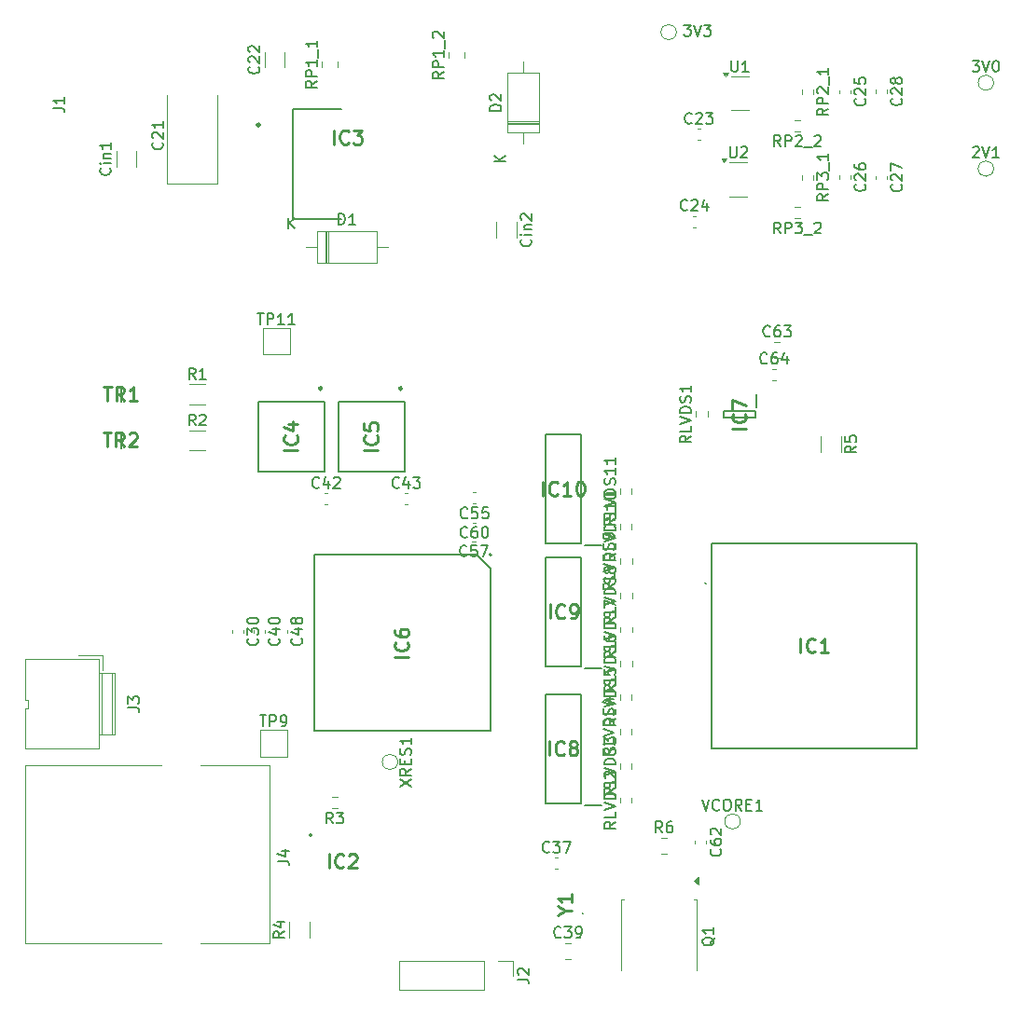
<source format=gbr>
%TF.GenerationSoftware,KiCad,Pcbnew,9.0.0*%
%TF.CreationDate,2025-02-27T19:38:36-05:00*%
%TF.ProjectId,S25-26,5332352d-3236-42e6-9b69-6361645f7063,rev?*%
%TF.SameCoordinates,Original*%
%TF.FileFunction,Legend,Top*%
%TF.FilePolarity,Positive*%
%FSLAX46Y46*%
G04 Gerber Fmt 4.6, Leading zero omitted, Abs format (unit mm)*
G04 Created by KiCad (PCBNEW 9.0.0) date 2025-02-27 19:38:36*
%MOMM*%
%LPD*%
G01*
G04 APERTURE LIST*
%ADD10C,0.254000*%
%ADD11C,0.150000*%
%ADD12C,0.250000*%
%ADD13C,0.200000*%
%ADD14C,0.120000*%
%ADD15C,0.100000*%
G04 APERTURE END LIST*
D10*
X136810237Y-62674318D02*
X136810237Y-61404318D01*
X138140714Y-62553365D02*
X138080238Y-62613842D01*
X138080238Y-62613842D02*
X137898809Y-62674318D01*
X137898809Y-62674318D02*
X137777857Y-62674318D01*
X137777857Y-62674318D02*
X137596428Y-62613842D01*
X137596428Y-62613842D02*
X137475476Y-62492889D01*
X137475476Y-62492889D02*
X137414999Y-62371937D01*
X137414999Y-62371937D02*
X137354523Y-62130032D01*
X137354523Y-62130032D02*
X137354523Y-61948603D01*
X137354523Y-61948603D02*
X137414999Y-61706699D01*
X137414999Y-61706699D02*
X137475476Y-61585746D01*
X137475476Y-61585746D02*
X137596428Y-61464794D01*
X137596428Y-61464794D02*
X137777857Y-61404318D01*
X137777857Y-61404318D02*
X137898809Y-61404318D01*
X137898809Y-61404318D02*
X138080238Y-61464794D01*
X138080238Y-61464794D02*
X138140714Y-61525270D01*
X138564047Y-61404318D02*
X139350238Y-61404318D01*
X139350238Y-61404318D02*
X138926904Y-61888127D01*
X138926904Y-61888127D02*
X139108333Y-61888127D01*
X139108333Y-61888127D02*
X139229285Y-61948603D01*
X139229285Y-61948603D02*
X139289761Y-62009080D01*
X139289761Y-62009080D02*
X139350238Y-62130032D01*
X139350238Y-62130032D02*
X139350238Y-62432413D01*
X139350238Y-62432413D02*
X139289761Y-62553365D01*
X139289761Y-62553365D02*
X139229285Y-62613842D01*
X139229285Y-62613842D02*
X139108333Y-62674318D01*
X139108333Y-62674318D02*
X138745476Y-62674318D01*
X138745476Y-62674318D02*
X138624523Y-62613842D01*
X138624523Y-62613842D02*
X138564047Y-62553365D01*
D11*
X188289580Y-58517857D02*
X188337200Y-58565476D01*
X188337200Y-58565476D02*
X188384819Y-58708333D01*
X188384819Y-58708333D02*
X188384819Y-58803571D01*
X188384819Y-58803571D02*
X188337200Y-58946428D01*
X188337200Y-58946428D02*
X188241961Y-59041666D01*
X188241961Y-59041666D02*
X188146723Y-59089285D01*
X188146723Y-59089285D02*
X187956247Y-59136904D01*
X187956247Y-59136904D02*
X187813390Y-59136904D01*
X187813390Y-59136904D02*
X187622914Y-59089285D01*
X187622914Y-59089285D02*
X187527676Y-59041666D01*
X187527676Y-59041666D02*
X187432438Y-58946428D01*
X187432438Y-58946428D02*
X187384819Y-58803571D01*
X187384819Y-58803571D02*
X187384819Y-58708333D01*
X187384819Y-58708333D02*
X187432438Y-58565476D01*
X187432438Y-58565476D02*
X187480057Y-58517857D01*
X187480057Y-58136904D02*
X187432438Y-58089285D01*
X187432438Y-58089285D02*
X187384819Y-57994047D01*
X187384819Y-57994047D02*
X187384819Y-57755952D01*
X187384819Y-57755952D02*
X187432438Y-57660714D01*
X187432438Y-57660714D02*
X187480057Y-57613095D01*
X187480057Y-57613095D02*
X187575295Y-57565476D01*
X187575295Y-57565476D02*
X187670533Y-57565476D01*
X187670533Y-57565476D02*
X187813390Y-57613095D01*
X187813390Y-57613095D02*
X188384819Y-58184523D01*
X188384819Y-58184523D02*
X188384819Y-57565476D01*
X187813390Y-56994047D02*
X187765771Y-57089285D01*
X187765771Y-57089285D02*
X187718152Y-57136904D01*
X187718152Y-57136904D02*
X187622914Y-57184523D01*
X187622914Y-57184523D02*
X187575295Y-57184523D01*
X187575295Y-57184523D02*
X187480057Y-57136904D01*
X187480057Y-57136904D02*
X187432438Y-57089285D01*
X187432438Y-57089285D02*
X187384819Y-56994047D01*
X187384819Y-56994047D02*
X187384819Y-56803571D01*
X187384819Y-56803571D02*
X187432438Y-56708333D01*
X187432438Y-56708333D02*
X187480057Y-56660714D01*
X187480057Y-56660714D02*
X187575295Y-56613095D01*
X187575295Y-56613095D02*
X187622914Y-56613095D01*
X187622914Y-56613095D02*
X187718152Y-56660714D01*
X187718152Y-56660714D02*
X187765771Y-56708333D01*
X187765771Y-56708333D02*
X187813390Y-56803571D01*
X187813390Y-56803571D02*
X187813390Y-56994047D01*
X187813390Y-56994047D02*
X187861009Y-57089285D01*
X187861009Y-57089285D02*
X187908628Y-57136904D01*
X187908628Y-57136904D02*
X188003866Y-57184523D01*
X188003866Y-57184523D02*
X188194342Y-57184523D01*
X188194342Y-57184523D02*
X188289580Y-57136904D01*
X188289580Y-57136904D02*
X188337200Y-57089285D01*
X188337200Y-57089285D02*
X188384819Y-56994047D01*
X188384819Y-56994047D02*
X188384819Y-56803571D01*
X188384819Y-56803571D02*
X188337200Y-56708333D01*
X188337200Y-56708333D02*
X188289580Y-56660714D01*
X188289580Y-56660714D02*
X188194342Y-56613095D01*
X188194342Y-56613095D02*
X188003866Y-56613095D01*
X188003866Y-56613095D02*
X187908628Y-56660714D01*
X187908628Y-56660714D02*
X187861009Y-56708333D01*
X187861009Y-56708333D02*
X187813390Y-56803571D01*
X194809524Y-63002057D02*
X194857143Y-62954438D01*
X194857143Y-62954438D02*
X194952381Y-62906819D01*
X194952381Y-62906819D02*
X195190476Y-62906819D01*
X195190476Y-62906819D02*
X195285714Y-62954438D01*
X195285714Y-62954438D02*
X195333333Y-63002057D01*
X195333333Y-63002057D02*
X195380952Y-63097295D01*
X195380952Y-63097295D02*
X195380952Y-63192533D01*
X195380952Y-63192533D02*
X195333333Y-63335390D01*
X195333333Y-63335390D02*
X194761905Y-63906819D01*
X194761905Y-63906819D02*
X195380952Y-63906819D01*
X195666667Y-62906819D02*
X196000000Y-63906819D01*
X196000000Y-63906819D02*
X196333333Y-62906819D01*
X197190476Y-63906819D02*
X196619048Y-63906819D01*
X196904762Y-63906819D02*
X196904762Y-62906819D01*
X196904762Y-62906819D02*
X196809524Y-63049676D01*
X196809524Y-63049676D02*
X196714286Y-63144914D01*
X196714286Y-63144914D02*
X196619048Y-63192533D01*
X118134819Y-113863333D02*
X118849104Y-113863333D01*
X118849104Y-113863333D02*
X118991961Y-113910952D01*
X118991961Y-113910952D02*
X119087200Y-114006190D01*
X119087200Y-114006190D02*
X119134819Y-114149047D01*
X119134819Y-114149047D02*
X119134819Y-114244285D01*
X118134819Y-113482380D02*
X118134819Y-112863333D01*
X118134819Y-112863333D02*
X118515771Y-113196666D01*
X118515771Y-113196666D02*
X118515771Y-113053809D01*
X118515771Y-113053809D02*
X118563390Y-112958571D01*
X118563390Y-112958571D02*
X118611009Y-112910952D01*
X118611009Y-112910952D02*
X118706247Y-112863333D01*
X118706247Y-112863333D02*
X118944342Y-112863333D01*
X118944342Y-112863333D02*
X119039580Y-112910952D01*
X119039580Y-112910952D02*
X119087200Y-112958571D01*
X119087200Y-112958571D02*
X119134819Y-113053809D01*
X119134819Y-113053809D02*
X119134819Y-113339523D01*
X119134819Y-113339523D02*
X119087200Y-113434761D01*
X119087200Y-113434761D02*
X119039580Y-113482380D01*
X131719819Y-127793333D02*
X132434104Y-127793333D01*
X132434104Y-127793333D02*
X132576961Y-127840952D01*
X132576961Y-127840952D02*
X132672200Y-127936190D01*
X132672200Y-127936190D02*
X132719819Y-128079047D01*
X132719819Y-128079047D02*
X132719819Y-128174285D01*
X132053152Y-126888571D02*
X132719819Y-126888571D01*
X131672200Y-127126666D02*
X132386485Y-127364761D01*
X132386485Y-127364761D02*
X132386485Y-126745714D01*
X177351190Y-70784819D02*
X177017857Y-70308628D01*
X176779762Y-70784819D02*
X176779762Y-69784819D01*
X176779762Y-69784819D02*
X177160714Y-69784819D01*
X177160714Y-69784819D02*
X177255952Y-69832438D01*
X177255952Y-69832438D02*
X177303571Y-69880057D01*
X177303571Y-69880057D02*
X177351190Y-69975295D01*
X177351190Y-69975295D02*
X177351190Y-70118152D01*
X177351190Y-70118152D02*
X177303571Y-70213390D01*
X177303571Y-70213390D02*
X177255952Y-70261009D01*
X177255952Y-70261009D02*
X177160714Y-70308628D01*
X177160714Y-70308628D02*
X176779762Y-70308628D01*
X177779762Y-70784819D02*
X177779762Y-69784819D01*
X177779762Y-69784819D02*
X178160714Y-69784819D01*
X178160714Y-69784819D02*
X178255952Y-69832438D01*
X178255952Y-69832438D02*
X178303571Y-69880057D01*
X178303571Y-69880057D02*
X178351190Y-69975295D01*
X178351190Y-69975295D02*
X178351190Y-70118152D01*
X178351190Y-70118152D02*
X178303571Y-70213390D01*
X178303571Y-70213390D02*
X178255952Y-70261009D01*
X178255952Y-70261009D02*
X178160714Y-70308628D01*
X178160714Y-70308628D02*
X177779762Y-70308628D01*
X178684524Y-69784819D02*
X179303571Y-69784819D01*
X179303571Y-69784819D02*
X178970238Y-70165771D01*
X178970238Y-70165771D02*
X179113095Y-70165771D01*
X179113095Y-70165771D02*
X179208333Y-70213390D01*
X179208333Y-70213390D02*
X179255952Y-70261009D01*
X179255952Y-70261009D02*
X179303571Y-70356247D01*
X179303571Y-70356247D02*
X179303571Y-70594342D01*
X179303571Y-70594342D02*
X179255952Y-70689580D01*
X179255952Y-70689580D02*
X179208333Y-70737200D01*
X179208333Y-70737200D02*
X179113095Y-70784819D01*
X179113095Y-70784819D02*
X178827381Y-70784819D01*
X178827381Y-70784819D02*
X178732143Y-70737200D01*
X178732143Y-70737200D02*
X178684524Y-70689580D01*
X179494048Y-70880057D02*
X180255952Y-70880057D01*
X180446429Y-69880057D02*
X180494048Y-69832438D01*
X180494048Y-69832438D02*
X180589286Y-69784819D01*
X180589286Y-69784819D02*
X180827381Y-69784819D01*
X180827381Y-69784819D02*
X180922619Y-69832438D01*
X180922619Y-69832438D02*
X180970238Y-69880057D01*
X180970238Y-69880057D02*
X181017857Y-69975295D01*
X181017857Y-69975295D02*
X181017857Y-70070533D01*
X181017857Y-70070533D02*
X180970238Y-70213390D01*
X180970238Y-70213390D02*
X180398810Y-70784819D01*
X180398810Y-70784819D02*
X181017857Y-70784819D01*
D10*
X133539318Y-90489762D02*
X132269318Y-90489762D01*
X133418365Y-89159285D02*
X133478842Y-89219761D01*
X133478842Y-89219761D02*
X133539318Y-89401190D01*
X133539318Y-89401190D02*
X133539318Y-89522142D01*
X133539318Y-89522142D02*
X133478842Y-89703571D01*
X133478842Y-89703571D02*
X133357889Y-89824523D01*
X133357889Y-89824523D02*
X133236937Y-89885000D01*
X133236937Y-89885000D02*
X132995032Y-89945476D01*
X132995032Y-89945476D02*
X132813603Y-89945476D01*
X132813603Y-89945476D02*
X132571699Y-89885000D01*
X132571699Y-89885000D02*
X132450746Y-89824523D01*
X132450746Y-89824523D02*
X132329794Y-89703571D01*
X132329794Y-89703571D02*
X132269318Y-89522142D01*
X132269318Y-89522142D02*
X132269318Y-89401190D01*
X132269318Y-89401190D02*
X132329794Y-89219761D01*
X132329794Y-89219761D02*
X132390270Y-89159285D01*
X132692651Y-88070714D02*
X133539318Y-88070714D01*
X132208842Y-88373095D02*
X133115984Y-88675476D01*
X133115984Y-88675476D02*
X133115984Y-87889285D01*
D11*
X124233333Y-84034819D02*
X123900000Y-83558628D01*
X123661905Y-84034819D02*
X123661905Y-83034819D01*
X123661905Y-83034819D02*
X124042857Y-83034819D01*
X124042857Y-83034819D02*
X124138095Y-83082438D01*
X124138095Y-83082438D02*
X124185714Y-83130057D01*
X124185714Y-83130057D02*
X124233333Y-83225295D01*
X124233333Y-83225295D02*
X124233333Y-83368152D01*
X124233333Y-83368152D02*
X124185714Y-83463390D01*
X124185714Y-83463390D02*
X124138095Y-83511009D01*
X124138095Y-83511009D02*
X124042857Y-83558628D01*
X124042857Y-83558628D02*
X123661905Y-83558628D01*
X125185714Y-84034819D02*
X124614286Y-84034819D01*
X124900000Y-84034819D02*
X124900000Y-83034819D01*
X124900000Y-83034819D02*
X124804762Y-83177676D01*
X124804762Y-83177676D02*
X124709524Y-83272914D01*
X124709524Y-83272914D02*
X124614286Y-83320533D01*
X176407142Y-80079580D02*
X176359523Y-80127200D01*
X176359523Y-80127200D02*
X176216666Y-80174819D01*
X176216666Y-80174819D02*
X176121428Y-80174819D01*
X176121428Y-80174819D02*
X175978571Y-80127200D01*
X175978571Y-80127200D02*
X175883333Y-80031961D01*
X175883333Y-80031961D02*
X175835714Y-79936723D01*
X175835714Y-79936723D02*
X175788095Y-79746247D01*
X175788095Y-79746247D02*
X175788095Y-79603390D01*
X175788095Y-79603390D02*
X175835714Y-79412914D01*
X175835714Y-79412914D02*
X175883333Y-79317676D01*
X175883333Y-79317676D02*
X175978571Y-79222438D01*
X175978571Y-79222438D02*
X176121428Y-79174819D01*
X176121428Y-79174819D02*
X176216666Y-79174819D01*
X176216666Y-79174819D02*
X176359523Y-79222438D01*
X176359523Y-79222438D02*
X176407142Y-79270057D01*
X177264285Y-79174819D02*
X177073809Y-79174819D01*
X177073809Y-79174819D02*
X176978571Y-79222438D01*
X176978571Y-79222438D02*
X176930952Y-79270057D01*
X176930952Y-79270057D02*
X176835714Y-79412914D01*
X176835714Y-79412914D02*
X176788095Y-79603390D01*
X176788095Y-79603390D02*
X176788095Y-79984342D01*
X176788095Y-79984342D02*
X176835714Y-80079580D01*
X176835714Y-80079580D02*
X176883333Y-80127200D01*
X176883333Y-80127200D02*
X176978571Y-80174819D01*
X176978571Y-80174819D02*
X177169047Y-80174819D01*
X177169047Y-80174819D02*
X177264285Y-80127200D01*
X177264285Y-80127200D02*
X177311904Y-80079580D01*
X177311904Y-80079580D02*
X177359523Y-79984342D01*
X177359523Y-79984342D02*
X177359523Y-79746247D01*
X177359523Y-79746247D02*
X177311904Y-79651009D01*
X177311904Y-79651009D02*
X177264285Y-79603390D01*
X177264285Y-79603390D02*
X177169047Y-79555771D01*
X177169047Y-79555771D02*
X176978571Y-79555771D01*
X176978571Y-79555771D02*
X176883333Y-79603390D01*
X176883333Y-79603390D02*
X176835714Y-79651009D01*
X176835714Y-79651009D02*
X176788095Y-79746247D01*
X177692857Y-79174819D02*
X178311904Y-79174819D01*
X178311904Y-79174819D02*
X177978571Y-79555771D01*
X177978571Y-79555771D02*
X178121428Y-79555771D01*
X178121428Y-79555771D02*
X178216666Y-79603390D01*
X178216666Y-79603390D02*
X178264285Y-79651009D01*
X178264285Y-79651009D02*
X178311904Y-79746247D01*
X178311904Y-79746247D02*
X178311904Y-79984342D01*
X178311904Y-79984342D02*
X178264285Y-80079580D01*
X178264285Y-80079580D02*
X178216666Y-80127200D01*
X178216666Y-80127200D02*
X178121428Y-80174819D01*
X178121428Y-80174819D02*
X177835714Y-80174819D01*
X177835714Y-80174819D02*
X177740476Y-80127200D01*
X177740476Y-80127200D02*
X177692857Y-80079580D01*
X171370057Y-134735238D02*
X171322438Y-134830476D01*
X171322438Y-134830476D02*
X171227200Y-134925714D01*
X171227200Y-134925714D02*
X171084342Y-135068571D01*
X171084342Y-135068571D02*
X171036723Y-135163809D01*
X171036723Y-135163809D02*
X171036723Y-135259047D01*
X171274819Y-135211428D02*
X171227200Y-135306666D01*
X171227200Y-135306666D02*
X171131961Y-135401904D01*
X171131961Y-135401904D02*
X170941485Y-135449523D01*
X170941485Y-135449523D02*
X170608152Y-135449523D01*
X170608152Y-135449523D02*
X170417676Y-135401904D01*
X170417676Y-135401904D02*
X170322438Y-135306666D01*
X170322438Y-135306666D02*
X170274819Y-135211428D01*
X170274819Y-135211428D02*
X170274819Y-135020952D01*
X170274819Y-135020952D02*
X170322438Y-134925714D01*
X170322438Y-134925714D02*
X170417676Y-134830476D01*
X170417676Y-134830476D02*
X170608152Y-134782857D01*
X170608152Y-134782857D02*
X170941485Y-134782857D01*
X170941485Y-134782857D02*
X171131961Y-134830476D01*
X171131961Y-134830476D02*
X171227200Y-134925714D01*
X171227200Y-134925714D02*
X171274819Y-135020952D01*
X171274819Y-135020952D02*
X171274819Y-135211428D01*
X171274819Y-133830476D02*
X171274819Y-134401904D01*
X171274819Y-134116190D02*
X170274819Y-134116190D01*
X170274819Y-134116190D02*
X170417676Y-134211428D01*
X170417676Y-134211428D02*
X170512914Y-134306666D01*
X170512914Y-134306666D02*
X170560533Y-134401904D01*
X136708333Y-124384819D02*
X136375000Y-123908628D01*
X136136905Y-124384819D02*
X136136905Y-123384819D01*
X136136905Y-123384819D02*
X136517857Y-123384819D01*
X136517857Y-123384819D02*
X136613095Y-123432438D01*
X136613095Y-123432438D02*
X136660714Y-123480057D01*
X136660714Y-123480057D02*
X136708333Y-123575295D01*
X136708333Y-123575295D02*
X136708333Y-123718152D01*
X136708333Y-123718152D02*
X136660714Y-123813390D01*
X136660714Y-123813390D02*
X136613095Y-123861009D01*
X136613095Y-123861009D02*
X136517857Y-123908628D01*
X136517857Y-123908628D02*
X136136905Y-123908628D01*
X137041667Y-123384819D02*
X137660714Y-123384819D01*
X137660714Y-123384819D02*
X137327381Y-123765771D01*
X137327381Y-123765771D02*
X137470238Y-123765771D01*
X137470238Y-123765771D02*
X137565476Y-123813390D01*
X137565476Y-123813390D02*
X137613095Y-123861009D01*
X137613095Y-123861009D02*
X137660714Y-123956247D01*
X137660714Y-123956247D02*
X137660714Y-124194342D01*
X137660714Y-124194342D02*
X137613095Y-124289580D01*
X137613095Y-124289580D02*
X137565476Y-124337200D01*
X137565476Y-124337200D02*
X137470238Y-124384819D01*
X137470238Y-124384819D02*
X137184524Y-124384819D01*
X137184524Y-124384819D02*
X137089286Y-124337200D01*
X137089286Y-124337200D02*
X137041667Y-124289580D01*
X168591905Y-51844819D02*
X169210952Y-51844819D01*
X169210952Y-51844819D02*
X168877619Y-52225771D01*
X168877619Y-52225771D02*
X169020476Y-52225771D01*
X169020476Y-52225771D02*
X169115714Y-52273390D01*
X169115714Y-52273390D02*
X169163333Y-52321009D01*
X169163333Y-52321009D02*
X169210952Y-52416247D01*
X169210952Y-52416247D02*
X169210952Y-52654342D01*
X169210952Y-52654342D02*
X169163333Y-52749580D01*
X169163333Y-52749580D02*
X169115714Y-52797200D01*
X169115714Y-52797200D02*
X169020476Y-52844819D01*
X169020476Y-52844819D02*
X168734762Y-52844819D01*
X168734762Y-52844819D02*
X168639524Y-52797200D01*
X168639524Y-52797200D02*
X168591905Y-52749580D01*
X169496667Y-51844819D02*
X169830000Y-52844819D01*
X169830000Y-52844819D02*
X170163333Y-51844819D01*
X170401429Y-51844819D02*
X171020476Y-51844819D01*
X171020476Y-51844819D02*
X170687143Y-52225771D01*
X170687143Y-52225771D02*
X170830000Y-52225771D01*
X170830000Y-52225771D02*
X170925238Y-52273390D01*
X170925238Y-52273390D02*
X170972857Y-52321009D01*
X170972857Y-52321009D02*
X171020476Y-52416247D01*
X171020476Y-52416247D02*
X171020476Y-52654342D01*
X171020476Y-52654342D02*
X170972857Y-52749580D01*
X170972857Y-52749580D02*
X170925238Y-52797200D01*
X170925238Y-52797200D02*
X170830000Y-52844819D01*
X170830000Y-52844819D02*
X170544286Y-52844819D01*
X170544286Y-52844819D02*
X170449048Y-52797200D01*
X170449048Y-52797200D02*
X170401429Y-52749580D01*
X170214286Y-122206819D02*
X170547619Y-123206819D01*
X170547619Y-123206819D02*
X170880952Y-122206819D01*
X171785714Y-123111580D02*
X171738095Y-123159200D01*
X171738095Y-123159200D02*
X171595238Y-123206819D01*
X171595238Y-123206819D02*
X171500000Y-123206819D01*
X171500000Y-123206819D02*
X171357143Y-123159200D01*
X171357143Y-123159200D02*
X171261905Y-123063961D01*
X171261905Y-123063961D02*
X171214286Y-122968723D01*
X171214286Y-122968723D02*
X171166667Y-122778247D01*
X171166667Y-122778247D02*
X171166667Y-122635390D01*
X171166667Y-122635390D02*
X171214286Y-122444914D01*
X171214286Y-122444914D02*
X171261905Y-122349676D01*
X171261905Y-122349676D02*
X171357143Y-122254438D01*
X171357143Y-122254438D02*
X171500000Y-122206819D01*
X171500000Y-122206819D02*
X171595238Y-122206819D01*
X171595238Y-122206819D02*
X171738095Y-122254438D01*
X171738095Y-122254438D02*
X171785714Y-122302057D01*
X172404762Y-122206819D02*
X172595238Y-122206819D01*
X172595238Y-122206819D02*
X172690476Y-122254438D01*
X172690476Y-122254438D02*
X172785714Y-122349676D01*
X172785714Y-122349676D02*
X172833333Y-122540152D01*
X172833333Y-122540152D02*
X172833333Y-122873485D01*
X172833333Y-122873485D02*
X172785714Y-123063961D01*
X172785714Y-123063961D02*
X172690476Y-123159200D01*
X172690476Y-123159200D02*
X172595238Y-123206819D01*
X172595238Y-123206819D02*
X172404762Y-123206819D01*
X172404762Y-123206819D02*
X172309524Y-123159200D01*
X172309524Y-123159200D02*
X172214286Y-123063961D01*
X172214286Y-123063961D02*
X172166667Y-122873485D01*
X172166667Y-122873485D02*
X172166667Y-122540152D01*
X172166667Y-122540152D02*
X172214286Y-122349676D01*
X172214286Y-122349676D02*
X172309524Y-122254438D01*
X172309524Y-122254438D02*
X172404762Y-122206819D01*
X173833333Y-123206819D02*
X173500000Y-122730628D01*
X173261905Y-123206819D02*
X173261905Y-122206819D01*
X173261905Y-122206819D02*
X173642857Y-122206819D01*
X173642857Y-122206819D02*
X173738095Y-122254438D01*
X173738095Y-122254438D02*
X173785714Y-122302057D01*
X173785714Y-122302057D02*
X173833333Y-122397295D01*
X173833333Y-122397295D02*
X173833333Y-122540152D01*
X173833333Y-122540152D02*
X173785714Y-122635390D01*
X173785714Y-122635390D02*
X173738095Y-122683009D01*
X173738095Y-122683009D02*
X173642857Y-122730628D01*
X173642857Y-122730628D02*
X173261905Y-122730628D01*
X174261905Y-122683009D02*
X174595238Y-122683009D01*
X174738095Y-123206819D02*
X174261905Y-123206819D01*
X174261905Y-123206819D02*
X174261905Y-122206819D01*
X174261905Y-122206819D02*
X174738095Y-122206819D01*
X175690476Y-123206819D02*
X175119048Y-123206819D01*
X175404762Y-123206819D02*
X175404762Y-122206819D01*
X175404762Y-122206819D02*
X175309524Y-122349676D01*
X175309524Y-122349676D02*
X175214286Y-122444914D01*
X175214286Y-122444914D02*
X175119048Y-122492533D01*
X124233333Y-88234819D02*
X123900000Y-87758628D01*
X123661905Y-88234819D02*
X123661905Y-87234819D01*
X123661905Y-87234819D02*
X124042857Y-87234819D01*
X124042857Y-87234819D02*
X124138095Y-87282438D01*
X124138095Y-87282438D02*
X124185714Y-87330057D01*
X124185714Y-87330057D02*
X124233333Y-87425295D01*
X124233333Y-87425295D02*
X124233333Y-87568152D01*
X124233333Y-87568152D02*
X124185714Y-87663390D01*
X124185714Y-87663390D02*
X124138095Y-87711009D01*
X124138095Y-87711009D02*
X124042857Y-87758628D01*
X124042857Y-87758628D02*
X123661905Y-87758628D01*
X124614286Y-87330057D02*
X124661905Y-87282438D01*
X124661905Y-87282438D02*
X124757143Y-87234819D01*
X124757143Y-87234819D02*
X124995238Y-87234819D01*
X124995238Y-87234819D02*
X125090476Y-87282438D01*
X125090476Y-87282438D02*
X125138095Y-87330057D01*
X125138095Y-87330057D02*
X125185714Y-87425295D01*
X125185714Y-87425295D02*
X125185714Y-87520533D01*
X125185714Y-87520533D02*
X125138095Y-87663390D01*
X125138095Y-87663390D02*
X124566667Y-88234819D01*
X124566667Y-88234819D02*
X125185714Y-88234819D01*
X166620833Y-125204819D02*
X166287500Y-124728628D01*
X166049405Y-125204819D02*
X166049405Y-124204819D01*
X166049405Y-124204819D02*
X166430357Y-124204819D01*
X166430357Y-124204819D02*
X166525595Y-124252438D01*
X166525595Y-124252438D02*
X166573214Y-124300057D01*
X166573214Y-124300057D02*
X166620833Y-124395295D01*
X166620833Y-124395295D02*
X166620833Y-124538152D01*
X166620833Y-124538152D02*
X166573214Y-124633390D01*
X166573214Y-124633390D02*
X166525595Y-124681009D01*
X166525595Y-124681009D02*
X166430357Y-124728628D01*
X166430357Y-124728628D02*
X166049405Y-124728628D01*
X167477976Y-124204819D02*
X167287500Y-124204819D01*
X167287500Y-124204819D02*
X167192262Y-124252438D01*
X167192262Y-124252438D02*
X167144643Y-124300057D01*
X167144643Y-124300057D02*
X167049405Y-124442914D01*
X167049405Y-124442914D02*
X167001786Y-124633390D01*
X167001786Y-124633390D02*
X167001786Y-125014342D01*
X167001786Y-125014342D02*
X167049405Y-125109580D01*
X167049405Y-125109580D02*
X167097024Y-125157200D01*
X167097024Y-125157200D02*
X167192262Y-125204819D01*
X167192262Y-125204819D02*
X167382738Y-125204819D01*
X167382738Y-125204819D02*
X167477976Y-125157200D01*
X167477976Y-125157200D02*
X167525595Y-125109580D01*
X167525595Y-125109580D02*
X167573214Y-125014342D01*
X167573214Y-125014342D02*
X167573214Y-124776247D01*
X167573214Y-124776247D02*
X167525595Y-124681009D01*
X167525595Y-124681009D02*
X167477976Y-124633390D01*
X167477976Y-124633390D02*
X167382738Y-124585771D01*
X167382738Y-124585771D02*
X167192262Y-124585771D01*
X167192262Y-124585771D02*
X167097024Y-124633390D01*
X167097024Y-124633390D02*
X167049405Y-124681009D01*
X167049405Y-124681009D02*
X167001786Y-124776247D01*
X121209580Y-62530357D02*
X121257200Y-62577976D01*
X121257200Y-62577976D02*
X121304819Y-62720833D01*
X121304819Y-62720833D02*
X121304819Y-62816071D01*
X121304819Y-62816071D02*
X121257200Y-62958928D01*
X121257200Y-62958928D02*
X121161961Y-63054166D01*
X121161961Y-63054166D02*
X121066723Y-63101785D01*
X121066723Y-63101785D02*
X120876247Y-63149404D01*
X120876247Y-63149404D02*
X120733390Y-63149404D01*
X120733390Y-63149404D02*
X120542914Y-63101785D01*
X120542914Y-63101785D02*
X120447676Y-63054166D01*
X120447676Y-63054166D02*
X120352438Y-62958928D01*
X120352438Y-62958928D02*
X120304819Y-62816071D01*
X120304819Y-62816071D02*
X120304819Y-62720833D01*
X120304819Y-62720833D02*
X120352438Y-62577976D01*
X120352438Y-62577976D02*
X120400057Y-62530357D01*
X120400057Y-62149404D02*
X120352438Y-62101785D01*
X120352438Y-62101785D02*
X120304819Y-62006547D01*
X120304819Y-62006547D02*
X120304819Y-61768452D01*
X120304819Y-61768452D02*
X120352438Y-61673214D01*
X120352438Y-61673214D02*
X120400057Y-61625595D01*
X120400057Y-61625595D02*
X120495295Y-61577976D01*
X120495295Y-61577976D02*
X120590533Y-61577976D01*
X120590533Y-61577976D02*
X120733390Y-61625595D01*
X120733390Y-61625595D02*
X121304819Y-62197023D01*
X121304819Y-62197023D02*
X121304819Y-61577976D01*
X121304819Y-60625595D02*
X121304819Y-61197023D01*
X121304819Y-60911309D02*
X120304819Y-60911309D01*
X120304819Y-60911309D02*
X120447676Y-61006547D01*
X120447676Y-61006547D02*
X120542914Y-61101785D01*
X120542914Y-61101785D02*
X120590533Y-61197023D01*
X133839580Y-107592857D02*
X133887200Y-107640476D01*
X133887200Y-107640476D02*
X133934819Y-107783333D01*
X133934819Y-107783333D02*
X133934819Y-107878571D01*
X133934819Y-107878571D02*
X133887200Y-108021428D01*
X133887200Y-108021428D02*
X133791961Y-108116666D01*
X133791961Y-108116666D02*
X133696723Y-108164285D01*
X133696723Y-108164285D02*
X133506247Y-108211904D01*
X133506247Y-108211904D02*
X133363390Y-108211904D01*
X133363390Y-108211904D02*
X133172914Y-108164285D01*
X133172914Y-108164285D02*
X133077676Y-108116666D01*
X133077676Y-108116666D02*
X132982438Y-108021428D01*
X132982438Y-108021428D02*
X132934819Y-107878571D01*
X132934819Y-107878571D02*
X132934819Y-107783333D01*
X132934819Y-107783333D02*
X132982438Y-107640476D01*
X132982438Y-107640476D02*
X133030057Y-107592857D01*
X133268152Y-106735714D02*
X133934819Y-106735714D01*
X132887200Y-106973809D02*
X133601485Y-107211904D01*
X133601485Y-107211904D02*
X133601485Y-106592857D01*
X133363390Y-106069047D02*
X133315771Y-106164285D01*
X133315771Y-106164285D02*
X133268152Y-106211904D01*
X133268152Y-106211904D02*
X133172914Y-106259523D01*
X133172914Y-106259523D02*
X133125295Y-106259523D01*
X133125295Y-106259523D02*
X133030057Y-106211904D01*
X133030057Y-106211904D02*
X132982438Y-106164285D01*
X132982438Y-106164285D02*
X132934819Y-106069047D01*
X132934819Y-106069047D02*
X132934819Y-105878571D01*
X132934819Y-105878571D02*
X132982438Y-105783333D01*
X132982438Y-105783333D02*
X133030057Y-105735714D01*
X133030057Y-105735714D02*
X133125295Y-105688095D01*
X133125295Y-105688095D02*
X133172914Y-105688095D01*
X133172914Y-105688095D02*
X133268152Y-105735714D01*
X133268152Y-105735714D02*
X133315771Y-105783333D01*
X133315771Y-105783333D02*
X133363390Y-105878571D01*
X133363390Y-105878571D02*
X133363390Y-106069047D01*
X133363390Y-106069047D02*
X133411009Y-106164285D01*
X133411009Y-106164285D02*
X133458628Y-106211904D01*
X133458628Y-106211904D02*
X133553866Y-106259523D01*
X133553866Y-106259523D02*
X133744342Y-106259523D01*
X133744342Y-106259523D02*
X133839580Y-106211904D01*
X133839580Y-106211904D02*
X133887200Y-106164285D01*
X133887200Y-106164285D02*
X133934819Y-106069047D01*
X133934819Y-106069047D02*
X133934819Y-105878571D01*
X133934819Y-105878571D02*
X133887200Y-105783333D01*
X133887200Y-105783333D02*
X133839580Y-105735714D01*
X133839580Y-105735714D02*
X133744342Y-105688095D01*
X133744342Y-105688095D02*
X133553866Y-105688095D01*
X133553866Y-105688095D02*
X133458628Y-105735714D01*
X133458628Y-105735714D02*
X133411009Y-105783333D01*
X133411009Y-105783333D02*
X133363390Y-105878571D01*
X184224819Y-90116666D02*
X183748628Y-90449999D01*
X184224819Y-90688094D02*
X183224819Y-90688094D01*
X183224819Y-90688094D02*
X183224819Y-90307142D01*
X183224819Y-90307142D02*
X183272438Y-90211904D01*
X183272438Y-90211904D02*
X183320057Y-90164285D01*
X183320057Y-90164285D02*
X183415295Y-90116666D01*
X183415295Y-90116666D02*
X183558152Y-90116666D01*
X183558152Y-90116666D02*
X183653390Y-90164285D01*
X183653390Y-90164285D02*
X183701009Y-90211904D01*
X183701009Y-90211904D02*
X183748628Y-90307142D01*
X183748628Y-90307142D02*
X183748628Y-90688094D01*
X183224819Y-89211904D02*
X183224819Y-89688094D01*
X183224819Y-89688094D02*
X183701009Y-89735713D01*
X183701009Y-89735713D02*
X183653390Y-89688094D01*
X183653390Y-89688094D02*
X183605771Y-89592856D01*
X183605771Y-89592856D02*
X183605771Y-89354761D01*
X183605771Y-89354761D02*
X183653390Y-89259523D01*
X183653390Y-89259523D02*
X183701009Y-89211904D01*
X183701009Y-89211904D02*
X183796247Y-89164285D01*
X183796247Y-89164285D02*
X184034342Y-89164285D01*
X184034342Y-89164285D02*
X184129580Y-89211904D01*
X184129580Y-89211904D02*
X184177200Y-89259523D01*
X184177200Y-89259523D02*
X184224819Y-89354761D01*
X184224819Y-89354761D02*
X184224819Y-89592856D01*
X184224819Y-89592856D02*
X184177200Y-89688094D01*
X184177200Y-89688094D02*
X184129580Y-89735713D01*
X111354819Y-59403333D02*
X112069104Y-59403333D01*
X112069104Y-59403333D02*
X112211961Y-59450952D01*
X112211961Y-59450952D02*
X112307200Y-59546190D01*
X112307200Y-59546190D02*
X112354819Y-59689047D01*
X112354819Y-59689047D02*
X112354819Y-59784285D01*
X112354819Y-58403333D02*
X112354819Y-58974761D01*
X112354819Y-58689047D02*
X111354819Y-58689047D01*
X111354819Y-58689047D02*
X111497676Y-58784285D01*
X111497676Y-58784285D02*
X111592914Y-58879523D01*
X111592914Y-58879523D02*
X111640533Y-58974761D01*
X184989580Y-66317857D02*
X185037200Y-66365476D01*
X185037200Y-66365476D02*
X185084819Y-66508333D01*
X185084819Y-66508333D02*
X185084819Y-66603571D01*
X185084819Y-66603571D02*
X185037200Y-66746428D01*
X185037200Y-66746428D02*
X184941961Y-66841666D01*
X184941961Y-66841666D02*
X184846723Y-66889285D01*
X184846723Y-66889285D02*
X184656247Y-66936904D01*
X184656247Y-66936904D02*
X184513390Y-66936904D01*
X184513390Y-66936904D02*
X184322914Y-66889285D01*
X184322914Y-66889285D02*
X184227676Y-66841666D01*
X184227676Y-66841666D02*
X184132438Y-66746428D01*
X184132438Y-66746428D02*
X184084819Y-66603571D01*
X184084819Y-66603571D02*
X184084819Y-66508333D01*
X184084819Y-66508333D02*
X184132438Y-66365476D01*
X184132438Y-66365476D02*
X184180057Y-66317857D01*
X184180057Y-65936904D02*
X184132438Y-65889285D01*
X184132438Y-65889285D02*
X184084819Y-65794047D01*
X184084819Y-65794047D02*
X184084819Y-65555952D01*
X184084819Y-65555952D02*
X184132438Y-65460714D01*
X184132438Y-65460714D02*
X184180057Y-65413095D01*
X184180057Y-65413095D02*
X184275295Y-65365476D01*
X184275295Y-65365476D02*
X184370533Y-65365476D01*
X184370533Y-65365476D02*
X184513390Y-65413095D01*
X184513390Y-65413095D02*
X185084819Y-65984523D01*
X185084819Y-65984523D02*
X185084819Y-65365476D01*
X184084819Y-64508333D02*
X184084819Y-64698809D01*
X184084819Y-64698809D02*
X184132438Y-64794047D01*
X184132438Y-64794047D02*
X184180057Y-64841666D01*
X184180057Y-64841666D02*
X184322914Y-64936904D01*
X184322914Y-64936904D02*
X184513390Y-64984523D01*
X184513390Y-64984523D02*
X184894342Y-64984523D01*
X184894342Y-64984523D02*
X184989580Y-64936904D01*
X184989580Y-64936904D02*
X185037200Y-64889285D01*
X185037200Y-64889285D02*
X185084819Y-64794047D01*
X185084819Y-64794047D02*
X185084819Y-64603571D01*
X185084819Y-64603571D02*
X185037200Y-64508333D01*
X185037200Y-64508333D02*
X184989580Y-64460714D01*
X184989580Y-64460714D02*
X184894342Y-64413095D01*
X184894342Y-64413095D02*
X184656247Y-64413095D01*
X184656247Y-64413095D02*
X184561009Y-64460714D01*
X184561009Y-64460714D02*
X184513390Y-64508333D01*
X184513390Y-64508333D02*
X184465771Y-64603571D01*
X184465771Y-64603571D02*
X184465771Y-64794047D01*
X184465771Y-64794047D02*
X184513390Y-64889285D01*
X184513390Y-64889285D02*
X184561009Y-64936904D01*
X184561009Y-64936904D02*
X184656247Y-64984523D01*
X129839580Y-107592857D02*
X129887200Y-107640476D01*
X129887200Y-107640476D02*
X129934819Y-107783333D01*
X129934819Y-107783333D02*
X129934819Y-107878571D01*
X129934819Y-107878571D02*
X129887200Y-108021428D01*
X129887200Y-108021428D02*
X129791961Y-108116666D01*
X129791961Y-108116666D02*
X129696723Y-108164285D01*
X129696723Y-108164285D02*
X129506247Y-108211904D01*
X129506247Y-108211904D02*
X129363390Y-108211904D01*
X129363390Y-108211904D02*
X129172914Y-108164285D01*
X129172914Y-108164285D02*
X129077676Y-108116666D01*
X129077676Y-108116666D02*
X128982438Y-108021428D01*
X128982438Y-108021428D02*
X128934819Y-107878571D01*
X128934819Y-107878571D02*
X128934819Y-107783333D01*
X128934819Y-107783333D02*
X128982438Y-107640476D01*
X128982438Y-107640476D02*
X129030057Y-107592857D01*
X128934819Y-107259523D02*
X128934819Y-106640476D01*
X128934819Y-106640476D02*
X129315771Y-106973809D01*
X129315771Y-106973809D02*
X129315771Y-106830952D01*
X129315771Y-106830952D02*
X129363390Y-106735714D01*
X129363390Y-106735714D02*
X129411009Y-106688095D01*
X129411009Y-106688095D02*
X129506247Y-106640476D01*
X129506247Y-106640476D02*
X129744342Y-106640476D01*
X129744342Y-106640476D02*
X129839580Y-106688095D01*
X129839580Y-106688095D02*
X129887200Y-106735714D01*
X129887200Y-106735714D02*
X129934819Y-106830952D01*
X129934819Y-106830952D02*
X129934819Y-107116666D01*
X129934819Y-107116666D02*
X129887200Y-107211904D01*
X129887200Y-107211904D02*
X129839580Y-107259523D01*
X128934819Y-106021428D02*
X128934819Y-105926190D01*
X128934819Y-105926190D02*
X128982438Y-105830952D01*
X128982438Y-105830952D02*
X129030057Y-105783333D01*
X129030057Y-105783333D02*
X129125295Y-105735714D01*
X129125295Y-105735714D02*
X129315771Y-105688095D01*
X129315771Y-105688095D02*
X129553866Y-105688095D01*
X129553866Y-105688095D02*
X129744342Y-105735714D01*
X129744342Y-105735714D02*
X129839580Y-105783333D01*
X129839580Y-105783333D02*
X129887200Y-105830952D01*
X129887200Y-105830952D02*
X129934819Y-105926190D01*
X129934819Y-105926190D02*
X129934819Y-106021428D01*
X129934819Y-106021428D02*
X129887200Y-106116666D01*
X129887200Y-106116666D02*
X129839580Y-106164285D01*
X129839580Y-106164285D02*
X129744342Y-106211904D01*
X129744342Y-106211904D02*
X129553866Y-106259523D01*
X129553866Y-106259523D02*
X129315771Y-106259523D01*
X129315771Y-106259523D02*
X129125295Y-106211904D01*
X129125295Y-106211904D02*
X129030057Y-106164285D01*
X129030057Y-106164285D02*
X128982438Y-106116666D01*
X128982438Y-106116666D02*
X128934819Y-106021428D01*
X116459580Y-64857142D02*
X116507200Y-64904761D01*
X116507200Y-64904761D02*
X116554819Y-65047618D01*
X116554819Y-65047618D02*
X116554819Y-65142856D01*
X116554819Y-65142856D02*
X116507200Y-65285713D01*
X116507200Y-65285713D02*
X116411961Y-65380951D01*
X116411961Y-65380951D02*
X116316723Y-65428570D01*
X116316723Y-65428570D02*
X116126247Y-65476189D01*
X116126247Y-65476189D02*
X115983390Y-65476189D01*
X115983390Y-65476189D02*
X115792914Y-65428570D01*
X115792914Y-65428570D02*
X115697676Y-65380951D01*
X115697676Y-65380951D02*
X115602438Y-65285713D01*
X115602438Y-65285713D02*
X115554819Y-65142856D01*
X115554819Y-65142856D02*
X115554819Y-65047618D01*
X115554819Y-65047618D02*
X115602438Y-64904761D01*
X115602438Y-64904761D02*
X115650057Y-64857142D01*
X116554819Y-64428570D02*
X115888152Y-64428570D01*
X115554819Y-64428570D02*
X115602438Y-64476189D01*
X115602438Y-64476189D02*
X115650057Y-64428570D01*
X115650057Y-64428570D02*
X115602438Y-64380951D01*
X115602438Y-64380951D02*
X115554819Y-64428570D01*
X115554819Y-64428570D02*
X115650057Y-64428570D01*
X115888152Y-63952380D02*
X116554819Y-63952380D01*
X115983390Y-63952380D02*
X115935771Y-63904761D01*
X115935771Y-63904761D02*
X115888152Y-63809523D01*
X115888152Y-63809523D02*
X115888152Y-63666666D01*
X115888152Y-63666666D02*
X115935771Y-63571428D01*
X115935771Y-63571428D02*
X116031009Y-63523809D01*
X116031009Y-63523809D02*
X116554819Y-63523809D01*
X116554819Y-62523809D02*
X116554819Y-63095237D01*
X116554819Y-62809523D02*
X115554819Y-62809523D01*
X115554819Y-62809523D02*
X115697676Y-62904761D01*
X115697676Y-62904761D02*
X115792914Y-62999999D01*
X115792914Y-62999999D02*
X115840533Y-63095237D01*
X177351190Y-62884819D02*
X177017857Y-62408628D01*
X176779762Y-62884819D02*
X176779762Y-61884819D01*
X176779762Y-61884819D02*
X177160714Y-61884819D01*
X177160714Y-61884819D02*
X177255952Y-61932438D01*
X177255952Y-61932438D02*
X177303571Y-61980057D01*
X177303571Y-61980057D02*
X177351190Y-62075295D01*
X177351190Y-62075295D02*
X177351190Y-62218152D01*
X177351190Y-62218152D02*
X177303571Y-62313390D01*
X177303571Y-62313390D02*
X177255952Y-62361009D01*
X177255952Y-62361009D02*
X177160714Y-62408628D01*
X177160714Y-62408628D02*
X176779762Y-62408628D01*
X177779762Y-62884819D02*
X177779762Y-61884819D01*
X177779762Y-61884819D02*
X178160714Y-61884819D01*
X178160714Y-61884819D02*
X178255952Y-61932438D01*
X178255952Y-61932438D02*
X178303571Y-61980057D01*
X178303571Y-61980057D02*
X178351190Y-62075295D01*
X178351190Y-62075295D02*
X178351190Y-62218152D01*
X178351190Y-62218152D02*
X178303571Y-62313390D01*
X178303571Y-62313390D02*
X178255952Y-62361009D01*
X178255952Y-62361009D02*
X178160714Y-62408628D01*
X178160714Y-62408628D02*
X177779762Y-62408628D01*
X178732143Y-61980057D02*
X178779762Y-61932438D01*
X178779762Y-61932438D02*
X178875000Y-61884819D01*
X178875000Y-61884819D02*
X179113095Y-61884819D01*
X179113095Y-61884819D02*
X179208333Y-61932438D01*
X179208333Y-61932438D02*
X179255952Y-61980057D01*
X179255952Y-61980057D02*
X179303571Y-62075295D01*
X179303571Y-62075295D02*
X179303571Y-62170533D01*
X179303571Y-62170533D02*
X179255952Y-62313390D01*
X179255952Y-62313390D02*
X178684524Y-62884819D01*
X178684524Y-62884819D02*
X179303571Y-62884819D01*
X179494048Y-62980057D02*
X180255952Y-62980057D01*
X180446429Y-61980057D02*
X180494048Y-61932438D01*
X180494048Y-61932438D02*
X180589286Y-61884819D01*
X180589286Y-61884819D02*
X180827381Y-61884819D01*
X180827381Y-61884819D02*
X180922619Y-61932438D01*
X180922619Y-61932438D02*
X180970238Y-61980057D01*
X180970238Y-61980057D02*
X181017857Y-62075295D01*
X181017857Y-62075295D02*
X181017857Y-62170533D01*
X181017857Y-62170533D02*
X180970238Y-62313390D01*
X180970238Y-62313390D02*
X180398810Y-62884819D01*
X180398810Y-62884819D02*
X181017857Y-62884819D01*
D10*
X174224318Y-88489762D02*
X172954318Y-88489762D01*
X174103365Y-87159285D02*
X174163842Y-87219761D01*
X174163842Y-87219761D02*
X174224318Y-87401190D01*
X174224318Y-87401190D02*
X174224318Y-87522142D01*
X174224318Y-87522142D02*
X174163842Y-87703571D01*
X174163842Y-87703571D02*
X174042889Y-87824523D01*
X174042889Y-87824523D02*
X173921937Y-87885000D01*
X173921937Y-87885000D02*
X173680032Y-87945476D01*
X173680032Y-87945476D02*
X173498603Y-87945476D01*
X173498603Y-87945476D02*
X173256699Y-87885000D01*
X173256699Y-87885000D02*
X173135746Y-87824523D01*
X173135746Y-87824523D02*
X173014794Y-87703571D01*
X173014794Y-87703571D02*
X172954318Y-87522142D01*
X172954318Y-87522142D02*
X172954318Y-87401190D01*
X172954318Y-87401190D02*
X173014794Y-87219761D01*
X173014794Y-87219761D02*
X173075270Y-87159285D01*
X172954318Y-86735952D02*
X172954318Y-85889285D01*
X172954318Y-85889285D02*
X174224318Y-86433571D01*
D11*
X162356819Y-121146190D02*
X161880628Y-121479523D01*
X162356819Y-121717618D02*
X161356819Y-121717618D01*
X161356819Y-121717618D02*
X161356819Y-121336666D01*
X161356819Y-121336666D02*
X161404438Y-121241428D01*
X161404438Y-121241428D02*
X161452057Y-121193809D01*
X161452057Y-121193809D02*
X161547295Y-121146190D01*
X161547295Y-121146190D02*
X161690152Y-121146190D01*
X161690152Y-121146190D02*
X161785390Y-121193809D01*
X161785390Y-121193809D02*
X161833009Y-121241428D01*
X161833009Y-121241428D02*
X161880628Y-121336666D01*
X161880628Y-121336666D02*
X161880628Y-121717618D01*
X162356819Y-120241428D02*
X162356819Y-120717618D01*
X162356819Y-120717618D02*
X161356819Y-120717618D01*
X161356819Y-120050951D02*
X162356819Y-119717618D01*
X162356819Y-119717618D02*
X161356819Y-119384285D01*
X162356819Y-119050951D02*
X161356819Y-119050951D01*
X161356819Y-119050951D02*
X161356819Y-118812856D01*
X161356819Y-118812856D02*
X161404438Y-118669999D01*
X161404438Y-118669999D02*
X161499676Y-118574761D01*
X161499676Y-118574761D02*
X161594914Y-118527142D01*
X161594914Y-118527142D02*
X161785390Y-118479523D01*
X161785390Y-118479523D02*
X161928247Y-118479523D01*
X161928247Y-118479523D02*
X162118723Y-118527142D01*
X162118723Y-118527142D02*
X162213961Y-118574761D01*
X162213961Y-118574761D02*
X162309200Y-118669999D01*
X162309200Y-118669999D02*
X162356819Y-118812856D01*
X162356819Y-118812856D02*
X162356819Y-119050951D01*
X162309200Y-118098570D02*
X162356819Y-117955713D01*
X162356819Y-117955713D02*
X162356819Y-117717618D01*
X162356819Y-117717618D02*
X162309200Y-117622380D01*
X162309200Y-117622380D02*
X162261580Y-117574761D01*
X162261580Y-117574761D02*
X162166342Y-117527142D01*
X162166342Y-117527142D02*
X162071104Y-117527142D01*
X162071104Y-117527142D02*
X161975866Y-117574761D01*
X161975866Y-117574761D02*
X161928247Y-117622380D01*
X161928247Y-117622380D02*
X161880628Y-117717618D01*
X161880628Y-117717618D02*
X161833009Y-117908094D01*
X161833009Y-117908094D02*
X161785390Y-118003332D01*
X161785390Y-118003332D02*
X161737771Y-118050951D01*
X161737771Y-118050951D02*
X161642533Y-118098570D01*
X161642533Y-118098570D02*
X161547295Y-118098570D01*
X161547295Y-118098570D02*
X161452057Y-118050951D01*
X161452057Y-118050951D02*
X161404438Y-118003332D01*
X161404438Y-118003332D02*
X161356819Y-117908094D01*
X161356819Y-117908094D02*
X161356819Y-117669999D01*
X161356819Y-117669999D02*
X161404438Y-117527142D01*
X161356819Y-117193808D02*
X161356819Y-116574761D01*
X161356819Y-116574761D02*
X161737771Y-116908094D01*
X161737771Y-116908094D02*
X161737771Y-116765237D01*
X161737771Y-116765237D02*
X161785390Y-116669999D01*
X161785390Y-116669999D02*
X161833009Y-116622380D01*
X161833009Y-116622380D02*
X161928247Y-116574761D01*
X161928247Y-116574761D02*
X162166342Y-116574761D01*
X162166342Y-116574761D02*
X162261580Y-116622380D01*
X162261580Y-116622380D02*
X162309200Y-116669999D01*
X162309200Y-116669999D02*
X162356819Y-116765237D01*
X162356819Y-116765237D02*
X162356819Y-117050951D01*
X162356819Y-117050951D02*
X162309200Y-117146189D01*
X162309200Y-117146189D02*
X162261580Y-117193808D01*
X162358819Y-96662381D02*
X161882628Y-96995714D01*
X162358819Y-97233809D02*
X161358819Y-97233809D01*
X161358819Y-97233809D02*
X161358819Y-96852857D01*
X161358819Y-96852857D02*
X161406438Y-96757619D01*
X161406438Y-96757619D02*
X161454057Y-96710000D01*
X161454057Y-96710000D02*
X161549295Y-96662381D01*
X161549295Y-96662381D02*
X161692152Y-96662381D01*
X161692152Y-96662381D02*
X161787390Y-96710000D01*
X161787390Y-96710000D02*
X161835009Y-96757619D01*
X161835009Y-96757619D02*
X161882628Y-96852857D01*
X161882628Y-96852857D02*
X161882628Y-97233809D01*
X162358819Y-95757619D02*
X162358819Y-96233809D01*
X162358819Y-96233809D02*
X161358819Y-96233809D01*
X161358819Y-95567142D02*
X162358819Y-95233809D01*
X162358819Y-95233809D02*
X161358819Y-94900476D01*
X162358819Y-94567142D02*
X161358819Y-94567142D01*
X161358819Y-94567142D02*
X161358819Y-94329047D01*
X161358819Y-94329047D02*
X161406438Y-94186190D01*
X161406438Y-94186190D02*
X161501676Y-94090952D01*
X161501676Y-94090952D02*
X161596914Y-94043333D01*
X161596914Y-94043333D02*
X161787390Y-93995714D01*
X161787390Y-93995714D02*
X161930247Y-93995714D01*
X161930247Y-93995714D02*
X162120723Y-94043333D01*
X162120723Y-94043333D02*
X162215961Y-94090952D01*
X162215961Y-94090952D02*
X162311200Y-94186190D01*
X162311200Y-94186190D02*
X162358819Y-94329047D01*
X162358819Y-94329047D02*
X162358819Y-94567142D01*
X162311200Y-93614761D02*
X162358819Y-93471904D01*
X162358819Y-93471904D02*
X162358819Y-93233809D01*
X162358819Y-93233809D02*
X162311200Y-93138571D01*
X162311200Y-93138571D02*
X162263580Y-93090952D01*
X162263580Y-93090952D02*
X162168342Y-93043333D01*
X162168342Y-93043333D02*
X162073104Y-93043333D01*
X162073104Y-93043333D02*
X161977866Y-93090952D01*
X161977866Y-93090952D02*
X161930247Y-93138571D01*
X161930247Y-93138571D02*
X161882628Y-93233809D01*
X161882628Y-93233809D02*
X161835009Y-93424285D01*
X161835009Y-93424285D02*
X161787390Y-93519523D01*
X161787390Y-93519523D02*
X161739771Y-93567142D01*
X161739771Y-93567142D02*
X161644533Y-93614761D01*
X161644533Y-93614761D02*
X161549295Y-93614761D01*
X161549295Y-93614761D02*
X161454057Y-93567142D01*
X161454057Y-93567142D02*
X161406438Y-93519523D01*
X161406438Y-93519523D02*
X161358819Y-93424285D01*
X161358819Y-93424285D02*
X161358819Y-93186190D01*
X161358819Y-93186190D02*
X161406438Y-93043333D01*
X162358819Y-92090952D02*
X162358819Y-92662380D01*
X162358819Y-92376666D02*
X161358819Y-92376666D01*
X161358819Y-92376666D02*
X161501676Y-92471904D01*
X161501676Y-92471904D02*
X161596914Y-92567142D01*
X161596914Y-92567142D02*
X161644533Y-92662380D01*
X162358819Y-91138571D02*
X162358819Y-91709999D01*
X162358819Y-91424285D02*
X161358819Y-91424285D01*
X161358819Y-91424285D02*
X161501676Y-91519523D01*
X161501676Y-91519523D02*
X161596914Y-91614761D01*
X161596914Y-91614761D02*
X161644533Y-91709999D01*
X172775595Y-62904819D02*
X172775595Y-63714342D01*
X172775595Y-63714342D02*
X172823214Y-63809580D01*
X172823214Y-63809580D02*
X172870833Y-63857200D01*
X172870833Y-63857200D02*
X172966071Y-63904819D01*
X172966071Y-63904819D02*
X173156547Y-63904819D01*
X173156547Y-63904819D02*
X173251785Y-63857200D01*
X173251785Y-63857200D02*
X173299404Y-63809580D01*
X173299404Y-63809580D02*
X173347023Y-63714342D01*
X173347023Y-63714342D02*
X173347023Y-62904819D01*
X173775595Y-63000057D02*
X173823214Y-62952438D01*
X173823214Y-62952438D02*
X173918452Y-62904819D01*
X173918452Y-62904819D02*
X174156547Y-62904819D01*
X174156547Y-62904819D02*
X174251785Y-62952438D01*
X174251785Y-62952438D02*
X174299404Y-63000057D01*
X174299404Y-63000057D02*
X174347023Y-63095295D01*
X174347023Y-63095295D02*
X174347023Y-63190533D01*
X174347023Y-63190533D02*
X174299404Y-63333390D01*
X174299404Y-63333390D02*
X173727976Y-63904819D01*
X173727976Y-63904819D02*
X174347023Y-63904819D01*
X129861905Y-78056819D02*
X130433333Y-78056819D01*
X130147619Y-79056819D02*
X130147619Y-78056819D01*
X130766667Y-79056819D02*
X130766667Y-78056819D01*
X130766667Y-78056819D02*
X131147619Y-78056819D01*
X131147619Y-78056819D02*
X131242857Y-78104438D01*
X131242857Y-78104438D02*
X131290476Y-78152057D01*
X131290476Y-78152057D02*
X131338095Y-78247295D01*
X131338095Y-78247295D02*
X131338095Y-78390152D01*
X131338095Y-78390152D02*
X131290476Y-78485390D01*
X131290476Y-78485390D02*
X131242857Y-78533009D01*
X131242857Y-78533009D02*
X131147619Y-78580628D01*
X131147619Y-78580628D02*
X130766667Y-78580628D01*
X132290476Y-79056819D02*
X131719048Y-79056819D01*
X132004762Y-79056819D02*
X132004762Y-78056819D01*
X132004762Y-78056819D02*
X131909524Y-78199676D01*
X131909524Y-78199676D02*
X131814286Y-78294914D01*
X131814286Y-78294914D02*
X131719048Y-78342533D01*
X133242857Y-79056819D02*
X132671429Y-79056819D01*
X132957143Y-79056819D02*
X132957143Y-78056819D01*
X132957143Y-78056819D02*
X132861905Y-78199676D01*
X132861905Y-78199676D02*
X132766667Y-78294914D01*
X132766667Y-78294914D02*
X132671429Y-78342533D01*
X162370819Y-108741190D02*
X161894628Y-109074523D01*
X162370819Y-109312618D02*
X161370819Y-109312618D01*
X161370819Y-109312618D02*
X161370819Y-108931666D01*
X161370819Y-108931666D02*
X161418438Y-108836428D01*
X161418438Y-108836428D02*
X161466057Y-108788809D01*
X161466057Y-108788809D02*
X161561295Y-108741190D01*
X161561295Y-108741190D02*
X161704152Y-108741190D01*
X161704152Y-108741190D02*
X161799390Y-108788809D01*
X161799390Y-108788809D02*
X161847009Y-108836428D01*
X161847009Y-108836428D02*
X161894628Y-108931666D01*
X161894628Y-108931666D02*
X161894628Y-109312618D01*
X162370819Y-107836428D02*
X162370819Y-108312618D01*
X162370819Y-108312618D02*
X161370819Y-108312618D01*
X161370819Y-107645951D02*
X162370819Y-107312618D01*
X162370819Y-107312618D02*
X161370819Y-106979285D01*
X162370819Y-106645951D02*
X161370819Y-106645951D01*
X161370819Y-106645951D02*
X161370819Y-106407856D01*
X161370819Y-106407856D02*
X161418438Y-106264999D01*
X161418438Y-106264999D02*
X161513676Y-106169761D01*
X161513676Y-106169761D02*
X161608914Y-106122142D01*
X161608914Y-106122142D02*
X161799390Y-106074523D01*
X161799390Y-106074523D02*
X161942247Y-106074523D01*
X161942247Y-106074523D02*
X162132723Y-106122142D01*
X162132723Y-106122142D02*
X162227961Y-106169761D01*
X162227961Y-106169761D02*
X162323200Y-106264999D01*
X162323200Y-106264999D02*
X162370819Y-106407856D01*
X162370819Y-106407856D02*
X162370819Y-106645951D01*
X162323200Y-105693570D02*
X162370819Y-105550713D01*
X162370819Y-105550713D02*
X162370819Y-105312618D01*
X162370819Y-105312618D02*
X162323200Y-105217380D01*
X162323200Y-105217380D02*
X162275580Y-105169761D01*
X162275580Y-105169761D02*
X162180342Y-105122142D01*
X162180342Y-105122142D02*
X162085104Y-105122142D01*
X162085104Y-105122142D02*
X161989866Y-105169761D01*
X161989866Y-105169761D02*
X161942247Y-105217380D01*
X161942247Y-105217380D02*
X161894628Y-105312618D01*
X161894628Y-105312618D02*
X161847009Y-105503094D01*
X161847009Y-105503094D02*
X161799390Y-105598332D01*
X161799390Y-105598332D02*
X161751771Y-105645951D01*
X161751771Y-105645951D02*
X161656533Y-105693570D01*
X161656533Y-105693570D02*
X161561295Y-105693570D01*
X161561295Y-105693570D02*
X161466057Y-105645951D01*
X161466057Y-105645951D02*
X161418438Y-105598332D01*
X161418438Y-105598332D02*
X161370819Y-105503094D01*
X161370819Y-105503094D02*
X161370819Y-105264999D01*
X161370819Y-105264999D02*
X161418438Y-105122142D01*
X161370819Y-104788808D02*
X161370819Y-104122142D01*
X161370819Y-104122142D02*
X162370819Y-104550713D01*
D10*
X115872381Y-88904318D02*
X116598095Y-88904318D01*
X116235238Y-90174318D02*
X116235238Y-88904318D01*
X117747143Y-90174318D02*
X117323809Y-89569556D01*
X117021428Y-90174318D02*
X117021428Y-88904318D01*
X117021428Y-88904318D02*
X117505238Y-88904318D01*
X117505238Y-88904318D02*
X117626190Y-88964794D01*
X117626190Y-88964794D02*
X117686667Y-89025270D01*
X117686667Y-89025270D02*
X117747143Y-89146222D01*
X117747143Y-89146222D02*
X117747143Y-89327651D01*
X117747143Y-89327651D02*
X117686667Y-89448603D01*
X117686667Y-89448603D02*
X117626190Y-89509080D01*
X117626190Y-89509080D02*
X117505238Y-89569556D01*
X117505238Y-89569556D02*
X117021428Y-89569556D01*
X118230952Y-89025270D02*
X118291428Y-88964794D01*
X118291428Y-88964794D02*
X118412381Y-88904318D01*
X118412381Y-88904318D02*
X118714762Y-88904318D01*
X118714762Y-88904318D02*
X118835714Y-88964794D01*
X118835714Y-88964794D02*
X118896190Y-89025270D01*
X118896190Y-89025270D02*
X118956667Y-89146222D01*
X118956667Y-89146222D02*
X118956667Y-89267175D01*
X118956667Y-89267175D02*
X118896190Y-89448603D01*
X118896190Y-89448603D02*
X118170476Y-90174318D01*
X118170476Y-90174318D02*
X118956667Y-90174318D01*
D11*
X135254819Y-56936309D02*
X134778628Y-57269642D01*
X135254819Y-57507737D02*
X134254819Y-57507737D01*
X134254819Y-57507737D02*
X134254819Y-57126785D01*
X134254819Y-57126785D02*
X134302438Y-57031547D01*
X134302438Y-57031547D02*
X134350057Y-56983928D01*
X134350057Y-56983928D02*
X134445295Y-56936309D01*
X134445295Y-56936309D02*
X134588152Y-56936309D01*
X134588152Y-56936309D02*
X134683390Y-56983928D01*
X134683390Y-56983928D02*
X134731009Y-57031547D01*
X134731009Y-57031547D02*
X134778628Y-57126785D01*
X134778628Y-57126785D02*
X134778628Y-57507737D01*
X135254819Y-56507737D02*
X134254819Y-56507737D01*
X134254819Y-56507737D02*
X134254819Y-56126785D01*
X134254819Y-56126785D02*
X134302438Y-56031547D01*
X134302438Y-56031547D02*
X134350057Y-55983928D01*
X134350057Y-55983928D02*
X134445295Y-55936309D01*
X134445295Y-55936309D02*
X134588152Y-55936309D01*
X134588152Y-55936309D02*
X134683390Y-55983928D01*
X134683390Y-55983928D02*
X134731009Y-56031547D01*
X134731009Y-56031547D02*
X134778628Y-56126785D01*
X134778628Y-56126785D02*
X134778628Y-56507737D01*
X135254819Y-54983928D02*
X135254819Y-55555356D01*
X135254819Y-55269642D02*
X134254819Y-55269642D01*
X134254819Y-55269642D02*
X134397676Y-55364880D01*
X134397676Y-55364880D02*
X134492914Y-55460118D01*
X134492914Y-55460118D02*
X134540533Y-55555356D01*
X135350057Y-54793452D02*
X135350057Y-54031547D01*
X135254819Y-53269642D02*
X135254819Y-53841070D01*
X135254819Y-53555356D02*
X134254819Y-53555356D01*
X134254819Y-53555356D02*
X134397676Y-53650594D01*
X134397676Y-53650594D02*
X134492914Y-53745832D01*
X134492914Y-53745832D02*
X134540533Y-53841070D01*
X194761905Y-55106819D02*
X195380952Y-55106819D01*
X195380952Y-55106819D02*
X195047619Y-55487771D01*
X195047619Y-55487771D02*
X195190476Y-55487771D01*
X195190476Y-55487771D02*
X195285714Y-55535390D01*
X195285714Y-55535390D02*
X195333333Y-55583009D01*
X195333333Y-55583009D02*
X195380952Y-55678247D01*
X195380952Y-55678247D02*
X195380952Y-55916342D01*
X195380952Y-55916342D02*
X195333333Y-56011580D01*
X195333333Y-56011580D02*
X195285714Y-56059200D01*
X195285714Y-56059200D02*
X195190476Y-56106819D01*
X195190476Y-56106819D02*
X194904762Y-56106819D01*
X194904762Y-56106819D02*
X194809524Y-56059200D01*
X194809524Y-56059200D02*
X194761905Y-56011580D01*
X195666667Y-55106819D02*
X196000000Y-56106819D01*
X196000000Y-56106819D02*
X196333333Y-55106819D01*
X196857143Y-55106819D02*
X196952381Y-55106819D01*
X196952381Y-55106819D02*
X197047619Y-55154438D01*
X197047619Y-55154438D02*
X197095238Y-55202057D01*
X197095238Y-55202057D02*
X197142857Y-55297295D01*
X197142857Y-55297295D02*
X197190476Y-55487771D01*
X197190476Y-55487771D02*
X197190476Y-55725866D01*
X197190476Y-55725866D02*
X197142857Y-55916342D01*
X197142857Y-55916342D02*
X197095238Y-56011580D01*
X197095238Y-56011580D02*
X197047619Y-56059200D01*
X197047619Y-56059200D02*
X196952381Y-56106819D01*
X196952381Y-56106819D02*
X196857143Y-56106819D01*
X196857143Y-56106819D02*
X196761905Y-56059200D01*
X196761905Y-56059200D02*
X196714286Y-56011580D01*
X196714286Y-56011580D02*
X196666667Y-55916342D01*
X196666667Y-55916342D02*
X196619048Y-55725866D01*
X196619048Y-55725866D02*
X196619048Y-55487771D01*
X196619048Y-55487771D02*
X196666667Y-55297295D01*
X196666667Y-55297295D02*
X196714286Y-55202057D01*
X196714286Y-55202057D02*
X196761905Y-55154438D01*
X196761905Y-55154438D02*
X196857143Y-55106819D01*
X156357142Y-126929580D02*
X156309523Y-126977200D01*
X156309523Y-126977200D02*
X156166666Y-127024819D01*
X156166666Y-127024819D02*
X156071428Y-127024819D01*
X156071428Y-127024819D02*
X155928571Y-126977200D01*
X155928571Y-126977200D02*
X155833333Y-126881961D01*
X155833333Y-126881961D02*
X155785714Y-126786723D01*
X155785714Y-126786723D02*
X155738095Y-126596247D01*
X155738095Y-126596247D02*
X155738095Y-126453390D01*
X155738095Y-126453390D02*
X155785714Y-126262914D01*
X155785714Y-126262914D02*
X155833333Y-126167676D01*
X155833333Y-126167676D02*
X155928571Y-126072438D01*
X155928571Y-126072438D02*
X156071428Y-126024819D01*
X156071428Y-126024819D02*
X156166666Y-126024819D01*
X156166666Y-126024819D02*
X156309523Y-126072438D01*
X156309523Y-126072438D02*
X156357142Y-126120057D01*
X156690476Y-126024819D02*
X157309523Y-126024819D01*
X157309523Y-126024819D02*
X156976190Y-126405771D01*
X156976190Y-126405771D02*
X157119047Y-126405771D01*
X157119047Y-126405771D02*
X157214285Y-126453390D01*
X157214285Y-126453390D02*
X157261904Y-126501009D01*
X157261904Y-126501009D02*
X157309523Y-126596247D01*
X157309523Y-126596247D02*
X157309523Y-126834342D01*
X157309523Y-126834342D02*
X157261904Y-126929580D01*
X157261904Y-126929580D02*
X157214285Y-126977200D01*
X157214285Y-126977200D02*
X157119047Y-127024819D01*
X157119047Y-127024819D02*
X156833333Y-127024819D01*
X156833333Y-127024819D02*
X156738095Y-126977200D01*
X156738095Y-126977200D02*
X156690476Y-126929580D01*
X157642857Y-126024819D02*
X158309523Y-126024819D01*
X158309523Y-126024819D02*
X157880952Y-127024819D01*
X132309819Y-134204166D02*
X131833628Y-134537499D01*
X132309819Y-134775594D02*
X131309819Y-134775594D01*
X131309819Y-134775594D02*
X131309819Y-134394642D01*
X131309819Y-134394642D02*
X131357438Y-134299404D01*
X131357438Y-134299404D02*
X131405057Y-134251785D01*
X131405057Y-134251785D02*
X131500295Y-134204166D01*
X131500295Y-134204166D02*
X131643152Y-134204166D01*
X131643152Y-134204166D02*
X131738390Y-134251785D01*
X131738390Y-134251785D02*
X131786009Y-134299404D01*
X131786009Y-134299404D02*
X131833628Y-134394642D01*
X131833628Y-134394642D02*
X131833628Y-134775594D01*
X131643152Y-133347023D02*
X132309819Y-133347023D01*
X131262200Y-133585118D02*
X131976485Y-133823213D01*
X131976485Y-133823213D02*
X131976485Y-133204166D01*
D10*
X140809318Y-90489762D02*
X139539318Y-90489762D01*
X140688365Y-89159285D02*
X140748842Y-89219761D01*
X140748842Y-89219761D02*
X140809318Y-89401190D01*
X140809318Y-89401190D02*
X140809318Y-89522142D01*
X140809318Y-89522142D02*
X140748842Y-89703571D01*
X140748842Y-89703571D02*
X140627889Y-89824523D01*
X140627889Y-89824523D02*
X140506937Y-89885000D01*
X140506937Y-89885000D02*
X140265032Y-89945476D01*
X140265032Y-89945476D02*
X140083603Y-89945476D01*
X140083603Y-89945476D02*
X139841699Y-89885000D01*
X139841699Y-89885000D02*
X139720746Y-89824523D01*
X139720746Y-89824523D02*
X139599794Y-89703571D01*
X139599794Y-89703571D02*
X139539318Y-89522142D01*
X139539318Y-89522142D02*
X139539318Y-89401190D01*
X139539318Y-89401190D02*
X139599794Y-89219761D01*
X139599794Y-89219761D02*
X139660270Y-89159285D01*
X139539318Y-88010238D02*
X139539318Y-88615000D01*
X139539318Y-88615000D02*
X140144080Y-88675476D01*
X140144080Y-88675476D02*
X140083603Y-88615000D01*
X140083603Y-88615000D02*
X140023127Y-88494047D01*
X140023127Y-88494047D02*
X140023127Y-88191666D01*
X140023127Y-88191666D02*
X140083603Y-88070714D01*
X140083603Y-88070714D02*
X140144080Y-88010238D01*
X140144080Y-88010238D02*
X140265032Y-87949761D01*
X140265032Y-87949761D02*
X140567413Y-87949761D01*
X140567413Y-87949761D02*
X140688365Y-88010238D01*
X140688365Y-88010238D02*
X140748842Y-88070714D01*
X140748842Y-88070714D02*
X140809318Y-88191666D01*
X140809318Y-88191666D02*
X140809318Y-88494047D01*
X140809318Y-88494047D02*
X140748842Y-88615000D01*
X140748842Y-88615000D02*
X140688365Y-88675476D01*
D11*
X148932142Y-96589580D02*
X148884523Y-96637200D01*
X148884523Y-96637200D02*
X148741666Y-96684819D01*
X148741666Y-96684819D02*
X148646428Y-96684819D01*
X148646428Y-96684819D02*
X148503571Y-96637200D01*
X148503571Y-96637200D02*
X148408333Y-96541961D01*
X148408333Y-96541961D02*
X148360714Y-96446723D01*
X148360714Y-96446723D02*
X148313095Y-96256247D01*
X148313095Y-96256247D02*
X148313095Y-96113390D01*
X148313095Y-96113390D02*
X148360714Y-95922914D01*
X148360714Y-95922914D02*
X148408333Y-95827676D01*
X148408333Y-95827676D02*
X148503571Y-95732438D01*
X148503571Y-95732438D02*
X148646428Y-95684819D01*
X148646428Y-95684819D02*
X148741666Y-95684819D01*
X148741666Y-95684819D02*
X148884523Y-95732438D01*
X148884523Y-95732438D02*
X148932142Y-95780057D01*
X149836904Y-95684819D02*
X149360714Y-95684819D01*
X149360714Y-95684819D02*
X149313095Y-96161009D01*
X149313095Y-96161009D02*
X149360714Y-96113390D01*
X149360714Y-96113390D02*
X149455952Y-96065771D01*
X149455952Y-96065771D02*
X149694047Y-96065771D01*
X149694047Y-96065771D02*
X149789285Y-96113390D01*
X149789285Y-96113390D02*
X149836904Y-96161009D01*
X149836904Y-96161009D02*
X149884523Y-96256247D01*
X149884523Y-96256247D02*
X149884523Y-96494342D01*
X149884523Y-96494342D02*
X149836904Y-96589580D01*
X149836904Y-96589580D02*
X149789285Y-96637200D01*
X149789285Y-96637200D02*
X149694047Y-96684819D01*
X149694047Y-96684819D02*
X149455952Y-96684819D01*
X149455952Y-96684819D02*
X149360714Y-96637200D01*
X149360714Y-96637200D02*
X149313095Y-96589580D01*
X150789285Y-95684819D02*
X150313095Y-95684819D01*
X150313095Y-95684819D02*
X150265476Y-96161009D01*
X150265476Y-96161009D02*
X150313095Y-96113390D01*
X150313095Y-96113390D02*
X150408333Y-96065771D01*
X150408333Y-96065771D02*
X150646428Y-96065771D01*
X150646428Y-96065771D02*
X150741666Y-96113390D01*
X150741666Y-96113390D02*
X150789285Y-96161009D01*
X150789285Y-96161009D02*
X150836904Y-96256247D01*
X150836904Y-96256247D02*
X150836904Y-96494342D01*
X150836904Y-96494342D02*
X150789285Y-96589580D01*
X150789285Y-96589580D02*
X150741666Y-96637200D01*
X150741666Y-96637200D02*
X150646428Y-96684819D01*
X150646428Y-96684819D02*
X150408333Y-96684819D01*
X150408333Y-96684819D02*
X150313095Y-96637200D01*
X150313095Y-96637200D02*
X150265476Y-96589580D01*
X188289580Y-66342857D02*
X188337200Y-66390476D01*
X188337200Y-66390476D02*
X188384819Y-66533333D01*
X188384819Y-66533333D02*
X188384819Y-66628571D01*
X188384819Y-66628571D02*
X188337200Y-66771428D01*
X188337200Y-66771428D02*
X188241961Y-66866666D01*
X188241961Y-66866666D02*
X188146723Y-66914285D01*
X188146723Y-66914285D02*
X187956247Y-66961904D01*
X187956247Y-66961904D02*
X187813390Y-66961904D01*
X187813390Y-66961904D02*
X187622914Y-66914285D01*
X187622914Y-66914285D02*
X187527676Y-66866666D01*
X187527676Y-66866666D02*
X187432438Y-66771428D01*
X187432438Y-66771428D02*
X187384819Y-66628571D01*
X187384819Y-66628571D02*
X187384819Y-66533333D01*
X187384819Y-66533333D02*
X187432438Y-66390476D01*
X187432438Y-66390476D02*
X187480057Y-66342857D01*
X187480057Y-65961904D02*
X187432438Y-65914285D01*
X187432438Y-65914285D02*
X187384819Y-65819047D01*
X187384819Y-65819047D02*
X187384819Y-65580952D01*
X187384819Y-65580952D02*
X187432438Y-65485714D01*
X187432438Y-65485714D02*
X187480057Y-65438095D01*
X187480057Y-65438095D02*
X187575295Y-65390476D01*
X187575295Y-65390476D02*
X187670533Y-65390476D01*
X187670533Y-65390476D02*
X187813390Y-65438095D01*
X187813390Y-65438095D02*
X188384819Y-66009523D01*
X188384819Y-66009523D02*
X188384819Y-65390476D01*
X187384819Y-65057142D02*
X187384819Y-64390476D01*
X187384819Y-64390476D02*
X188384819Y-64819047D01*
X169282142Y-60729580D02*
X169234523Y-60777200D01*
X169234523Y-60777200D02*
X169091666Y-60824819D01*
X169091666Y-60824819D02*
X168996428Y-60824819D01*
X168996428Y-60824819D02*
X168853571Y-60777200D01*
X168853571Y-60777200D02*
X168758333Y-60681961D01*
X168758333Y-60681961D02*
X168710714Y-60586723D01*
X168710714Y-60586723D02*
X168663095Y-60396247D01*
X168663095Y-60396247D02*
X168663095Y-60253390D01*
X168663095Y-60253390D02*
X168710714Y-60062914D01*
X168710714Y-60062914D02*
X168758333Y-59967676D01*
X168758333Y-59967676D02*
X168853571Y-59872438D01*
X168853571Y-59872438D02*
X168996428Y-59824819D01*
X168996428Y-59824819D02*
X169091666Y-59824819D01*
X169091666Y-59824819D02*
X169234523Y-59872438D01*
X169234523Y-59872438D02*
X169282142Y-59920057D01*
X169663095Y-59920057D02*
X169710714Y-59872438D01*
X169710714Y-59872438D02*
X169805952Y-59824819D01*
X169805952Y-59824819D02*
X170044047Y-59824819D01*
X170044047Y-59824819D02*
X170139285Y-59872438D01*
X170139285Y-59872438D02*
X170186904Y-59920057D01*
X170186904Y-59920057D02*
X170234523Y-60015295D01*
X170234523Y-60015295D02*
X170234523Y-60110533D01*
X170234523Y-60110533D02*
X170186904Y-60253390D01*
X170186904Y-60253390D02*
X169615476Y-60824819D01*
X169615476Y-60824819D02*
X170234523Y-60824819D01*
X170567857Y-59824819D02*
X171186904Y-59824819D01*
X171186904Y-59824819D02*
X170853571Y-60205771D01*
X170853571Y-60205771D02*
X170996428Y-60205771D01*
X170996428Y-60205771D02*
X171091666Y-60253390D01*
X171091666Y-60253390D02*
X171139285Y-60301009D01*
X171139285Y-60301009D02*
X171186904Y-60396247D01*
X171186904Y-60396247D02*
X171186904Y-60634342D01*
X171186904Y-60634342D02*
X171139285Y-60729580D01*
X171139285Y-60729580D02*
X171091666Y-60777200D01*
X171091666Y-60777200D02*
X170996428Y-60824819D01*
X170996428Y-60824819D02*
X170710714Y-60824819D01*
X170710714Y-60824819D02*
X170615476Y-60777200D01*
X170615476Y-60777200D02*
X170567857Y-60729580D01*
X162370819Y-105641190D02*
X161894628Y-105974523D01*
X162370819Y-106212618D02*
X161370819Y-106212618D01*
X161370819Y-106212618D02*
X161370819Y-105831666D01*
X161370819Y-105831666D02*
X161418438Y-105736428D01*
X161418438Y-105736428D02*
X161466057Y-105688809D01*
X161466057Y-105688809D02*
X161561295Y-105641190D01*
X161561295Y-105641190D02*
X161704152Y-105641190D01*
X161704152Y-105641190D02*
X161799390Y-105688809D01*
X161799390Y-105688809D02*
X161847009Y-105736428D01*
X161847009Y-105736428D02*
X161894628Y-105831666D01*
X161894628Y-105831666D02*
X161894628Y-106212618D01*
X162370819Y-104736428D02*
X162370819Y-105212618D01*
X162370819Y-105212618D02*
X161370819Y-105212618D01*
X161370819Y-104545951D02*
X162370819Y-104212618D01*
X162370819Y-104212618D02*
X161370819Y-103879285D01*
X162370819Y-103545951D02*
X161370819Y-103545951D01*
X161370819Y-103545951D02*
X161370819Y-103307856D01*
X161370819Y-103307856D02*
X161418438Y-103164999D01*
X161418438Y-103164999D02*
X161513676Y-103069761D01*
X161513676Y-103069761D02*
X161608914Y-103022142D01*
X161608914Y-103022142D02*
X161799390Y-102974523D01*
X161799390Y-102974523D02*
X161942247Y-102974523D01*
X161942247Y-102974523D02*
X162132723Y-103022142D01*
X162132723Y-103022142D02*
X162227961Y-103069761D01*
X162227961Y-103069761D02*
X162323200Y-103164999D01*
X162323200Y-103164999D02*
X162370819Y-103307856D01*
X162370819Y-103307856D02*
X162370819Y-103545951D01*
X162323200Y-102593570D02*
X162370819Y-102450713D01*
X162370819Y-102450713D02*
X162370819Y-102212618D01*
X162370819Y-102212618D02*
X162323200Y-102117380D01*
X162323200Y-102117380D02*
X162275580Y-102069761D01*
X162275580Y-102069761D02*
X162180342Y-102022142D01*
X162180342Y-102022142D02*
X162085104Y-102022142D01*
X162085104Y-102022142D02*
X161989866Y-102069761D01*
X161989866Y-102069761D02*
X161942247Y-102117380D01*
X161942247Y-102117380D02*
X161894628Y-102212618D01*
X161894628Y-102212618D02*
X161847009Y-102403094D01*
X161847009Y-102403094D02*
X161799390Y-102498332D01*
X161799390Y-102498332D02*
X161751771Y-102545951D01*
X161751771Y-102545951D02*
X161656533Y-102593570D01*
X161656533Y-102593570D02*
X161561295Y-102593570D01*
X161561295Y-102593570D02*
X161466057Y-102545951D01*
X161466057Y-102545951D02*
X161418438Y-102498332D01*
X161418438Y-102498332D02*
X161370819Y-102403094D01*
X161370819Y-102403094D02*
X161370819Y-102164999D01*
X161370819Y-102164999D02*
X161418438Y-102022142D01*
X161799390Y-101450713D02*
X161751771Y-101545951D01*
X161751771Y-101545951D02*
X161704152Y-101593570D01*
X161704152Y-101593570D02*
X161608914Y-101641189D01*
X161608914Y-101641189D02*
X161561295Y-101641189D01*
X161561295Y-101641189D02*
X161466057Y-101593570D01*
X161466057Y-101593570D02*
X161418438Y-101545951D01*
X161418438Y-101545951D02*
X161370819Y-101450713D01*
X161370819Y-101450713D02*
X161370819Y-101260237D01*
X161370819Y-101260237D02*
X161418438Y-101164999D01*
X161418438Y-101164999D02*
X161466057Y-101117380D01*
X161466057Y-101117380D02*
X161561295Y-101069761D01*
X161561295Y-101069761D02*
X161608914Y-101069761D01*
X161608914Y-101069761D02*
X161704152Y-101117380D01*
X161704152Y-101117380D02*
X161751771Y-101164999D01*
X161751771Y-101164999D02*
X161799390Y-101260237D01*
X161799390Y-101260237D02*
X161799390Y-101450713D01*
X161799390Y-101450713D02*
X161847009Y-101545951D01*
X161847009Y-101545951D02*
X161894628Y-101593570D01*
X161894628Y-101593570D02*
X161989866Y-101641189D01*
X161989866Y-101641189D02*
X162180342Y-101641189D01*
X162180342Y-101641189D02*
X162275580Y-101593570D01*
X162275580Y-101593570D02*
X162323200Y-101545951D01*
X162323200Y-101545951D02*
X162370819Y-101450713D01*
X162370819Y-101450713D02*
X162370819Y-101260237D01*
X162370819Y-101260237D02*
X162323200Y-101164999D01*
X162323200Y-101164999D02*
X162275580Y-101117380D01*
X162275580Y-101117380D02*
X162180342Y-101069761D01*
X162180342Y-101069761D02*
X161989866Y-101069761D01*
X161989866Y-101069761D02*
X161894628Y-101117380D01*
X161894628Y-101117380D02*
X161847009Y-101164999D01*
X161847009Y-101164999D02*
X161799390Y-101260237D01*
X176132142Y-82529580D02*
X176084523Y-82577200D01*
X176084523Y-82577200D02*
X175941666Y-82624819D01*
X175941666Y-82624819D02*
X175846428Y-82624819D01*
X175846428Y-82624819D02*
X175703571Y-82577200D01*
X175703571Y-82577200D02*
X175608333Y-82481961D01*
X175608333Y-82481961D02*
X175560714Y-82386723D01*
X175560714Y-82386723D02*
X175513095Y-82196247D01*
X175513095Y-82196247D02*
X175513095Y-82053390D01*
X175513095Y-82053390D02*
X175560714Y-81862914D01*
X175560714Y-81862914D02*
X175608333Y-81767676D01*
X175608333Y-81767676D02*
X175703571Y-81672438D01*
X175703571Y-81672438D02*
X175846428Y-81624819D01*
X175846428Y-81624819D02*
X175941666Y-81624819D01*
X175941666Y-81624819D02*
X176084523Y-81672438D01*
X176084523Y-81672438D02*
X176132142Y-81720057D01*
X176989285Y-81624819D02*
X176798809Y-81624819D01*
X176798809Y-81624819D02*
X176703571Y-81672438D01*
X176703571Y-81672438D02*
X176655952Y-81720057D01*
X176655952Y-81720057D02*
X176560714Y-81862914D01*
X176560714Y-81862914D02*
X176513095Y-82053390D01*
X176513095Y-82053390D02*
X176513095Y-82434342D01*
X176513095Y-82434342D02*
X176560714Y-82529580D01*
X176560714Y-82529580D02*
X176608333Y-82577200D01*
X176608333Y-82577200D02*
X176703571Y-82624819D01*
X176703571Y-82624819D02*
X176894047Y-82624819D01*
X176894047Y-82624819D02*
X176989285Y-82577200D01*
X176989285Y-82577200D02*
X177036904Y-82529580D01*
X177036904Y-82529580D02*
X177084523Y-82434342D01*
X177084523Y-82434342D02*
X177084523Y-82196247D01*
X177084523Y-82196247D02*
X177036904Y-82101009D01*
X177036904Y-82101009D02*
X176989285Y-82053390D01*
X176989285Y-82053390D02*
X176894047Y-82005771D01*
X176894047Y-82005771D02*
X176703571Y-82005771D01*
X176703571Y-82005771D02*
X176608333Y-82053390D01*
X176608333Y-82053390D02*
X176560714Y-82101009D01*
X176560714Y-82101009D02*
X176513095Y-82196247D01*
X177941666Y-81958152D02*
X177941666Y-82624819D01*
X177703571Y-81577200D02*
X177465476Y-82291485D01*
X177465476Y-82291485D02*
X178084523Y-82291485D01*
X162370819Y-111841190D02*
X161894628Y-112174523D01*
X162370819Y-112412618D02*
X161370819Y-112412618D01*
X161370819Y-112412618D02*
X161370819Y-112031666D01*
X161370819Y-112031666D02*
X161418438Y-111936428D01*
X161418438Y-111936428D02*
X161466057Y-111888809D01*
X161466057Y-111888809D02*
X161561295Y-111841190D01*
X161561295Y-111841190D02*
X161704152Y-111841190D01*
X161704152Y-111841190D02*
X161799390Y-111888809D01*
X161799390Y-111888809D02*
X161847009Y-111936428D01*
X161847009Y-111936428D02*
X161894628Y-112031666D01*
X161894628Y-112031666D02*
X161894628Y-112412618D01*
X162370819Y-110936428D02*
X162370819Y-111412618D01*
X162370819Y-111412618D02*
X161370819Y-111412618D01*
X161370819Y-110745951D02*
X162370819Y-110412618D01*
X162370819Y-110412618D02*
X161370819Y-110079285D01*
X162370819Y-109745951D02*
X161370819Y-109745951D01*
X161370819Y-109745951D02*
X161370819Y-109507856D01*
X161370819Y-109507856D02*
X161418438Y-109364999D01*
X161418438Y-109364999D02*
X161513676Y-109269761D01*
X161513676Y-109269761D02*
X161608914Y-109222142D01*
X161608914Y-109222142D02*
X161799390Y-109174523D01*
X161799390Y-109174523D02*
X161942247Y-109174523D01*
X161942247Y-109174523D02*
X162132723Y-109222142D01*
X162132723Y-109222142D02*
X162227961Y-109269761D01*
X162227961Y-109269761D02*
X162323200Y-109364999D01*
X162323200Y-109364999D02*
X162370819Y-109507856D01*
X162370819Y-109507856D02*
X162370819Y-109745951D01*
X162323200Y-108793570D02*
X162370819Y-108650713D01*
X162370819Y-108650713D02*
X162370819Y-108412618D01*
X162370819Y-108412618D02*
X162323200Y-108317380D01*
X162323200Y-108317380D02*
X162275580Y-108269761D01*
X162275580Y-108269761D02*
X162180342Y-108222142D01*
X162180342Y-108222142D02*
X162085104Y-108222142D01*
X162085104Y-108222142D02*
X161989866Y-108269761D01*
X161989866Y-108269761D02*
X161942247Y-108317380D01*
X161942247Y-108317380D02*
X161894628Y-108412618D01*
X161894628Y-108412618D02*
X161847009Y-108603094D01*
X161847009Y-108603094D02*
X161799390Y-108698332D01*
X161799390Y-108698332D02*
X161751771Y-108745951D01*
X161751771Y-108745951D02*
X161656533Y-108793570D01*
X161656533Y-108793570D02*
X161561295Y-108793570D01*
X161561295Y-108793570D02*
X161466057Y-108745951D01*
X161466057Y-108745951D02*
X161418438Y-108698332D01*
X161418438Y-108698332D02*
X161370819Y-108603094D01*
X161370819Y-108603094D02*
X161370819Y-108364999D01*
X161370819Y-108364999D02*
X161418438Y-108222142D01*
X161370819Y-107364999D02*
X161370819Y-107555475D01*
X161370819Y-107555475D02*
X161418438Y-107650713D01*
X161418438Y-107650713D02*
X161466057Y-107698332D01*
X161466057Y-107698332D02*
X161608914Y-107793570D01*
X161608914Y-107793570D02*
X161799390Y-107841189D01*
X161799390Y-107841189D02*
X162180342Y-107841189D01*
X162180342Y-107841189D02*
X162275580Y-107793570D01*
X162275580Y-107793570D02*
X162323200Y-107745951D01*
X162323200Y-107745951D02*
X162370819Y-107650713D01*
X162370819Y-107650713D02*
X162370819Y-107460237D01*
X162370819Y-107460237D02*
X162323200Y-107364999D01*
X162323200Y-107364999D02*
X162275580Y-107317380D01*
X162275580Y-107317380D02*
X162180342Y-107269761D01*
X162180342Y-107269761D02*
X161942247Y-107269761D01*
X161942247Y-107269761D02*
X161847009Y-107317380D01*
X161847009Y-107317380D02*
X161799390Y-107364999D01*
X161799390Y-107364999D02*
X161751771Y-107460237D01*
X161751771Y-107460237D02*
X161751771Y-107650713D01*
X161751771Y-107650713D02*
X161799390Y-107745951D01*
X161799390Y-107745951D02*
X161847009Y-107793570D01*
X161847009Y-107793570D02*
X161942247Y-107841189D01*
D10*
X156418237Y-105759318D02*
X156418237Y-104489318D01*
X157748714Y-105638365D02*
X157688238Y-105698842D01*
X157688238Y-105698842D02*
X157506809Y-105759318D01*
X157506809Y-105759318D02*
X157385857Y-105759318D01*
X157385857Y-105759318D02*
X157204428Y-105698842D01*
X157204428Y-105698842D02*
X157083476Y-105577889D01*
X157083476Y-105577889D02*
X157022999Y-105456937D01*
X157022999Y-105456937D02*
X156962523Y-105215032D01*
X156962523Y-105215032D02*
X156962523Y-105033603D01*
X156962523Y-105033603D02*
X157022999Y-104791699D01*
X157022999Y-104791699D02*
X157083476Y-104670746D01*
X157083476Y-104670746D02*
X157204428Y-104549794D01*
X157204428Y-104549794D02*
X157385857Y-104489318D01*
X157385857Y-104489318D02*
X157506809Y-104489318D01*
X157506809Y-104489318D02*
X157688238Y-104549794D01*
X157688238Y-104549794D02*
X157748714Y-104610270D01*
X158353476Y-105759318D02*
X158595380Y-105759318D01*
X158595380Y-105759318D02*
X158716333Y-105698842D01*
X158716333Y-105698842D02*
X158776809Y-105638365D01*
X158776809Y-105638365D02*
X158897761Y-105456937D01*
X158897761Y-105456937D02*
X158958238Y-105215032D01*
X158958238Y-105215032D02*
X158958238Y-104731222D01*
X158958238Y-104731222D02*
X158897761Y-104610270D01*
X158897761Y-104610270D02*
X158837285Y-104549794D01*
X158837285Y-104549794D02*
X158716333Y-104489318D01*
X158716333Y-104489318D02*
X158474428Y-104489318D01*
X158474428Y-104489318D02*
X158353476Y-104549794D01*
X158353476Y-104549794D02*
X158292999Y-104610270D01*
X158292999Y-104610270D02*
X158232523Y-104731222D01*
X158232523Y-104731222D02*
X158232523Y-105033603D01*
X158232523Y-105033603D02*
X158292999Y-105154556D01*
X158292999Y-105154556D02*
X158353476Y-105215032D01*
X158353476Y-105215032D02*
X158474428Y-105275508D01*
X158474428Y-105275508D02*
X158716333Y-105275508D01*
X158716333Y-105275508D02*
X158837285Y-105215032D01*
X158837285Y-105215032D02*
X158897761Y-105154556D01*
X158897761Y-105154556D02*
X158958238Y-105033603D01*
D11*
X162250819Y-102556190D02*
X161774628Y-102889523D01*
X162250819Y-103127618D02*
X161250819Y-103127618D01*
X161250819Y-103127618D02*
X161250819Y-102746666D01*
X161250819Y-102746666D02*
X161298438Y-102651428D01*
X161298438Y-102651428D02*
X161346057Y-102603809D01*
X161346057Y-102603809D02*
X161441295Y-102556190D01*
X161441295Y-102556190D02*
X161584152Y-102556190D01*
X161584152Y-102556190D02*
X161679390Y-102603809D01*
X161679390Y-102603809D02*
X161727009Y-102651428D01*
X161727009Y-102651428D02*
X161774628Y-102746666D01*
X161774628Y-102746666D02*
X161774628Y-103127618D01*
X162250819Y-101651428D02*
X162250819Y-102127618D01*
X162250819Y-102127618D02*
X161250819Y-102127618D01*
X161250819Y-101460951D02*
X162250819Y-101127618D01*
X162250819Y-101127618D02*
X161250819Y-100794285D01*
X162250819Y-100460951D02*
X161250819Y-100460951D01*
X161250819Y-100460951D02*
X161250819Y-100222856D01*
X161250819Y-100222856D02*
X161298438Y-100079999D01*
X161298438Y-100079999D02*
X161393676Y-99984761D01*
X161393676Y-99984761D02*
X161488914Y-99937142D01*
X161488914Y-99937142D02*
X161679390Y-99889523D01*
X161679390Y-99889523D02*
X161822247Y-99889523D01*
X161822247Y-99889523D02*
X162012723Y-99937142D01*
X162012723Y-99937142D02*
X162107961Y-99984761D01*
X162107961Y-99984761D02*
X162203200Y-100079999D01*
X162203200Y-100079999D02*
X162250819Y-100222856D01*
X162250819Y-100222856D02*
X162250819Y-100460951D01*
X162203200Y-99508570D02*
X162250819Y-99365713D01*
X162250819Y-99365713D02*
X162250819Y-99127618D01*
X162250819Y-99127618D02*
X162203200Y-99032380D01*
X162203200Y-99032380D02*
X162155580Y-98984761D01*
X162155580Y-98984761D02*
X162060342Y-98937142D01*
X162060342Y-98937142D02*
X161965104Y-98937142D01*
X161965104Y-98937142D02*
X161869866Y-98984761D01*
X161869866Y-98984761D02*
X161822247Y-99032380D01*
X161822247Y-99032380D02*
X161774628Y-99127618D01*
X161774628Y-99127618D02*
X161727009Y-99318094D01*
X161727009Y-99318094D02*
X161679390Y-99413332D01*
X161679390Y-99413332D02*
X161631771Y-99460951D01*
X161631771Y-99460951D02*
X161536533Y-99508570D01*
X161536533Y-99508570D02*
X161441295Y-99508570D01*
X161441295Y-99508570D02*
X161346057Y-99460951D01*
X161346057Y-99460951D02*
X161298438Y-99413332D01*
X161298438Y-99413332D02*
X161250819Y-99318094D01*
X161250819Y-99318094D02*
X161250819Y-99079999D01*
X161250819Y-99079999D02*
X161298438Y-98937142D01*
X162250819Y-98460951D02*
X162250819Y-98270475D01*
X162250819Y-98270475D02*
X162203200Y-98175237D01*
X162203200Y-98175237D02*
X162155580Y-98127618D01*
X162155580Y-98127618D02*
X162012723Y-98032380D01*
X162012723Y-98032380D02*
X161822247Y-97984761D01*
X161822247Y-97984761D02*
X161441295Y-97984761D01*
X161441295Y-97984761D02*
X161346057Y-98032380D01*
X161346057Y-98032380D02*
X161298438Y-98079999D01*
X161298438Y-98079999D02*
X161250819Y-98175237D01*
X161250819Y-98175237D02*
X161250819Y-98365713D01*
X161250819Y-98365713D02*
X161298438Y-98460951D01*
X161298438Y-98460951D02*
X161346057Y-98508570D01*
X161346057Y-98508570D02*
X161441295Y-98556189D01*
X161441295Y-98556189D02*
X161679390Y-98556189D01*
X161679390Y-98556189D02*
X161774628Y-98508570D01*
X161774628Y-98508570D02*
X161822247Y-98460951D01*
X161822247Y-98460951D02*
X161869866Y-98365713D01*
X161869866Y-98365713D02*
X161869866Y-98175237D01*
X161869866Y-98175237D02*
X161822247Y-98079999D01*
X161822247Y-98079999D02*
X161774628Y-98032380D01*
X161774628Y-98032380D02*
X161679390Y-97984761D01*
X129959580Y-55642857D02*
X130007200Y-55690476D01*
X130007200Y-55690476D02*
X130054819Y-55833333D01*
X130054819Y-55833333D02*
X130054819Y-55928571D01*
X130054819Y-55928571D02*
X130007200Y-56071428D01*
X130007200Y-56071428D02*
X129911961Y-56166666D01*
X129911961Y-56166666D02*
X129816723Y-56214285D01*
X129816723Y-56214285D02*
X129626247Y-56261904D01*
X129626247Y-56261904D02*
X129483390Y-56261904D01*
X129483390Y-56261904D02*
X129292914Y-56214285D01*
X129292914Y-56214285D02*
X129197676Y-56166666D01*
X129197676Y-56166666D02*
X129102438Y-56071428D01*
X129102438Y-56071428D02*
X129054819Y-55928571D01*
X129054819Y-55928571D02*
X129054819Y-55833333D01*
X129054819Y-55833333D02*
X129102438Y-55690476D01*
X129102438Y-55690476D02*
X129150057Y-55642857D01*
X129150057Y-55261904D02*
X129102438Y-55214285D01*
X129102438Y-55214285D02*
X129054819Y-55119047D01*
X129054819Y-55119047D02*
X129054819Y-54880952D01*
X129054819Y-54880952D02*
X129102438Y-54785714D01*
X129102438Y-54785714D02*
X129150057Y-54738095D01*
X129150057Y-54738095D02*
X129245295Y-54690476D01*
X129245295Y-54690476D02*
X129340533Y-54690476D01*
X129340533Y-54690476D02*
X129483390Y-54738095D01*
X129483390Y-54738095D02*
X130054819Y-55309523D01*
X130054819Y-55309523D02*
X130054819Y-54690476D01*
X129150057Y-54309523D02*
X129102438Y-54261904D01*
X129102438Y-54261904D02*
X129054819Y-54166666D01*
X129054819Y-54166666D02*
X129054819Y-53928571D01*
X129054819Y-53928571D02*
X129102438Y-53833333D01*
X129102438Y-53833333D02*
X129150057Y-53785714D01*
X129150057Y-53785714D02*
X129245295Y-53738095D01*
X129245295Y-53738095D02*
X129340533Y-53738095D01*
X129340533Y-53738095D02*
X129483390Y-53785714D01*
X129483390Y-53785714D02*
X130054819Y-54357142D01*
X130054819Y-54357142D02*
X130054819Y-53738095D01*
D10*
X143574318Y-109239762D02*
X142304318Y-109239762D01*
X143453365Y-107909285D02*
X143513842Y-107969761D01*
X143513842Y-107969761D02*
X143574318Y-108151190D01*
X143574318Y-108151190D02*
X143574318Y-108272142D01*
X143574318Y-108272142D02*
X143513842Y-108453571D01*
X143513842Y-108453571D02*
X143392889Y-108574523D01*
X143392889Y-108574523D02*
X143271937Y-108635000D01*
X143271937Y-108635000D02*
X143030032Y-108695476D01*
X143030032Y-108695476D02*
X142848603Y-108695476D01*
X142848603Y-108695476D02*
X142606699Y-108635000D01*
X142606699Y-108635000D02*
X142485746Y-108574523D01*
X142485746Y-108574523D02*
X142364794Y-108453571D01*
X142364794Y-108453571D02*
X142304318Y-108272142D01*
X142304318Y-108272142D02*
X142304318Y-108151190D01*
X142304318Y-108151190D02*
X142364794Y-107969761D01*
X142364794Y-107969761D02*
X142425270Y-107909285D01*
X142304318Y-106820714D02*
X142304318Y-107062619D01*
X142304318Y-107062619D02*
X142364794Y-107183571D01*
X142364794Y-107183571D02*
X142425270Y-107244047D01*
X142425270Y-107244047D02*
X142606699Y-107365000D01*
X142606699Y-107365000D02*
X142848603Y-107425476D01*
X142848603Y-107425476D02*
X143332413Y-107425476D01*
X143332413Y-107425476D02*
X143453365Y-107365000D01*
X143453365Y-107365000D02*
X143513842Y-107304523D01*
X143513842Y-107304523D02*
X143574318Y-107183571D01*
X143574318Y-107183571D02*
X143574318Y-106941666D01*
X143574318Y-106941666D02*
X143513842Y-106820714D01*
X143513842Y-106820714D02*
X143453365Y-106760238D01*
X143453365Y-106760238D02*
X143332413Y-106699761D01*
X143332413Y-106699761D02*
X143030032Y-106699761D01*
X143030032Y-106699761D02*
X142909080Y-106760238D01*
X142909080Y-106760238D02*
X142848603Y-106820714D01*
X142848603Y-106820714D02*
X142788127Y-106941666D01*
X142788127Y-106941666D02*
X142788127Y-107183571D01*
X142788127Y-107183571D02*
X142848603Y-107304523D01*
X142848603Y-107304523D02*
X142909080Y-107365000D01*
X142909080Y-107365000D02*
X143030032Y-107425476D01*
D11*
X154659580Y-71332142D02*
X154707200Y-71379761D01*
X154707200Y-71379761D02*
X154754819Y-71522618D01*
X154754819Y-71522618D02*
X154754819Y-71617856D01*
X154754819Y-71617856D02*
X154707200Y-71760713D01*
X154707200Y-71760713D02*
X154611961Y-71855951D01*
X154611961Y-71855951D02*
X154516723Y-71903570D01*
X154516723Y-71903570D02*
X154326247Y-71951189D01*
X154326247Y-71951189D02*
X154183390Y-71951189D01*
X154183390Y-71951189D02*
X153992914Y-71903570D01*
X153992914Y-71903570D02*
X153897676Y-71855951D01*
X153897676Y-71855951D02*
X153802438Y-71760713D01*
X153802438Y-71760713D02*
X153754819Y-71617856D01*
X153754819Y-71617856D02*
X153754819Y-71522618D01*
X153754819Y-71522618D02*
X153802438Y-71379761D01*
X153802438Y-71379761D02*
X153850057Y-71332142D01*
X154754819Y-70903570D02*
X154088152Y-70903570D01*
X153754819Y-70903570D02*
X153802438Y-70951189D01*
X153802438Y-70951189D02*
X153850057Y-70903570D01*
X153850057Y-70903570D02*
X153802438Y-70855951D01*
X153802438Y-70855951D02*
X153754819Y-70903570D01*
X153754819Y-70903570D02*
X153850057Y-70903570D01*
X154088152Y-70427380D02*
X154754819Y-70427380D01*
X154183390Y-70427380D02*
X154135771Y-70379761D01*
X154135771Y-70379761D02*
X154088152Y-70284523D01*
X154088152Y-70284523D02*
X154088152Y-70141666D01*
X154088152Y-70141666D02*
X154135771Y-70046428D01*
X154135771Y-70046428D02*
X154231009Y-69998809D01*
X154231009Y-69998809D02*
X154754819Y-69998809D01*
X153850057Y-69570237D02*
X153802438Y-69522618D01*
X153802438Y-69522618D02*
X153754819Y-69427380D01*
X153754819Y-69427380D02*
X153754819Y-69189285D01*
X153754819Y-69189285D02*
X153802438Y-69094047D01*
X153802438Y-69094047D02*
X153850057Y-69046428D01*
X153850057Y-69046428D02*
X153945295Y-68998809D01*
X153945295Y-68998809D02*
X154040533Y-68998809D01*
X154040533Y-68998809D02*
X154183390Y-69046428D01*
X154183390Y-69046428D02*
X154754819Y-69617856D01*
X154754819Y-69617856D02*
X154754819Y-68998809D01*
D10*
X156380237Y-118194318D02*
X156380237Y-116924318D01*
X157710714Y-118073365D02*
X157650238Y-118133842D01*
X157650238Y-118133842D02*
X157468809Y-118194318D01*
X157468809Y-118194318D02*
X157347857Y-118194318D01*
X157347857Y-118194318D02*
X157166428Y-118133842D01*
X157166428Y-118133842D02*
X157045476Y-118012889D01*
X157045476Y-118012889D02*
X156984999Y-117891937D01*
X156984999Y-117891937D02*
X156924523Y-117650032D01*
X156924523Y-117650032D02*
X156924523Y-117468603D01*
X156924523Y-117468603D02*
X156984999Y-117226699D01*
X156984999Y-117226699D02*
X157045476Y-117105746D01*
X157045476Y-117105746D02*
X157166428Y-116984794D01*
X157166428Y-116984794D02*
X157347857Y-116924318D01*
X157347857Y-116924318D02*
X157468809Y-116924318D01*
X157468809Y-116924318D02*
X157650238Y-116984794D01*
X157650238Y-116984794D02*
X157710714Y-117045270D01*
X158436428Y-117468603D02*
X158315476Y-117408127D01*
X158315476Y-117408127D02*
X158254999Y-117347651D01*
X158254999Y-117347651D02*
X158194523Y-117226699D01*
X158194523Y-117226699D02*
X158194523Y-117166222D01*
X158194523Y-117166222D02*
X158254999Y-117045270D01*
X158254999Y-117045270D02*
X158315476Y-116984794D01*
X158315476Y-116984794D02*
X158436428Y-116924318D01*
X158436428Y-116924318D02*
X158678333Y-116924318D01*
X158678333Y-116924318D02*
X158799285Y-116984794D01*
X158799285Y-116984794D02*
X158859761Y-117045270D01*
X158859761Y-117045270D02*
X158920238Y-117166222D01*
X158920238Y-117166222D02*
X158920238Y-117226699D01*
X158920238Y-117226699D02*
X158859761Y-117347651D01*
X158859761Y-117347651D02*
X158799285Y-117408127D01*
X158799285Y-117408127D02*
X158678333Y-117468603D01*
X158678333Y-117468603D02*
X158436428Y-117468603D01*
X158436428Y-117468603D02*
X158315476Y-117529080D01*
X158315476Y-117529080D02*
X158254999Y-117589556D01*
X158254999Y-117589556D02*
X158194523Y-117710508D01*
X158194523Y-117710508D02*
X158194523Y-117952413D01*
X158194523Y-117952413D02*
X158254999Y-118073365D01*
X158254999Y-118073365D02*
X158315476Y-118133842D01*
X158315476Y-118133842D02*
X158436428Y-118194318D01*
X158436428Y-118194318D02*
X158678333Y-118194318D01*
X158678333Y-118194318D02*
X158799285Y-118133842D01*
X158799285Y-118133842D02*
X158859761Y-118073365D01*
X158859761Y-118073365D02*
X158920238Y-117952413D01*
X158920238Y-117952413D02*
X158920238Y-117710508D01*
X158920238Y-117710508D02*
X158859761Y-117589556D01*
X158859761Y-117589556D02*
X158799285Y-117529080D01*
X158799285Y-117529080D02*
X158678333Y-117468603D01*
D11*
X131789580Y-107592857D02*
X131837200Y-107640476D01*
X131837200Y-107640476D02*
X131884819Y-107783333D01*
X131884819Y-107783333D02*
X131884819Y-107878571D01*
X131884819Y-107878571D02*
X131837200Y-108021428D01*
X131837200Y-108021428D02*
X131741961Y-108116666D01*
X131741961Y-108116666D02*
X131646723Y-108164285D01*
X131646723Y-108164285D02*
X131456247Y-108211904D01*
X131456247Y-108211904D02*
X131313390Y-108211904D01*
X131313390Y-108211904D02*
X131122914Y-108164285D01*
X131122914Y-108164285D02*
X131027676Y-108116666D01*
X131027676Y-108116666D02*
X130932438Y-108021428D01*
X130932438Y-108021428D02*
X130884819Y-107878571D01*
X130884819Y-107878571D02*
X130884819Y-107783333D01*
X130884819Y-107783333D02*
X130932438Y-107640476D01*
X130932438Y-107640476D02*
X130980057Y-107592857D01*
X131218152Y-106735714D02*
X131884819Y-106735714D01*
X130837200Y-106973809D02*
X131551485Y-107211904D01*
X131551485Y-107211904D02*
X131551485Y-106592857D01*
X130884819Y-106021428D02*
X130884819Y-105926190D01*
X130884819Y-105926190D02*
X130932438Y-105830952D01*
X130932438Y-105830952D02*
X130980057Y-105783333D01*
X130980057Y-105783333D02*
X131075295Y-105735714D01*
X131075295Y-105735714D02*
X131265771Y-105688095D01*
X131265771Y-105688095D02*
X131503866Y-105688095D01*
X131503866Y-105688095D02*
X131694342Y-105735714D01*
X131694342Y-105735714D02*
X131789580Y-105783333D01*
X131789580Y-105783333D02*
X131837200Y-105830952D01*
X131837200Y-105830952D02*
X131884819Y-105926190D01*
X131884819Y-105926190D02*
X131884819Y-106021428D01*
X131884819Y-106021428D02*
X131837200Y-106116666D01*
X131837200Y-106116666D02*
X131789580Y-106164285D01*
X131789580Y-106164285D02*
X131694342Y-106211904D01*
X131694342Y-106211904D02*
X131503866Y-106259523D01*
X131503866Y-106259523D02*
X131265771Y-106259523D01*
X131265771Y-106259523D02*
X131075295Y-106211904D01*
X131075295Y-106211904D02*
X130980057Y-106164285D01*
X130980057Y-106164285D02*
X130932438Y-106116666D01*
X130932438Y-106116666D02*
X130884819Y-106021428D01*
X181684819Y-59448809D02*
X181208628Y-59782142D01*
X181684819Y-60020237D02*
X180684819Y-60020237D01*
X180684819Y-60020237D02*
X180684819Y-59639285D01*
X180684819Y-59639285D02*
X180732438Y-59544047D01*
X180732438Y-59544047D02*
X180780057Y-59496428D01*
X180780057Y-59496428D02*
X180875295Y-59448809D01*
X180875295Y-59448809D02*
X181018152Y-59448809D01*
X181018152Y-59448809D02*
X181113390Y-59496428D01*
X181113390Y-59496428D02*
X181161009Y-59544047D01*
X181161009Y-59544047D02*
X181208628Y-59639285D01*
X181208628Y-59639285D02*
X181208628Y-60020237D01*
X181684819Y-59020237D02*
X180684819Y-59020237D01*
X180684819Y-59020237D02*
X180684819Y-58639285D01*
X180684819Y-58639285D02*
X180732438Y-58544047D01*
X180732438Y-58544047D02*
X180780057Y-58496428D01*
X180780057Y-58496428D02*
X180875295Y-58448809D01*
X180875295Y-58448809D02*
X181018152Y-58448809D01*
X181018152Y-58448809D02*
X181113390Y-58496428D01*
X181113390Y-58496428D02*
X181161009Y-58544047D01*
X181161009Y-58544047D02*
X181208628Y-58639285D01*
X181208628Y-58639285D02*
X181208628Y-59020237D01*
X180780057Y-58067856D02*
X180732438Y-58020237D01*
X180732438Y-58020237D02*
X180684819Y-57924999D01*
X180684819Y-57924999D02*
X180684819Y-57686904D01*
X180684819Y-57686904D02*
X180732438Y-57591666D01*
X180732438Y-57591666D02*
X180780057Y-57544047D01*
X180780057Y-57544047D02*
X180875295Y-57496428D01*
X180875295Y-57496428D02*
X180970533Y-57496428D01*
X180970533Y-57496428D02*
X181113390Y-57544047D01*
X181113390Y-57544047D02*
X181684819Y-58115475D01*
X181684819Y-58115475D02*
X181684819Y-57496428D01*
X181780057Y-57305952D02*
X181780057Y-56544047D01*
X181684819Y-55782142D02*
X181684819Y-56353570D01*
X181684819Y-56067856D02*
X180684819Y-56067856D01*
X180684819Y-56067856D02*
X180827676Y-56163094D01*
X180827676Y-56163094D02*
X180922914Y-56258332D01*
X180922914Y-56258332D02*
X180970533Y-56353570D01*
D10*
X155801475Y-94604318D02*
X155801475Y-93334318D01*
X157131952Y-94483365D02*
X157071476Y-94543842D01*
X157071476Y-94543842D02*
X156890047Y-94604318D01*
X156890047Y-94604318D02*
X156769095Y-94604318D01*
X156769095Y-94604318D02*
X156587666Y-94543842D01*
X156587666Y-94543842D02*
X156466714Y-94422889D01*
X156466714Y-94422889D02*
X156406237Y-94301937D01*
X156406237Y-94301937D02*
X156345761Y-94060032D01*
X156345761Y-94060032D02*
X156345761Y-93878603D01*
X156345761Y-93878603D02*
X156406237Y-93636699D01*
X156406237Y-93636699D02*
X156466714Y-93515746D01*
X156466714Y-93515746D02*
X156587666Y-93394794D01*
X156587666Y-93394794D02*
X156769095Y-93334318D01*
X156769095Y-93334318D02*
X156890047Y-93334318D01*
X156890047Y-93334318D02*
X157071476Y-93394794D01*
X157071476Y-93394794D02*
X157131952Y-93455270D01*
X158341476Y-94604318D02*
X157615761Y-94604318D01*
X157978618Y-94604318D02*
X157978618Y-93334318D01*
X157978618Y-93334318D02*
X157857666Y-93515746D01*
X157857666Y-93515746D02*
X157736714Y-93636699D01*
X157736714Y-93636699D02*
X157615761Y-93697175D01*
X159127666Y-93334318D02*
X159248619Y-93334318D01*
X159248619Y-93334318D02*
X159369571Y-93394794D01*
X159369571Y-93394794D02*
X159430047Y-93455270D01*
X159430047Y-93455270D02*
X159490523Y-93576222D01*
X159490523Y-93576222D02*
X159551000Y-93818127D01*
X159551000Y-93818127D02*
X159551000Y-94120508D01*
X159551000Y-94120508D02*
X159490523Y-94362413D01*
X159490523Y-94362413D02*
X159430047Y-94483365D01*
X159430047Y-94483365D02*
X159369571Y-94543842D01*
X159369571Y-94543842D02*
X159248619Y-94604318D01*
X159248619Y-94604318D02*
X159127666Y-94604318D01*
X159127666Y-94604318D02*
X159006714Y-94543842D01*
X159006714Y-94543842D02*
X158946238Y-94483365D01*
X158946238Y-94483365D02*
X158885761Y-94362413D01*
X158885761Y-94362413D02*
X158825285Y-94120508D01*
X158825285Y-94120508D02*
X158825285Y-93818127D01*
X158825285Y-93818127D02*
X158885761Y-93576222D01*
X158885761Y-93576222D02*
X158946238Y-93455270D01*
X158946238Y-93455270D02*
X159006714Y-93394794D01*
X159006714Y-93394794D02*
X159127666Y-93334318D01*
D11*
X181684819Y-67223809D02*
X181208628Y-67557142D01*
X181684819Y-67795237D02*
X180684819Y-67795237D01*
X180684819Y-67795237D02*
X180684819Y-67414285D01*
X180684819Y-67414285D02*
X180732438Y-67319047D01*
X180732438Y-67319047D02*
X180780057Y-67271428D01*
X180780057Y-67271428D02*
X180875295Y-67223809D01*
X180875295Y-67223809D02*
X181018152Y-67223809D01*
X181018152Y-67223809D02*
X181113390Y-67271428D01*
X181113390Y-67271428D02*
X181161009Y-67319047D01*
X181161009Y-67319047D02*
X181208628Y-67414285D01*
X181208628Y-67414285D02*
X181208628Y-67795237D01*
X181684819Y-66795237D02*
X180684819Y-66795237D01*
X180684819Y-66795237D02*
X180684819Y-66414285D01*
X180684819Y-66414285D02*
X180732438Y-66319047D01*
X180732438Y-66319047D02*
X180780057Y-66271428D01*
X180780057Y-66271428D02*
X180875295Y-66223809D01*
X180875295Y-66223809D02*
X181018152Y-66223809D01*
X181018152Y-66223809D02*
X181113390Y-66271428D01*
X181113390Y-66271428D02*
X181161009Y-66319047D01*
X181161009Y-66319047D02*
X181208628Y-66414285D01*
X181208628Y-66414285D02*
X181208628Y-66795237D01*
X180684819Y-65890475D02*
X180684819Y-65271428D01*
X180684819Y-65271428D02*
X181065771Y-65604761D01*
X181065771Y-65604761D02*
X181065771Y-65461904D01*
X181065771Y-65461904D02*
X181113390Y-65366666D01*
X181113390Y-65366666D02*
X181161009Y-65319047D01*
X181161009Y-65319047D02*
X181256247Y-65271428D01*
X181256247Y-65271428D02*
X181494342Y-65271428D01*
X181494342Y-65271428D02*
X181589580Y-65319047D01*
X181589580Y-65319047D02*
X181637200Y-65366666D01*
X181637200Y-65366666D02*
X181684819Y-65461904D01*
X181684819Y-65461904D02*
X181684819Y-65747618D01*
X181684819Y-65747618D02*
X181637200Y-65842856D01*
X181637200Y-65842856D02*
X181589580Y-65890475D01*
X181780057Y-65080952D02*
X181780057Y-64319047D01*
X181684819Y-63557142D02*
X181684819Y-64128570D01*
X181684819Y-63842856D02*
X180684819Y-63842856D01*
X180684819Y-63842856D02*
X180827676Y-63938094D01*
X180827676Y-63938094D02*
X180922914Y-64033332D01*
X180922914Y-64033332D02*
X180970533Y-64128570D01*
X137241905Y-69984819D02*
X137241905Y-68984819D01*
X137241905Y-68984819D02*
X137480000Y-68984819D01*
X137480000Y-68984819D02*
X137622857Y-69032438D01*
X137622857Y-69032438D02*
X137718095Y-69127676D01*
X137718095Y-69127676D02*
X137765714Y-69222914D01*
X137765714Y-69222914D02*
X137813333Y-69413390D01*
X137813333Y-69413390D02*
X137813333Y-69556247D01*
X137813333Y-69556247D02*
X137765714Y-69746723D01*
X137765714Y-69746723D02*
X137718095Y-69841961D01*
X137718095Y-69841961D02*
X137622857Y-69937200D01*
X137622857Y-69937200D02*
X137480000Y-69984819D01*
X137480000Y-69984819D02*
X137241905Y-69984819D01*
X138765714Y-69984819D02*
X138194286Y-69984819D01*
X138480000Y-69984819D02*
X138480000Y-68984819D01*
X138480000Y-68984819D02*
X138384762Y-69127676D01*
X138384762Y-69127676D02*
X138289524Y-69222914D01*
X138289524Y-69222914D02*
X138194286Y-69270533D01*
X132638095Y-70354819D02*
X132638095Y-69354819D01*
X133209523Y-70354819D02*
X132780952Y-69783390D01*
X133209523Y-69354819D02*
X132638095Y-69926247D01*
X168882142Y-68629580D02*
X168834523Y-68677200D01*
X168834523Y-68677200D02*
X168691666Y-68724819D01*
X168691666Y-68724819D02*
X168596428Y-68724819D01*
X168596428Y-68724819D02*
X168453571Y-68677200D01*
X168453571Y-68677200D02*
X168358333Y-68581961D01*
X168358333Y-68581961D02*
X168310714Y-68486723D01*
X168310714Y-68486723D02*
X168263095Y-68296247D01*
X168263095Y-68296247D02*
X168263095Y-68153390D01*
X168263095Y-68153390D02*
X168310714Y-67962914D01*
X168310714Y-67962914D02*
X168358333Y-67867676D01*
X168358333Y-67867676D02*
X168453571Y-67772438D01*
X168453571Y-67772438D02*
X168596428Y-67724819D01*
X168596428Y-67724819D02*
X168691666Y-67724819D01*
X168691666Y-67724819D02*
X168834523Y-67772438D01*
X168834523Y-67772438D02*
X168882142Y-67820057D01*
X169263095Y-67820057D02*
X169310714Y-67772438D01*
X169310714Y-67772438D02*
X169405952Y-67724819D01*
X169405952Y-67724819D02*
X169644047Y-67724819D01*
X169644047Y-67724819D02*
X169739285Y-67772438D01*
X169739285Y-67772438D02*
X169786904Y-67820057D01*
X169786904Y-67820057D02*
X169834523Y-67915295D01*
X169834523Y-67915295D02*
X169834523Y-68010533D01*
X169834523Y-68010533D02*
X169786904Y-68153390D01*
X169786904Y-68153390D02*
X169215476Y-68724819D01*
X169215476Y-68724819D02*
X169834523Y-68724819D01*
X170691666Y-68058152D02*
X170691666Y-68724819D01*
X170453571Y-67677200D02*
X170215476Y-68391485D01*
X170215476Y-68391485D02*
X170834523Y-68391485D01*
X142802819Y-121038094D02*
X143802819Y-120371428D01*
X142802819Y-120371428D02*
X143802819Y-121038094D01*
X143802819Y-119419047D02*
X143326628Y-119752380D01*
X143802819Y-119990475D02*
X142802819Y-119990475D01*
X142802819Y-119990475D02*
X142802819Y-119609523D01*
X142802819Y-119609523D02*
X142850438Y-119514285D01*
X142850438Y-119514285D02*
X142898057Y-119466666D01*
X142898057Y-119466666D02*
X142993295Y-119419047D01*
X142993295Y-119419047D02*
X143136152Y-119419047D01*
X143136152Y-119419047D02*
X143231390Y-119466666D01*
X143231390Y-119466666D02*
X143279009Y-119514285D01*
X143279009Y-119514285D02*
X143326628Y-119609523D01*
X143326628Y-119609523D02*
X143326628Y-119990475D01*
X143279009Y-118990475D02*
X143279009Y-118657142D01*
X143802819Y-118514285D02*
X143802819Y-118990475D01*
X143802819Y-118990475D02*
X142802819Y-118990475D01*
X142802819Y-118990475D02*
X142802819Y-118514285D01*
X143755200Y-118133332D02*
X143802819Y-117990475D01*
X143802819Y-117990475D02*
X143802819Y-117752380D01*
X143802819Y-117752380D02*
X143755200Y-117657142D01*
X143755200Y-117657142D02*
X143707580Y-117609523D01*
X143707580Y-117609523D02*
X143612342Y-117561904D01*
X143612342Y-117561904D02*
X143517104Y-117561904D01*
X143517104Y-117561904D02*
X143421866Y-117609523D01*
X143421866Y-117609523D02*
X143374247Y-117657142D01*
X143374247Y-117657142D02*
X143326628Y-117752380D01*
X143326628Y-117752380D02*
X143279009Y-117942856D01*
X143279009Y-117942856D02*
X143231390Y-118038094D01*
X143231390Y-118038094D02*
X143183771Y-118085713D01*
X143183771Y-118085713D02*
X143088533Y-118133332D01*
X143088533Y-118133332D02*
X142993295Y-118133332D01*
X142993295Y-118133332D02*
X142898057Y-118085713D01*
X142898057Y-118085713D02*
X142850438Y-118038094D01*
X142850438Y-118038094D02*
X142802819Y-117942856D01*
X142802819Y-117942856D02*
X142802819Y-117704761D01*
X142802819Y-117704761D02*
X142850438Y-117561904D01*
X143802819Y-116609523D02*
X143802819Y-117180951D01*
X143802819Y-116895237D02*
X142802819Y-116895237D01*
X142802819Y-116895237D02*
X142945676Y-116990475D01*
X142945676Y-116990475D02*
X143040914Y-117085713D01*
X143040914Y-117085713D02*
X143088533Y-117180951D01*
X184989580Y-58542857D02*
X185037200Y-58590476D01*
X185037200Y-58590476D02*
X185084819Y-58733333D01*
X185084819Y-58733333D02*
X185084819Y-58828571D01*
X185084819Y-58828571D02*
X185037200Y-58971428D01*
X185037200Y-58971428D02*
X184941961Y-59066666D01*
X184941961Y-59066666D02*
X184846723Y-59114285D01*
X184846723Y-59114285D02*
X184656247Y-59161904D01*
X184656247Y-59161904D02*
X184513390Y-59161904D01*
X184513390Y-59161904D02*
X184322914Y-59114285D01*
X184322914Y-59114285D02*
X184227676Y-59066666D01*
X184227676Y-59066666D02*
X184132438Y-58971428D01*
X184132438Y-58971428D02*
X184084819Y-58828571D01*
X184084819Y-58828571D02*
X184084819Y-58733333D01*
X184084819Y-58733333D02*
X184132438Y-58590476D01*
X184132438Y-58590476D02*
X184180057Y-58542857D01*
X184180057Y-58161904D02*
X184132438Y-58114285D01*
X184132438Y-58114285D02*
X184084819Y-58019047D01*
X184084819Y-58019047D02*
X184084819Y-57780952D01*
X184084819Y-57780952D02*
X184132438Y-57685714D01*
X184132438Y-57685714D02*
X184180057Y-57638095D01*
X184180057Y-57638095D02*
X184275295Y-57590476D01*
X184275295Y-57590476D02*
X184370533Y-57590476D01*
X184370533Y-57590476D02*
X184513390Y-57638095D01*
X184513390Y-57638095D02*
X185084819Y-58209523D01*
X185084819Y-58209523D02*
X185084819Y-57590476D01*
X184084819Y-56685714D02*
X184084819Y-57161904D01*
X184084819Y-57161904D02*
X184561009Y-57209523D01*
X184561009Y-57209523D02*
X184513390Y-57161904D01*
X184513390Y-57161904D02*
X184465771Y-57066666D01*
X184465771Y-57066666D02*
X184465771Y-56828571D01*
X184465771Y-56828571D02*
X184513390Y-56733333D01*
X184513390Y-56733333D02*
X184561009Y-56685714D01*
X184561009Y-56685714D02*
X184656247Y-56638095D01*
X184656247Y-56638095D02*
X184894342Y-56638095D01*
X184894342Y-56638095D02*
X184989580Y-56685714D01*
X184989580Y-56685714D02*
X185037200Y-56733333D01*
X185037200Y-56733333D02*
X185084819Y-56828571D01*
X185084819Y-56828571D02*
X185084819Y-57066666D01*
X185084819Y-57066666D02*
X185037200Y-57161904D01*
X185037200Y-57161904D02*
X184989580Y-57209523D01*
X162356819Y-124246190D02*
X161880628Y-124579523D01*
X162356819Y-124817618D02*
X161356819Y-124817618D01*
X161356819Y-124817618D02*
X161356819Y-124436666D01*
X161356819Y-124436666D02*
X161404438Y-124341428D01*
X161404438Y-124341428D02*
X161452057Y-124293809D01*
X161452057Y-124293809D02*
X161547295Y-124246190D01*
X161547295Y-124246190D02*
X161690152Y-124246190D01*
X161690152Y-124246190D02*
X161785390Y-124293809D01*
X161785390Y-124293809D02*
X161833009Y-124341428D01*
X161833009Y-124341428D02*
X161880628Y-124436666D01*
X161880628Y-124436666D02*
X161880628Y-124817618D01*
X162356819Y-123341428D02*
X162356819Y-123817618D01*
X162356819Y-123817618D02*
X161356819Y-123817618D01*
X161356819Y-123150951D02*
X162356819Y-122817618D01*
X162356819Y-122817618D02*
X161356819Y-122484285D01*
X162356819Y-122150951D02*
X161356819Y-122150951D01*
X161356819Y-122150951D02*
X161356819Y-121912856D01*
X161356819Y-121912856D02*
X161404438Y-121769999D01*
X161404438Y-121769999D02*
X161499676Y-121674761D01*
X161499676Y-121674761D02*
X161594914Y-121627142D01*
X161594914Y-121627142D02*
X161785390Y-121579523D01*
X161785390Y-121579523D02*
X161928247Y-121579523D01*
X161928247Y-121579523D02*
X162118723Y-121627142D01*
X162118723Y-121627142D02*
X162213961Y-121674761D01*
X162213961Y-121674761D02*
X162309200Y-121769999D01*
X162309200Y-121769999D02*
X162356819Y-121912856D01*
X162356819Y-121912856D02*
X162356819Y-122150951D01*
X162309200Y-121198570D02*
X162356819Y-121055713D01*
X162356819Y-121055713D02*
X162356819Y-120817618D01*
X162356819Y-120817618D02*
X162309200Y-120722380D01*
X162309200Y-120722380D02*
X162261580Y-120674761D01*
X162261580Y-120674761D02*
X162166342Y-120627142D01*
X162166342Y-120627142D02*
X162071104Y-120627142D01*
X162071104Y-120627142D02*
X161975866Y-120674761D01*
X161975866Y-120674761D02*
X161928247Y-120722380D01*
X161928247Y-120722380D02*
X161880628Y-120817618D01*
X161880628Y-120817618D02*
X161833009Y-121008094D01*
X161833009Y-121008094D02*
X161785390Y-121103332D01*
X161785390Y-121103332D02*
X161737771Y-121150951D01*
X161737771Y-121150951D02*
X161642533Y-121198570D01*
X161642533Y-121198570D02*
X161547295Y-121198570D01*
X161547295Y-121198570D02*
X161452057Y-121150951D01*
X161452057Y-121150951D02*
X161404438Y-121103332D01*
X161404438Y-121103332D02*
X161356819Y-121008094D01*
X161356819Y-121008094D02*
X161356819Y-120769999D01*
X161356819Y-120769999D02*
X161404438Y-120627142D01*
X161452057Y-120246189D02*
X161404438Y-120198570D01*
X161404438Y-120198570D02*
X161356819Y-120103332D01*
X161356819Y-120103332D02*
X161356819Y-119865237D01*
X161356819Y-119865237D02*
X161404438Y-119769999D01*
X161404438Y-119769999D02*
X161452057Y-119722380D01*
X161452057Y-119722380D02*
X161547295Y-119674761D01*
X161547295Y-119674761D02*
X161642533Y-119674761D01*
X161642533Y-119674761D02*
X161785390Y-119722380D01*
X161785390Y-119722380D02*
X162356819Y-120293808D01*
X162356819Y-120293808D02*
X162356819Y-119674761D01*
X146754819Y-56111309D02*
X146278628Y-56444642D01*
X146754819Y-56682737D02*
X145754819Y-56682737D01*
X145754819Y-56682737D02*
X145754819Y-56301785D01*
X145754819Y-56301785D02*
X145802438Y-56206547D01*
X145802438Y-56206547D02*
X145850057Y-56158928D01*
X145850057Y-56158928D02*
X145945295Y-56111309D01*
X145945295Y-56111309D02*
X146088152Y-56111309D01*
X146088152Y-56111309D02*
X146183390Y-56158928D01*
X146183390Y-56158928D02*
X146231009Y-56206547D01*
X146231009Y-56206547D02*
X146278628Y-56301785D01*
X146278628Y-56301785D02*
X146278628Y-56682737D01*
X146754819Y-55682737D02*
X145754819Y-55682737D01*
X145754819Y-55682737D02*
X145754819Y-55301785D01*
X145754819Y-55301785D02*
X145802438Y-55206547D01*
X145802438Y-55206547D02*
X145850057Y-55158928D01*
X145850057Y-55158928D02*
X145945295Y-55111309D01*
X145945295Y-55111309D02*
X146088152Y-55111309D01*
X146088152Y-55111309D02*
X146183390Y-55158928D01*
X146183390Y-55158928D02*
X146231009Y-55206547D01*
X146231009Y-55206547D02*
X146278628Y-55301785D01*
X146278628Y-55301785D02*
X146278628Y-55682737D01*
X146754819Y-54158928D02*
X146754819Y-54730356D01*
X146754819Y-54444642D02*
X145754819Y-54444642D01*
X145754819Y-54444642D02*
X145897676Y-54539880D01*
X145897676Y-54539880D02*
X145992914Y-54635118D01*
X145992914Y-54635118D02*
X146040533Y-54730356D01*
X146850057Y-53968452D02*
X146850057Y-53206547D01*
X145850057Y-53016070D02*
X145802438Y-52968451D01*
X145802438Y-52968451D02*
X145754819Y-52873213D01*
X145754819Y-52873213D02*
X145754819Y-52635118D01*
X145754819Y-52635118D02*
X145802438Y-52539880D01*
X145802438Y-52539880D02*
X145850057Y-52492261D01*
X145850057Y-52492261D02*
X145945295Y-52444642D01*
X145945295Y-52444642D02*
X146040533Y-52444642D01*
X146040533Y-52444642D02*
X146183390Y-52492261D01*
X146183390Y-52492261D02*
X146754819Y-53063689D01*
X146754819Y-53063689D02*
X146754819Y-52444642D01*
X172900595Y-55104819D02*
X172900595Y-55914342D01*
X172900595Y-55914342D02*
X172948214Y-56009580D01*
X172948214Y-56009580D02*
X172995833Y-56057200D01*
X172995833Y-56057200D02*
X173091071Y-56104819D01*
X173091071Y-56104819D02*
X173281547Y-56104819D01*
X173281547Y-56104819D02*
X173376785Y-56057200D01*
X173376785Y-56057200D02*
X173424404Y-56009580D01*
X173424404Y-56009580D02*
X173472023Y-55914342D01*
X173472023Y-55914342D02*
X173472023Y-55104819D01*
X174472023Y-56104819D02*
X173900595Y-56104819D01*
X174186309Y-56104819D02*
X174186309Y-55104819D01*
X174186309Y-55104819D02*
X174091071Y-55247676D01*
X174091071Y-55247676D02*
X173995833Y-55342914D01*
X173995833Y-55342914D02*
X173900595Y-55390533D01*
X157407142Y-134679580D02*
X157359523Y-134727200D01*
X157359523Y-134727200D02*
X157216666Y-134774819D01*
X157216666Y-134774819D02*
X157121428Y-134774819D01*
X157121428Y-134774819D02*
X156978571Y-134727200D01*
X156978571Y-134727200D02*
X156883333Y-134631961D01*
X156883333Y-134631961D02*
X156835714Y-134536723D01*
X156835714Y-134536723D02*
X156788095Y-134346247D01*
X156788095Y-134346247D02*
X156788095Y-134203390D01*
X156788095Y-134203390D02*
X156835714Y-134012914D01*
X156835714Y-134012914D02*
X156883333Y-133917676D01*
X156883333Y-133917676D02*
X156978571Y-133822438D01*
X156978571Y-133822438D02*
X157121428Y-133774819D01*
X157121428Y-133774819D02*
X157216666Y-133774819D01*
X157216666Y-133774819D02*
X157359523Y-133822438D01*
X157359523Y-133822438D02*
X157407142Y-133870057D01*
X157740476Y-133774819D02*
X158359523Y-133774819D01*
X158359523Y-133774819D02*
X158026190Y-134155771D01*
X158026190Y-134155771D02*
X158169047Y-134155771D01*
X158169047Y-134155771D02*
X158264285Y-134203390D01*
X158264285Y-134203390D02*
X158311904Y-134251009D01*
X158311904Y-134251009D02*
X158359523Y-134346247D01*
X158359523Y-134346247D02*
X158359523Y-134584342D01*
X158359523Y-134584342D02*
X158311904Y-134679580D01*
X158311904Y-134679580D02*
X158264285Y-134727200D01*
X158264285Y-134727200D02*
X158169047Y-134774819D01*
X158169047Y-134774819D02*
X157883333Y-134774819D01*
X157883333Y-134774819D02*
X157788095Y-134727200D01*
X157788095Y-134727200D02*
X157740476Y-134679580D01*
X158835714Y-134774819D02*
X159026190Y-134774819D01*
X159026190Y-134774819D02*
X159121428Y-134727200D01*
X159121428Y-134727200D02*
X159169047Y-134679580D01*
X159169047Y-134679580D02*
X159264285Y-134536723D01*
X159264285Y-134536723D02*
X159311904Y-134346247D01*
X159311904Y-134346247D02*
X159311904Y-133965295D01*
X159311904Y-133965295D02*
X159264285Y-133870057D01*
X159264285Y-133870057D02*
X159216666Y-133822438D01*
X159216666Y-133822438D02*
X159121428Y-133774819D01*
X159121428Y-133774819D02*
X158930952Y-133774819D01*
X158930952Y-133774819D02*
X158835714Y-133822438D01*
X158835714Y-133822438D02*
X158788095Y-133870057D01*
X158788095Y-133870057D02*
X158740476Y-133965295D01*
X158740476Y-133965295D02*
X158740476Y-134203390D01*
X158740476Y-134203390D02*
X158788095Y-134298628D01*
X158788095Y-134298628D02*
X158835714Y-134346247D01*
X158835714Y-134346247D02*
X158930952Y-134393866D01*
X158930952Y-134393866D02*
X159121428Y-134393866D01*
X159121428Y-134393866D02*
X159216666Y-134346247D01*
X159216666Y-134346247D02*
X159264285Y-134298628D01*
X159264285Y-134298628D02*
X159311904Y-134203390D01*
X148857142Y-100039580D02*
X148809523Y-100087200D01*
X148809523Y-100087200D02*
X148666666Y-100134819D01*
X148666666Y-100134819D02*
X148571428Y-100134819D01*
X148571428Y-100134819D02*
X148428571Y-100087200D01*
X148428571Y-100087200D02*
X148333333Y-99991961D01*
X148333333Y-99991961D02*
X148285714Y-99896723D01*
X148285714Y-99896723D02*
X148238095Y-99706247D01*
X148238095Y-99706247D02*
X148238095Y-99563390D01*
X148238095Y-99563390D02*
X148285714Y-99372914D01*
X148285714Y-99372914D02*
X148333333Y-99277676D01*
X148333333Y-99277676D02*
X148428571Y-99182438D01*
X148428571Y-99182438D02*
X148571428Y-99134819D01*
X148571428Y-99134819D02*
X148666666Y-99134819D01*
X148666666Y-99134819D02*
X148809523Y-99182438D01*
X148809523Y-99182438D02*
X148857142Y-99230057D01*
X149761904Y-99134819D02*
X149285714Y-99134819D01*
X149285714Y-99134819D02*
X149238095Y-99611009D01*
X149238095Y-99611009D02*
X149285714Y-99563390D01*
X149285714Y-99563390D02*
X149380952Y-99515771D01*
X149380952Y-99515771D02*
X149619047Y-99515771D01*
X149619047Y-99515771D02*
X149714285Y-99563390D01*
X149714285Y-99563390D02*
X149761904Y-99611009D01*
X149761904Y-99611009D02*
X149809523Y-99706247D01*
X149809523Y-99706247D02*
X149809523Y-99944342D01*
X149809523Y-99944342D02*
X149761904Y-100039580D01*
X149761904Y-100039580D02*
X149714285Y-100087200D01*
X149714285Y-100087200D02*
X149619047Y-100134819D01*
X149619047Y-100134819D02*
X149380952Y-100134819D01*
X149380952Y-100134819D02*
X149285714Y-100087200D01*
X149285714Y-100087200D02*
X149238095Y-100039580D01*
X150142857Y-99134819D02*
X150809523Y-99134819D01*
X150809523Y-99134819D02*
X150380952Y-100134819D01*
X169224819Y-89176190D02*
X168748628Y-89509523D01*
X169224819Y-89747618D02*
X168224819Y-89747618D01*
X168224819Y-89747618D02*
X168224819Y-89366666D01*
X168224819Y-89366666D02*
X168272438Y-89271428D01*
X168272438Y-89271428D02*
X168320057Y-89223809D01*
X168320057Y-89223809D02*
X168415295Y-89176190D01*
X168415295Y-89176190D02*
X168558152Y-89176190D01*
X168558152Y-89176190D02*
X168653390Y-89223809D01*
X168653390Y-89223809D02*
X168701009Y-89271428D01*
X168701009Y-89271428D02*
X168748628Y-89366666D01*
X168748628Y-89366666D02*
X168748628Y-89747618D01*
X169224819Y-88271428D02*
X169224819Y-88747618D01*
X169224819Y-88747618D02*
X168224819Y-88747618D01*
X168224819Y-88080951D02*
X169224819Y-87747618D01*
X169224819Y-87747618D02*
X168224819Y-87414285D01*
X169224819Y-87080951D02*
X168224819Y-87080951D01*
X168224819Y-87080951D02*
X168224819Y-86842856D01*
X168224819Y-86842856D02*
X168272438Y-86699999D01*
X168272438Y-86699999D02*
X168367676Y-86604761D01*
X168367676Y-86604761D02*
X168462914Y-86557142D01*
X168462914Y-86557142D02*
X168653390Y-86509523D01*
X168653390Y-86509523D02*
X168796247Y-86509523D01*
X168796247Y-86509523D02*
X168986723Y-86557142D01*
X168986723Y-86557142D02*
X169081961Y-86604761D01*
X169081961Y-86604761D02*
X169177200Y-86699999D01*
X169177200Y-86699999D02*
X169224819Y-86842856D01*
X169224819Y-86842856D02*
X169224819Y-87080951D01*
X169177200Y-86128570D02*
X169224819Y-85985713D01*
X169224819Y-85985713D02*
X169224819Y-85747618D01*
X169224819Y-85747618D02*
X169177200Y-85652380D01*
X169177200Y-85652380D02*
X169129580Y-85604761D01*
X169129580Y-85604761D02*
X169034342Y-85557142D01*
X169034342Y-85557142D02*
X168939104Y-85557142D01*
X168939104Y-85557142D02*
X168843866Y-85604761D01*
X168843866Y-85604761D02*
X168796247Y-85652380D01*
X168796247Y-85652380D02*
X168748628Y-85747618D01*
X168748628Y-85747618D02*
X168701009Y-85938094D01*
X168701009Y-85938094D02*
X168653390Y-86033332D01*
X168653390Y-86033332D02*
X168605771Y-86080951D01*
X168605771Y-86080951D02*
X168510533Y-86128570D01*
X168510533Y-86128570D02*
X168415295Y-86128570D01*
X168415295Y-86128570D02*
X168320057Y-86080951D01*
X168320057Y-86080951D02*
X168272438Y-86033332D01*
X168272438Y-86033332D02*
X168224819Y-85938094D01*
X168224819Y-85938094D02*
X168224819Y-85699999D01*
X168224819Y-85699999D02*
X168272438Y-85557142D01*
X169224819Y-84604761D02*
X169224819Y-85176189D01*
X169224819Y-84890475D02*
X168224819Y-84890475D01*
X168224819Y-84890475D02*
X168367676Y-84985713D01*
X168367676Y-84985713D02*
X168462914Y-85080951D01*
X168462914Y-85080951D02*
X168510533Y-85176189D01*
D10*
X136360237Y-128424318D02*
X136360237Y-127154318D01*
X137690714Y-128303365D02*
X137630238Y-128363842D01*
X137630238Y-128363842D02*
X137448809Y-128424318D01*
X137448809Y-128424318D02*
X137327857Y-128424318D01*
X137327857Y-128424318D02*
X137146428Y-128363842D01*
X137146428Y-128363842D02*
X137025476Y-128242889D01*
X137025476Y-128242889D02*
X136964999Y-128121937D01*
X136964999Y-128121937D02*
X136904523Y-127880032D01*
X136904523Y-127880032D02*
X136904523Y-127698603D01*
X136904523Y-127698603D02*
X136964999Y-127456699D01*
X136964999Y-127456699D02*
X137025476Y-127335746D01*
X137025476Y-127335746D02*
X137146428Y-127214794D01*
X137146428Y-127214794D02*
X137327857Y-127154318D01*
X137327857Y-127154318D02*
X137448809Y-127154318D01*
X137448809Y-127154318D02*
X137630238Y-127214794D01*
X137630238Y-127214794D02*
X137690714Y-127275270D01*
X138174523Y-127275270D02*
X138234999Y-127214794D01*
X138234999Y-127214794D02*
X138355952Y-127154318D01*
X138355952Y-127154318D02*
X138658333Y-127154318D01*
X138658333Y-127154318D02*
X138779285Y-127214794D01*
X138779285Y-127214794D02*
X138839761Y-127275270D01*
X138839761Y-127275270D02*
X138900238Y-127396222D01*
X138900238Y-127396222D02*
X138900238Y-127517175D01*
X138900238Y-127517175D02*
X138839761Y-127698603D01*
X138839761Y-127698603D02*
X138114047Y-128424318D01*
X138114047Y-128424318D02*
X138900238Y-128424318D01*
X115897381Y-84704318D02*
X116623095Y-84704318D01*
X116260238Y-85974318D02*
X116260238Y-84704318D01*
X117772143Y-85974318D02*
X117348809Y-85369556D01*
X117046428Y-85974318D02*
X117046428Y-84704318D01*
X117046428Y-84704318D02*
X117530238Y-84704318D01*
X117530238Y-84704318D02*
X117651190Y-84764794D01*
X117651190Y-84764794D02*
X117711667Y-84825270D01*
X117711667Y-84825270D02*
X117772143Y-84946222D01*
X117772143Y-84946222D02*
X117772143Y-85127651D01*
X117772143Y-85127651D02*
X117711667Y-85248603D01*
X117711667Y-85248603D02*
X117651190Y-85309080D01*
X117651190Y-85309080D02*
X117530238Y-85369556D01*
X117530238Y-85369556D02*
X117046428Y-85369556D01*
X118981667Y-85974318D02*
X118255952Y-85974318D01*
X118618809Y-85974318D02*
X118618809Y-84704318D01*
X118618809Y-84704318D02*
X118497857Y-84885746D01*
X118497857Y-84885746D02*
X118376905Y-85006699D01*
X118376905Y-85006699D02*
X118255952Y-85067175D01*
X157794556Y-132329761D02*
X158399318Y-132329761D01*
X157129318Y-132753094D02*
X157794556Y-132329761D01*
X157794556Y-132329761D02*
X157129318Y-131906427D01*
X158399318Y-130817856D02*
X158399318Y-131543571D01*
X158399318Y-131180714D02*
X157129318Y-131180714D01*
X157129318Y-131180714D02*
X157310746Y-131301666D01*
X157310746Y-131301666D02*
X157431699Y-131422618D01*
X157431699Y-131422618D02*
X157492175Y-131543571D01*
D11*
X153484819Y-138533333D02*
X154199104Y-138533333D01*
X154199104Y-138533333D02*
X154341961Y-138580952D01*
X154341961Y-138580952D02*
X154437200Y-138676190D01*
X154437200Y-138676190D02*
X154484819Y-138819047D01*
X154484819Y-138819047D02*
X154484819Y-138914285D01*
X153580057Y-138104761D02*
X153532438Y-138057142D01*
X153532438Y-138057142D02*
X153484819Y-137961904D01*
X153484819Y-137961904D02*
X153484819Y-137723809D01*
X153484819Y-137723809D02*
X153532438Y-137628571D01*
X153532438Y-137628571D02*
X153580057Y-137580952D01*
X153580057Y-137580952D02*
X153675295Y-137533333D01*
X153675295Y-137533333D02*
X153770533Y-137533333D01*
X153770533Y-137533333D02*
X153913390Y-137580952D01*
X153913390Y-137580952D02*
X154484819Y-138152380D01*
X154484819Y-138152380D02*
X154484819Y-137533333D01*
X148907142Y-98339580D02*
X148859523Y-98387200D01*
X148859523Y-98387200D02*
X148716666Y-98434819D01*
X148716666Y-98434819D02*
X148621428Y-98434819D01*
X148621428Y-98434819D02*
X148478571Y-98387200D01*
X148478571Y-98387200D02*
X148383333Y-98291961D01*
X148383333Y-98291961D02*
X148335714Y-98196723D01*
X148335714Y-98196723D02*
X148288095Y-98006247D01*
X148288095Y-98006247D02*
X148288095Y-97863390D01*
X148288095Y-97863390D02*
X148335714Y-97672914D01*
X148335714Y-97672914D02*
X148383333Y-97577676D01*
X148383333Y-97577676D02*
X148478571Y-97482438D01*
X148478571Y-97482438D02*
X148621428Y-97434819D01*
X148621428Y-97434819D02*
X148716666Y-97434819D01*
X148716666Y-97434819D02*
X148859523Y-97482438D01*
X148859523Y-97482438D02*
X148907142Y-97530057D01*
X149764285Y-97434819D02*
X149573809Y-97434819D01*
X149573809Y-97434819D02*
X149478571Y-97482438D01*
X149478571Y-97482438D02*
X149430952Y-97530057D01*
X149430952Y-97530057D02*
X149335714Y-97672914D01*
X149335714Y-97672914D02*
X149288095Y-97863390D01*
X149288095Y-97863390D02*
X149288095Y-98244342D01*
X149288095Y-98244342D02*
X149335714Y-98339580D01*
X149335714Y-98339580D02*
X149383333Y-98387200D01*
X149383333Y-98387200D02*
X149478571Y-98434819D01*
X149478571Y-98434819D02*
X149669047Y-98434819D01*
X149669047Y-98434819D02*
X149764285Y-98387200D01*
X149764285Y-98387200D02*
X149811904Y-98339580D01*
X149811904Y-98339580D02*
X149859523Y-98244342D01*
X149859523Y-98244342D02*
X149859523Y-98006247D01*
X149859523Y-98006247D02*
X149811904Y-97911009D01*
X149811904Y-97911009D02*
X149764285Y-97863390D01*
X149764285Y-97863390D02*
X149669047Y-97815771D01*
X149669047Y-97815771D02*
X149478571Y-97815771D01*
X149478571Y-97815771D02*
X149383333Y-97863390D01*
X149383333Y-97863390D02*
X149335714Y-97911009D01*
X149335714Y-97911009D02*
X149288095Y-98006247D01*
X150478571Y-97434819D02*
X150573809Y-97434819D01*
X150573809Y-97434819D02*
X150669047Y-97482438D01*
X150669047Y-97482438D02*
X150716666Y-97530057D01*
X150716666Y-97530057D02*
X150764285Y-97625295D01*
X150764285Y-97625295D02*
X150811904Y-97815771D01*
X150811904Y-97815771D02*
X150811904Y-98053866D01*
X150811904Y-98053866D02*
X150764285Y-98244342D01*
X150764285Y-98244342D02*
X150716666Y-98339580D01*
X150716666Y-98339580D02*
X150669047Y-98387200D01*
X150669047Y-98387200D02*
X150573809Y-98434819D01*
X150573809Y-98434819D02*
X150478571Y-98434819D01*
X150478571Y-98434819D02*
X150383333Y-98387200D01*
X150383333Y-98387200D02*
X150335714Y-98339580D01*
X150335714Y-98339580D02*
X150288095Y-98244342D01*
X150288095Y-98244342D02*
X150240476Y-98053866D01*
X150240476Y-98053866D02*
X150240476Y-97815771D01*
X150240476Y-97815771D02*
X150288095Y-97625295D01*
X150288095Y-97625295D02*
X150335714Y-97530057D01*
X150335714Y-97530057D02*
X150383333Y-97482438D01*
X150383333Y-97482438D02*
X150478571Y-97434819D01*
X162356819Y-114896190D02*
X161880628Y-115229523D01*
X162356819Y-115467618D02*
X161356819Y-115467618D01*
X161356819Y-115467618D02*
X161356819Y-115086666D01*
X161356819Y-115086666D02*
X161404438Y-114991428D01*
X161404438Y-114991428D02*
X161452057Y-114943809D01*
X161452057Y-114943809D02*
X161547295Y-114896190D01*
X161547295Y-114896190D02*
X161690152Y-114896190D01*
X161690152Y-114896190D02*
X161785390Y-114943809D01*
X161785390Y-114943809D02*
X161833009Y-114991428D01*
X161833009Y-114991428D02*
X161880628Y-115086666D01*
X161880628Y-115086666D02*
X161880628Y-115467618D01*
X162356819Y-113991428D02*
X162356819Y-114467618D01*
X162356819Y-114467618D02*
X161356819Y-114467618D01*
X161356819Y-113800951D02*
X162356819Y-113467618D01*
X162356819Y-113467618D02*
X161356819Y-113134285D01*
X162356819Y-112800951D02*
X161356819Y-112800951D01*
X161356819Y-112800951D02*
X161356819Y-112562856D01*
X161356819Y-112562856D02*
X161404438Y-112419999D01*
X161404438Y-112419999D02*
X161499676Y-112324761D01*
X161499676Y-112324761D02*
X161594914Y-112277142D01*
X161594914Y-112277142D02*
X161785390Y-112229523D01*
X161785390Y-112229523D02*
X161928247Y-112229523D01*
X161928247Y-112229523D02*
X162118723Y-112277142D01*
X162118723Y-112277142D02*
X162213961Y-112324761D01*
X162213961Y-112324761D02*
X162309200Y-112419999D01*
X162309200Y-112419999D02*
X162356819Y-112562856D01*
X162356819Y-112562856D02*
X162356819Y-112800951D01*
X162309200Y-111848570D02*
X162356819Y-111705713D01*
X162356819Y-111705713D02*
X162356819Y-111467618D01*
X162356819Y-111467618D02*
X162309200Y-111372380D01*
X162309200Y-111372380D02*
X162261580Y-111324761D01*
X162261580Y-111324761D02*
X162166342Y-111277142D01*
X162166342Y-111277142D02*
X162071104Y-111277142D01*
X162071104Y-111277142D02*
X161975866Y-111324761D01*
X161975866Y-111324761D02*
X161928247Y-111372380D01*
X161928247Y-111372380D02*
X161880628Y-111467618D01*
X161880628Y-111467618D02*
X161833009Y-111658094D01*
X161833009Y-111658094D02*
X161785390Y-111753332D01*
X161785390Y-111753332D02*
X161737771Y-111800951D01*
X161737771Y-111800951D02*
X161642533Y-111848570D01*
X161642533Y-111848570D02*
X161547295Y-111848570D01*
X161547295Y-111848570D02*
X161452057Y-111800951D01*
X161452057Y-111800951D02*
X161404438Y-111753332D01*
X161404438Y-111753332D02*
X161356819Y-111658094D01*
X161356819Y-111658094D02*
X161356819Y-111419999D01*
X161356819Y-111419999D02*
X161404438Y-111277142D01*
X161356819Y-110372380D02*
X161356819Y-110848570D01*
X161356819Y-110848570D02*
X161833009Y-110896189D01*
X161833009Y-110896189D02*
X161785390Y-110848570D01*
X161785390Y-110848570D02*
X161737771Y-110753332D01*
X161737771Y-110753332D02*
X161737771Y-110515237D01*
X161737771Y-110515237D02*
X161785390Y-110419999D01*
X161785390Y-110419999D02*
X161833009Y-110372380D01*
X161833009Y-110372380D02*
X161928247Y-110324761D01*
X161928247Y-110324761D02*
X162166342Y-110324761D01*
X162166342Y-110324761D02*
X162261580Y-110372380D01*
X162261580Y-110372380D02*
X162309200Y-110419999D01*
X162309200Y-110419999D02*
X162356819Y-110515237D01*
X162356819Y-110515237D02*
X162356819Y-110753332D01*
X162356819Y-110753332D02*
X162309200Y-110848570D01*
X162309200Y-110848570D02*
X162261580Y-110896189D01*
X151984819Y-59658094D02*
X150984819Y-59658094D01*
X150984819Y-59658094D02*
X150984819Y-59419999D01*
X150984819Y-59419999D02*
X151032438Y-59277142D01*
X151032438Y-59277142D02*
X151127676Y-59181904D01*
X151127676Y-59181904D02*
X151222914Y-59134285D01*
X151222914Y-59134285D02*
X151413390Y-59086666D01*
X151413390Y-59086666D02*
X151556247Y-59086666D01*
X151556247Y-59086666D02*
X151746723Y-59134285D01*
X151746723Y-59134285D02*
X151841961Y-59181904D01*
X151841961Y-59181904D02*
X151937200Y-59277142D01*
X151937200Y-59277142D02*
X151984819Y-59419999D01*
X151984819Y-59419999D02*
X151984819Y-59658094D01*
X151080057Y-58705713D02*
X151032438Y-58658094D01*
X151032438Y-58658094D02*
X150984819Y-58562856D01*
X150984819Y-58562856D02*
X150984819Y-58324761D01*
X150984819Y-58324761D02*
X151032438Y-58229523D01*
X151032438Y-58229523D02*
X151080057Y-58181904D01*
X151080057Y-58181904D02*
X151175295Y-58134285D01*
X151175295Y-58134285D02*
X151270533Y-58134285D01*
X151270533Y-58134285D02*
X151413390Y-58181904D01*
X151413390Y-58181904D02*
X151984819Y-58753332D01*
X151984819Y-58753332D02*
X151984819Y-58134285D01*
X152354819Y-64261904D02*
X151354819Y-64261904D01*
X152354819Y-63690476D02*
X151783390Y-64119047D01*
X151354819Y-63690476D02*
X151926247Y-64261904D01*
X142732142Y-93829580D02*
X142684523Y-93877200D01*
X142684523Y-93877200D02*
X142541666Y-93924819D01*
X142541666Y-93924819D02*
X142446428Y-93924819D01*
X142446428Y-93924819D02*
X142303571Y-93877200D01*
X142303571Y-93877200D02*
X142208333Y-93781961D01*
X142208333Y-93781961D02*
X142160714Y-93686723D01*
X142160714Y-93686723D02*
X142113095Y-93496247D01*
X142113095Y-93496247D02*
X142113095Y-93353390D01*
X142113095Y-93353390D02*
X142160714Y-93162914D01*
X142160714Y-93162914D02*
X142208333Y-93067676D01*
X142208333Y-93067676D02*
X142303571Y-92972438D01*
X142303571Y-92972438D02*
X142446428Y-92924819D01*
X142446428Y-92924819D02*
X142541666Y-92924819D01*
X142541666Y-92924819D02*
X142684523Y-92972438D01*
X142684523Y-92972438D02*
X142732142Y-93020057D01*
X143589285Y-93258152D02*
X143589285Y-93924819D01*
X143351190Y-92877200D02*
X143113095Y-93591485D01*
X143113095Y-93591485D02*
X143732142Y-93591485D01*
X144017857Y-92924819D02*
X144636904Y-92924819D01*
X144636904Y-92924819D02*
X144303571Y-93305771D01*
X144303571Y-93305771D02*
X144446428Y-93305771D01*
X144446428Y-93305771D02*
X144541666Y-93353390D01*
X144541666Y-93353390D02*
X144589285Y-93401009D01*
X144589285Y-93401009D02*
X144636904Y-93496247D01*
X144636904Y-93496247D02*
X144636904Y-93734342D01*
X144636904Y-93734342D02*
X144589285Y-93829580D01*
X144589285Y-93829580D02*
X144541666Y-93877200D01*
X144541666Y-93877200D02*
X144446428Y-93924819D01*
X144446428Y-93924819D02*
X144160714Y-93924819D01*
X144160714Y-93924819D02*
X144065476Y-93877200D01*
X144065476Y-93877200D02*
X144017857Y-93829580D01*
X130088095Y-114556819D02*
X130659523Y-114556819D01*
X130373809Y-115556819D02*
X130373809Y-114556819D01*
X130992857Y-115556819D02*
X130992857Y-114556819D01*
X130992857Y-114556819D02*
X131373809Y-114556819D01*
X131373809Y-114556819D02*
X131469047Y-114604438D01*
X131469047Y-114604438D02*
X131516666Y-114652057D01*
X131516666Y-114652057D02*
X131564285Y-114747295D01*
X131564285Y-114747295D02*
X131564285Y-114890152D01*
X131564285Y-114890152D02*
X131516666Y-114985390D01*
X131516666Y-114985390D02*
X131469047Y-115033009D01*
X131469047Y-115033009D02*
X131373809Y-115080628D01*
X131373809Y-115080628D02*
X130992857Y-115080628D01*
X132040476Y-115556819D02*
X132230952Y-115556819D01*
X132230952Y-115556819D02*
X132326190Y-115509200D01*
X132326190Y-115509200D02*
X132373809Y-115461580D01*
X132373809Y-115461580D02*
X132469047Y-115318723D01*
X132469047Y-115318723D02*
X132516666Y-115128247D01*
X132516666Y-115128247D02*
X132516666Y-114747295D01*
X132516666Y-114747295D02*
X132469047Y-114652057D01*
X132469047Y-114652057D02*
X132421428Y-114604438D01*
X132421428Y-114604438D02*
X132326190Y-114556819D01*
X132326190Y-114556819D02*
X132135714Y-114556819D01*
X132135714Y-114556819D02*
X132040476Y-114604438D01*
X132040476Y-114604438D02*
X131992857Y-114652057D01*
X131992857Y-114652057D02*
X131945238Y-114747295D01*
X131945238Y-114747295D02*
X131945238Y-114985390D01*
X131945238Y-114985390D02*
X131992857Y-115080628D01*
X131992857Y-115080628D02*
X132040476Y-115128247D01*
X132040476Y-115128247D02*
X132135714Y-115175866D01*
X132135714Y-115175866D02*
X132326190Y-115175866D01*
X132326190Y-115175866D02*
X132421428Y-115128247D01*
X132421428Y-115128247D02*
X132469047Y-115080628D01*
X132469047Y-115080628D02*
X132516666Y-114985390D01*
X162236819Y-117551190D02*
X161760628Y-117884523D01*
X162236819Y-118122618D02*
X161236819Y-118122618D01*
X161236819Y-118122618D02*
X161236819Y-117741666D01*
X161236819Y-117741666D02*
X161284438Y-117646428D01*
X161284438Y-117646428D02*
X161332057Y-117598809D01*
X161332057Y-117598809D02*
X161427295Y-117551190D01*
X161427295Y-117551190D02*
X161570152Y-117551190D01*
X161570152Y-117551190D02*
X161665390Y-117598809D01*
X161665390Y-117598809D02*
X161713009Y-117646428D01*
X161713009Y-117646428D02*
X161760628Y-117741666D01*
X161760628Y-117741666D02*
X161760628Y-118122618D01*
X162236819Y-116646428D02*
X162236819Y-117122618D01*
X162236819Y-117122618D02*
X161236819Y-117122618D01*
X161236819Y-116455951D02*
X162236819Y-116122618D01*
X162236819Y-116122618D02*
X161236819Y-115789285D01*
X162236819Y-115455951D02*
X161236819Y-115455951D01*
X161236819Y-115455951D02*
X161236819Y-115217856D01*
X161236819Y-115217856D02*
X161284438Y-115074999D01*
X161284438Y-115074999D02*
X161379676Y-114979761D01*
X161379676Y-114979761D02*
X161474914Y-114932142D01*
X161474914Y-114932142D02*
X161665390Y-114884523D01*
X161665390Y-114884523D02*
X161808247Y-114884523D01*
X161808247Y-114884523D02*
X161998723Y-114932142D01*
X161998723Y-114932142D02*
X162093961Y-114979761D01*
X162093961Y-114979761D02*
X162189200Y-115074999D01*
X162189200Y-115074999D02*
X162236819Y-115217856D01*
X162236819Y-115217856D02*
X162236819Y-115455951D01*
X162189200Y-114503570D02*
X162236819Y-114360713D01*
X162236819Y-114360713D02*
X162236819Y-114122618D01*
X162236819Y-114122618D02*
X162189200Y-114027380D01*
X162189200Y-114027380D02*
X162141580Y-113979761D01*
X162141580Y-113979761D02*
X162046342Y-113932142D01*
X162046342Y-113932142D02*
X161951104Y-113932142D01*
X161951104Y-113932142D02*
X161855866Y-113979761D01*
X161855866Y-113979761D02*
X161808247Y-114027380D01*
X161808247Y-114027380D02*
X161760628Y-114122618D01*
X161760628Y-114122618D02*
X161713009Y-114313094D01*
X161713009Y-114313094D02*
X161665390Y-114408332D01*
X161665390Y-114408332D02*
X161617771Y-114455951D01*
X161617771Y-114455951D02*
X161522533Y-114503570D01*
X161522533Y-114503570D02*
X161427295Y-114503570D01*
X161427295Y-114503570D02*
X161332057Y-114455951D01*
X161332057Y-114455951D02*
X161284438Y-114408332D01*
X161284438Y-114408332D02*
X161236819Y-114313094D01*
X161236819Y-114313094D02*
X161236819Y-114074999D01*
X161236819Y-114074999D02*
X161284438Y-113932142D01*
X161570152Y-113074999D02*
X162236819Y-113074999D01*
X161189200Y-113313094D02*
X161903485Y-113551189D01*
X161903485Y-113551189D02*
X161903485Y-112932142D01*
X135457142Y-93829580D02*
X135409523Y-93877200D01*
X135409523Y-93877200D02*
X135266666Y-93924819D01*
X135266666Y-93924819D02*
X135171428Y-93924819D01*
X135171428Y-93924819D02*
X135028571Y-93877200D01*
X135028571Y-93877200D02*
X134933333Y-93781961D01*
X134933333Y-93781961D02*
X134885714Y-93686723D01*
X134885714Y-93686723D02*
X134838095Y-93496247D01*
X134838095Y-93496247D02*
X134838095Y-93353390D01*
X134838095Y-93353390D02*
X134885714Y-93162914D01*
X134885714Y-93162914D02*
X134933333Y-93067676D01*
X134933333Y-93067676D02*
X135028571Y-92972438D01*
X135028571Y-92972438D02*
X135171428Y-92924819D01*
X135171428Y-92924819D02*
X135266666Y-92924819D01*
X135266666Y-92924819D02*
X135409523Y-92972438D01*
X135409523Y-92972438D02*
X135457142Y-93020057D01*
X136314285Y-93258152D02*
X136314285Y-93924819D01*
X136076190Y-92877200D02*
X135838095Y-93591485D01*
X135838095Y-93591485D02*
X136457142Y-93591485D01*
X136790476Y-93020057D02*
X136838095Y-92972438D01*
X136838095Y-92972438D02*
X136933333Y-92924819D01*
X136933333Y-92924819D02*
X137171428Y-92924819D01*
X137171428Y-92924819D02*
X137266666Y-92972438D01*
X137266666Y-92972438D02*
X137314285Y-93020057D01*
X137314285Y-93020057D02*
X137361904Y-93115295D01*
X137361904Y-93115295D02*
X137361904Y-93210533D01*
X137361904Y-93210533D02*
X137314285Y-93353390D01*
X137314285Y-93353390D02*
X136742857Y-93924819D01*
X136742857Y-93924819D02*
X137361904Y-93924819D01*
X171889580Y-126717857D02*
X171937200Y-126765476D01*
X171937200Y-126765476D02*
X171984819Y-126908333D01*
X171984819Y-126908333D02*
X171984819Y-127003571D01*
X171984819Y-127003571D02*
X171937200Y-127146428D01*
X171937200Y-127146428D02*
X171841961Y-127241666D01*
X171841961Y-127241666D02*
X171746723Y-127289285D01*
X171746723Y-127289285D02*
X171556247Y-127336904D01*
X171556247Y-127336904D02*
X171413390Y-127336904D01*
X171413390Y-127336904D02*
X171222914Y-127289285D01*
X171222914Y-127289285D02*
X171127676Y-127241666D01*
X171127676Y-127241666D02*
X171032438Y-127146428D01*
X171032438Y-127146428D02*
X170984819Y-127003571D01*
X170984819Y-127003571D02*
X170984819Y-126908333D01*
X170984819Y-126908333D02*
X171032438Y-126765476D01*
X171032438Y-126765476D02*
X171080057Y-126717857D01*
X170984819Y-125860714D02*
X170984819Y-126051190D01*
X170984819Y-126051190D02*
X171032438Y-126146428D01*
X171032438Y-126146428D02*
X171080057Y-126194047D01*
X171080057Y-126194047D02*
X171222914Y-126289285D01*
X171222914Y-126289285D02*
X171413390Y-126336904D01*
X171413390Y-126336904D02*
X171794342Y-126336904D01*
X171794342Y-126336904D02*
X171889580Y-126289285D01*
X171889580Y-126289285D02*
X171937200Y-126241666D01*
X171937200Y-126241666D02*
X171984819Y-126146428D01*
X171984819Y-126146428D02*
X171984819Y-125955952D01*
X171984819Y-125955952D02*
X171937200Y-125860714D01*
X171937200Y-125860714D02*
X171889580Y-125813095D01*
X171889580Y-125813095D02*
X171794342Y-125765476D01*
X171794342Y-125765476D02*
X171556247Y-125765476D01*
X171556247Y-125765476D02*
X171461009Y-125813095D01*
X171461009Y-125813095D02*
X171413390Y-125860714D01*
X171413390Y-125860714D02*
X171365771Y-125955952D01*
X171365771Y-125955952D02*
X171365771Y-126146428D01*
X171365771Y-126146428D02*
X171413390Y-126241666D01*
X171413390Y-126241666D02*
X171461009Y-126289285D01*
X171461009Y-126289285D02*
X171556247Y-126336904D01*
X171080057Y-125384523D02*
X171032438Y-125336904D01*
X171032438Y-125336904D02*
X170984819Y-125241666D01*
X170984819Y-125241666D02*
X170984819Y-125003571D01*
X170984819Y-125003571D02*
X171032438Y-124908333D01*
X171032438Y-124908333D02*
X171080057Y-124860714D01*
X171080057Y-124860714D02*
X171175295Y-124813095D01*
X171175295Y-124813095D02*
X171270533Y-124813095D01*
X171270533Y-124813095D02*
X171413390Y-124860714D01*
X171413390Y-124860714D02*
X171984819Y-125432142D01*
X171984819Y-125432142D02*
X171984819Y-124813095D01*
D10*
X179175237Y-108849318D02*
X179175237Y-107579318D01*
X180505714Y-108728365D02*
X180445238Y-108788842D01*
X180445238Y-108788842D02*
X180263809Y-108849318D01*
X180263809Y-108849318D02*
X180142857Y-108849318D01*
X180142857Y-108849318D02*
X179961428Y-108788842D01*
X179961428Y-108788842D02*
X179840476Y-108667889D01*
X179840476Y-108667889D02*
X179779999Y-108546937D01*
X179779999Y-108546937D02*
X179719523Y-108305032D01*
X179719523Y-108305032D02*
X179719523Y-108123603D01*
X179719523Y-108123603D02*
X179779999Y-107881699D01*
X179779999Y-107881699D02*
X179840476Y-107760746D01*
X179840476Y-107760746D02*
X179961428Y-107639794D01*
X179961428Y-107639794D02*
X180142857Y-107579318D01*
X180142857Y-107579318D02*
X180263809Y-107579318D01*
X180263809Y-107579318D02*
X180445238Y-107639794D01*
X180445238Y-107639794D02*
X180505714Y-107700270D01*
X181715238Y-108849318D02*
X180989523Y-108849318D01*
X181352380Y-108849318D02*
X181352380Y-107579318D01*
X181352380Y-107579318D02*
X181231428Y-107760746D01*
X181231428Y-107760746D02*
X181110476Y-107881699D01*
X181110476Y-107881699D02*
X180989523Y-107942175D01*
D11*
X162358819Y-99862381D02*
X161882628Y-100195714D01*
X162358819Y-100433809D02*
X161358819Y-100433809D01*
X161358819Y-100433809D02*
X161358819Y-100052857D01*
X161358819Y-100052857D02*
X161406438Y-99957619D01*
X161406438Y-99957619D02*
X161454057Y-99910000D01*
X161454057Y-99910000D02*
X161549295Y-99862381D01*
X161549295Y-99862381D02*
X161692152Y-99862381D01*
X161692152Y-99862381D02*
X161787390Y-99910000D01*
X161787390Y-99910000D02*
X161835009Y-99957619D01*
X161835009Y-99957619D02*
X161882628Y-100052857D01*
X161882628Y-100052857D02*
X161882628Y-100433809D01*
X162358819Y-98957619D02*
X162358819Y-99433809D01*
X162358819Y-99433809D02*
X161358819Y-99433809D01*
X161358819Y-98767142D02*
X162358819Y-98433809D01*
X162358819Y-98433809D02*
X161358819Y-98100476D01*
X162358819Y-97767142D02*
X161358819Y-97767142D01*
X161358819Y-97767142D02*
X161358819Y-97529047D01*
X161358819Y-97529047D02*
X161406438Y-97386190D01*
X161406438Y-97386190D02*
X161501676Y-97290952D01*
X161501676Y-97290952D02*
X161596914Y-97243333D01*
X161596914Y-97243333D02*
X161787390Y-97195714D01*
X161787390Y-97195714D02*
X161930247Y-97195714D01*
X161930247Y-97195714D02*
X162120723Y-97243333D01*
X162120723Y-97243333D02*
X162215961Y-97290952D01*
X162215961Y-97290952D02*
X162311200Y-97386190D01*
X162311200Y-97386190D02*
X162358819Y-97529047D01*
X162358819Y-97529047D02*
X162358819Y-97767142D01*
X162311200Y-96814761D02*
X162358819Y-96671904D01*
X162358819Y-96671904D02*
X162358819Y-96433809D01*
X162358819Y-96433809D02*
X162311200Y-96338571D01*
X162311200Y-96338571D02*
X162263580Y-96290952D01*
X162263580Y-96290952D02*
X162168342Y-96243333D01*
X162168342Y-96243333D02*
X162073104Y-96243333D01*
X162073104Y-96243333D02*
X161977866Y-96290952D01*
X161977866Y-96290952D02*
X161930247Y-96338571D01*
X161930247Y-96338571D02*
X161882628Y-96433809D01*
X161882628Y-96433809D02*
X161835009Y-96624285D01*
X161835009Y-96624285D02*
X161787390Y-96719523D01*
X161787390Y-96719523D02*
X161739771Y-96767142D01*
X161739771Y-96767142D02*
X161644533Y-96814761D01*
X161644533Y-96814761D02*
X161549295Y-96814761D01*
X161549295Y-96814761D02*
X161454057Y-96767142D01*
X161454057Y-96767142D02*
X161406438Y-96719523D01*
X161406438Y-96719523D02*
X161358819Y-96624285D01*
X161358819Y-96624285D02*
X161358819Y-96386190D01*
X161358819Y-96386190D02*
X161406438Y-96243333D01*
X162358819Y-95290952D02*
X162358819Y-95862380D01*
X162358819Y-95576666D02*
X161358819Y-95576666D01*
X161358819Y-95576666D02*
X161501676Y-95671904D01*
X161501676Y-95671904D02*
X161596914Y-95767142D01*
X161596914Y-95767142D02*
X161644533Y-95862380D01*
X161358819Y-94671904D02*
X161358819Y-94576666D01*
X161358819Y-94576666D02*
X161406438Y-94481428D01*
X161406438Y-94481428D02*
X161454057Y-94433809D01*
X161454057Y-94433809D02*
X161549295Y-94386190D01*
X161549295Y-94386190D02*
X161739771Y-94338571D01*
X161739771Y-94338571D02*
X161977866Y-94338571D01*
X161977866Y-94338571D02*
X162168342Y-94386190D01*
X162168342Y-94386190D02*
X162263580Y-94433809D01*
X162263580Y-94433809D02*
X162311200Y-94481428D01*
X162311200Y-94481428D02*
X162358819Y-94576666D01*
X162358819Y-94576666D02*
X162358819Y-94671904D01*
X162358819Y-94671904D02*
X162311200Y-94767142D01*
X162311200Y-94767142D02*
X162263580Y-94814761D01*
X162263580Y-94814761D02*
X162168342Y-94862380D01*
X162168342Y-94862380D02*
X161977866Y-94909999D01*
X161977866Y-94909999D02*
X161739771Y-94909999D01*
X161739771Y-94909999D02*
X161549295Y-94862380D01*
X161549295Y-94862380D02*
X161454057Y-94814761D01*
X161454057Y-94814761D02*
X161406438Y-94767142D01*
X161406438Y-94767142D02*
X161358819Y-94671904D01*
D12*
%TO.C,IC3*%
X130075000Y-60950000D02*
G75*
G02*
X129825000Y-60950000I-125000J0D01*
G01*
X129825000Y-60950000D02*
G75*
G02*
X130075000Y-60950000I125000J0D01*
G01*
D13*
X137500000Y-69500000D02*
X133100000Y-69500000D01*
X133100000Y-69500000D02*
X133100000Y-59500000D01*
X133100000Y-59500000D02*
X137500000Y-59500000D01*
D14*
%TO.C,C28*%
X185990000Y-57734420D02*
X185990000Y-58015580D01*
X187010000Y-57734420D02*
X187010000Y-58015580D01*
%TO.C,2V1*%
X196700000Y-64900000D02*
G75*
G02*
X195300000Y-64900000I-700000J0D01*
G01*
X195300000Y-64900000D02*
G75*
G02*
X196700000Y-64900000I700000J0D01*
G01*
%TO.C,J3*%
X108770000Y-113140000D02*
X108770000Y-109460000D01*
X108770000Y-113140000D02*
X109030000Y-113140000D01*
X108770000Y-113910000D02*
X108770000Y-117590000D01*
X108770000Y-117590000D02*
X113600000Y-117590000D01*
X109030000Y-113140000D02*
X109030000Y-113910000D01*
X109030000Y-113910000D02*
X108770000Y-113910000D01*
X113600000Y-109460000D02*
X108770000Y-109460000D01*
X115510000Y-109460000D02*
X113600000Y-109460000D01*
X115510000Y-109460000D02*
X115510000Y-117590000D01*
X115510000Y-110730000D02*
X116900000Y-110730000D01*
X115510000Y-116320000D02*
X116900000Y-116320000D01*
X115510000Y-117590000D02*
X113600000Y-117590000D01*
X115760000Y-110730000D02*
X115760000Y-116320000D01*
X115800000Y-109120000D02*
X113600000Y-109120000D01*
X115800000Y-110420000D02*
X115800000Y-109120000D01*
X116650000Y-110730000D02*
X116650000Y-116320000D01*
X116900000Y-110730000D02*
X116900000Y-116320000D01*
%TO.C,J4*%
X108785000Y-119100000D02*
X121185000Y-119100000D01*
X108785000Y-135250000D02*
X108785000Y-119100000D01*
X108785000Y-135250000D02*
X121185000Y-135250000D01*
X124685000Y-119100000D02*
X130965000Y-119100000D01*
X124685000Y-135250000D02*
X130965000Y-135250000D01*
X130965000Y-119100000D02*
X130965000Y-135250000D01*
%TO.C,RP3_2*%
X179112258Y-68377500D02*
X178637742Y-68377500D01*
X179112258Y-69422500D02*
X178637742Y-69422500D01*
D13*
%TO.C,IC4*%
X129965000Y-86075000D02*
X135965000Y-86075000D01*
X129965000Y-92425000D02*
X129965000Y-86075000D01*
X135965000Y-86075000D02*
X135965000Y-92425000D01*
X135965000Y-92425000D02*
X129965000Y-92425000D01*
D12*
X135720000Y-84875000D02*
G75*
G02*
X135470000Y-84875000I-125000J0D01*
G01*
X135470000Y-84875000D02*
G75*
G02*
X135720000Y-84875000I125000J0D01*
G01*
D14*
%TO.C,R1*%
X123672936Y-84490000D02*
X125127064Y-84490000D01*
X123672936Y-86310000D02*
X125127064Y-86310000D01*
%TO.C,C63*%
X176788748Y-80665000D02*
X177311252Y-80665000D01*
X176788748Y-82135000D02*
X177311252Y-82135000D01*
%TO.C,Q1*%
X162870000Y-131330000D02*
X163140000Y-131330000D01*
X162870000Y-137750000D02*
X162870000Y-131330000D01*
X169770000Y-131330000D02*
X169500000Y-131330000D01*
X169770000Y-137750000D02*
X169770000Y-131330000D01*
X169930000Y-129940000D02*
X169460000Y-129600000D01*
X169930000Y-129260000D01*
X169930000Y-129940000D01*
G36*
X169930000Y-129940000D02*
G01*
X169460000Y-129600000D01*
X169930000Y-129260000D01*
X169930000Y-129940000D01*
G37*
%TO.C,R3*%
X137112258Y-121977500D02*
X136637742Y-121977500D01*
X137112258Y-123022500D02*
X136637742Y-123022500D01*
%TO.C,3V3*%
X167900000Y-52500000D02*
G75*
G02*
X166500000Y-52500000I-700000J0D01*
G01*
X166500000Y-52500000D02*
G75*
G02*
X167900000Y-52500000I700000J0D01*
G01*
%TO.C,VCORE1*%
X173700000Y-124200000D02*
G75*
G02*
X172300000Y-124200000I-700000J0D01*
G01*
X172300000Y-124200000D02*
G75*
G02*
X173700000Y-124200000I700000J0D01*
G01*
%TO.C,R2*%
X123672936Y-88690000D02*
X125127064Y-88690000D01*
X123672936Y-90510000D02*
X125127064Y-90510000D01*
%TO.C,R6*%
X166560436Y-125665000D02*
X167014564Y-125665000D01*
X166560436Y-127135000D02*
X167014564Y-127135000D01*
%TO.C,C21*%
X121690000Y-58237500D02*
X121690000Y-66297500D01*
X121690000Y-66297500D02*
X126210000Y-66297500D01*
X126210000Y-66297500D02*
X126210000Y-58237500D01*
%TO.C,C48*%
X131540000Y-106809420D02*
X131540000Y-107090580D01*
X132560000Y-106809420D02*
X132560000Y-107090580D01*
%TO.C,R5*%
X181040000Y-89222936D02*
X181040000Y-90677064D01*
X182860000Y-89222936D02*
X182860000Y-90677064D01*
%TO.C,C26*%
X182690000Y-65534420D02*
X182690000Y-65815580D01*
X183710000Y-65534420D02*
X183710000Y-65815580D01*
%TO.C,C30*%
X127540000Y-106809420D02*
X127540000Y-107090580D01*
X128560000Y-106809420D02*
X128560000Y-107090580D01*
%TO.C,Cin1*%
X117040000Y-64711252D02*
X117040000Y-63288748D01*
X118860000Y-64711252D02*
X118860000Y-63288748D01*
%TO.C,RP2_2*%
X179112258Y-60477500D02*
X178637742Y-60477500D01*
X179112258Y-61522500D02*
X178637742Y-61522500D01*
D13*
%TO.C,IC7*%
X172200000Y-86950000D02*
X175100000Y-86950000D01*
X172200000Y-87550000D02*
X172200000Y-86950000D01*
X175100000Y-86950000D02*
X175100000Y-87550000D01*
X175100000Y-87550000D02*
X172200000Y-87550000D01*
X175150000Y-85400000D02*
X175150000Y-86600000D01*
D14*
%TO.C,RLVDS3*%
X162809500Y-119407258D02*
X162809500Y-118932742D01*
X163854500Y-119407258D02*
X163854500Y-118932742D01*
%TO.C,RLVDS11*%
X162811500Y-94447258D02*
X162811500Y-93972742D01*
X163856500Y-94447258D02*
X163856500Y-93972742D01*
%TO.C,U2*%
X173537500Y-64290000D02*
X172737500Y-64290000D01*
X173537500Y-64290000D02*
X174337500Y-64290000D01*
X173537500Y-67410000D02*
X172737500Y-67410000D01*
X173537500Y-67410000D02*
X174337500Y-67410000D01*
X172237500Y-64340000D02*
X171997500Y-64010000D01*
X172477500Y-64010000D01*
X172237500Y-64340000D01*
G36*
X172237500Y-64340000D02*
G01*
X171997500Y-64010000D01*
X172477500Y-64010000D01*
X172237500Y-64340000D01*
G37*
%TO.C,TP11*%
X130400000Y-79400000D02*
X132800000Y-79400000D01*
X130400000Y-81800000D02*
X130400000Y-79400000D01*
X132800000Y-79400000D02*
X132800000Y-81800000D01*
X132800000Y-81800000D02*
X130400000Y-81800000D01*
%TO.C,RLVDS7*%
X162823500Y-107002258D02*
X162823500Y-106527742D01*
X163868500Y-107002258D02*
X163868500Y-106527742D01*
D13*
%TO.C,TR2*%
X117475000Y-90300000D02*
X117475000Y-88900000D01*
D14*
%TO.C,RP1_1*%
X135715000Y-55639564D02*
X135715000Y-55185436D01*
X137185000Y-55639564D02*
X137185000Y-55185436D01*
%TO.C,3V0*%
X196700000Y-57100000D02*
G75*
G02*
X195300000Y-57100000I-700000J0D01*
G01*
X195300000Y-57100000D02*
G75*
G02*
X196700000Y-57100000I700000J0D01*
G01*
%TO.C,C37*%
X156859420Y-127490000D02*
X157140580Y-127490000D01*
X156859420Y-128510000D02*
X157140580Y-128510000D01*
%TO.C,R4*%
X132765000Y-134764564D02*
X132765000Y-133310436D01*
X134585000Y-134764564D02*
X134585000Y-133310436D01*
D13*
%TO.C,IC5*%
X137235000Y-86075000D02*
X143235000Y-86075000D01*
X137235000Y-92425000D02*
X137235000Y-86075000D01*
X143235000Y-86075000D02*
X143235000Y-92425000D01*
X143235000Y-92425000D02*
X137235000Y-92425000D01*
D12*
X142990000Y-84875000D02*
G75*
G02*
X142740000Y-84875000I-125000J0D01*
G01*
X142740000Y-84875000D02*
G75*
G02*
X142990000Y-84875000I125000J0D01*
G01*
D14*
%TO.C,C55*%
X149715580Y-94290000D02*
X149434420Y-94290000D01*
X149715580Y-95310000D02*
X149434420Y-95310000D01*
%TO.C,C27*%
X185990000Y-65559420D02*
X185990000Y-65840580D01*
X187010000Y-65559420D02*
X187010000Y-65840580D01*
%TO.C,C23*%
X169784420Y-61290000D02*
X170065580Y-61290000D01*
X169784420Y-62310000D02*
X170065580Y-62310000D01*
%TO.C,RLVDS8*%
X162823500Y-103902258D02*
X162823500Y-103427742D01*
X163868500Y-103902258D02*
X163868500Y-103427742D01*
%TO.C,C64*%
X176634420Y-83090000D02*
X176915580Y-83090000D01*
X176634420Y-84110000D02*
X176915580Y-84110000D01*
%TO.C,RLVDS6*%
X162823500Y-110102258D02*
X162823500Y-109627742D01*
X163868500Y-110102258D02*
X163868500Y-109627742D01*
D13*
%TO.C,IC9*%
X156058000Y-100235000D02*
X159258000Y-100235000D01*
X156058000Y-110135000D02*
X156058000Y-100235000D01*
X159258000Y-100235000D02*
X159258000Y-110135000D01*
X159258000Y-110135000D02*
X156058000Y-110135000D01*
X161133000Y-110305000D02*
X159608000Y-110305000D01*
D14*
%TO.C,RLVDS9*%
X162823500Y-100802258D02*
X162823500Y-100327742D01*
X163868500Y-100802258D02*
X163868500Y-100327742D01*
%TO.C,C22*%
X130540000Y-55711252D02*
X130540000Y-54288748D01*
X132360000Y-55711252D02*
X132360000Y-54288748D01*
D13*
%TO.C,IC6*%
X135000000Y-100000000D02*
X149800000Y-100000000D01*
X135000000Y-116000000D02*
X135000000Y-100000000D01*
X149800000Y-100000000D02*
X151000000Y-101200000D01*
X151000000Y-101200000D02*
X151000000Y-116000000D01*
X151000000Y-116000000D02*
X135000000Y-116000000D01*
X151100000Y-100000000D02*
G75*
G02*
X150900000Y-100000000I-100000J0D01*
G01*
X150900000Y-100000000D02*
G75*
G02*
X151100000Y-100000000I100000J0D01*
G01*
D14*
%TO.C,Cin2*%
X151540000Y-69763748D02*
X151540000Y-71186252D01*
X153360000Y-69763748D02*
X153360000Y-71186252D01*
D13*
%TO.C,IC8*%
X156020000Y-112670000D02*
X159220000Y-112670000D01*
X156020000Y-122570000D02*
X156020000Y-112670000D01*
X159220000Y-112670000D02*
X159220000Y-122570000D01*
X159220000Y-122570000D02*
X156020000Y-122570000D01*
X161095000Y-122740000D02*
X159570000Y-122740000D01*
D14*
%TO.C,C40*%
X129490000Y-106809420D02*
X129490000Y-107090580D01*
X130510000Y-106809420D02*
X130510000Y-107090580D01*
%TO.C,RP2_1*%
X179277500Y-57687742D02*
X179277500Y-58162258D01*
X180322500Y-57687742D02*
X180322500Y-58162258D01*
D13*
%TO.C,IC10*%
X156046000Y-89080000D02*
X159246000Y-89080000D01*
X156046000Y-98980000D02*
X156046000Y-89080000D01*
X159246000Y-89080000D02*
X159246000Y-98980000D01*
X159246000Y-98980000D02*
X156046000Y-98980000D01*
X161121000Y-99150000D02*
X159596000Y-99150000D01*
D14*
%TO.C,RP3_1*%
X179277500Y-65462742D02*
X179277500Y-65937258D01*
X180322500Y-65462742D02*
X180322500Y-65937258D01*
%TO.C,D1*%
X134240000Y-72030000D02*
X135260000Y-72030000D01*
X135260000Y-70560000D02*
X135260000Y-73500000D01*
X135260000Y-73500000D02*
X140700000Y-73500000D01*
X136040000Y-70560000D02*
X136040000Y-73500000D01*
X136160000Y-70560000D02*
X136160000Y-73500000D01*
X136280000Y-70560000D02*
X136280000Y-73500000D01*
X140700000Y-70560000D02*
X135260000Y-70560000D01*
X140700000Y-73500000D02*
X140700000Y-70560000D01*
X141720000Y-72030000D02*
X140700000Y-72030000D01*
%TO.C,C24*%
X169384420Y-69190000D02*
X169665580Y-69190000D01*
X169384420Y-70210000D02*
X169665580Y-70210000D01*
%TO.C,XRES1*%
X142600000Y-118800000D02*
G75*
G02*
X141200000Y-118800000I-700000J0D01*
G01*
X141200000Y-118800000D02*
G75*
G02*
X142600000Y-118800000I700000J0D01*
G01*
%TO.C,C25*%
X182690000Y-57759420D02*
X182690000Y-58040580D01*
X183710000Y-57759420D02*
X183710000Y-58040580D01*
%TO.C,RLVDS2*%
X162809500Y-122507258D02*
X162809500Y-122032742D01*
X163854500Y-122507258D02*
X163854500Y-122032742D01*
%TO.C,RP1_2*%
X147215000Y-54814564D02*
X147215000Y-54360436D01*
X148685000Y-54814564D02*
X148685000Y-54360436D01*
%TO.C,U1*%
X173662500Y-56490000D02*
X172862500Y-56490000D01*
X173662500Y-56490000D02*
X174462500Y-56490000D01*
X173662500Y-59610000D02*
X172862500Y-59610000D01*
X173662500Y-59610000D02*
X174462500Y-59610000D01*
X172362500Y-56540000D02*
X172122500Y-56210000D01*
X172602500Y-56210000D01*
X172362500Y-56540000D01*
G36*
X172362500Y-56540000D02*
G01*
X172122500Y-56210000D01*
X172602500Y-56210000D01*
X172362500Y-56540000D01*
G37*
%TO.C,C39*%
X157788748Y-135265000D02*
X158311252Y-135265000D01*
X157788748Y-136735000D02*
X158311252Y-136735000D01*
%TO.C,C57*%
X149640580Y-97740000D02*
X149359420Y-97740000D01*
X149640580Y-98760000D02*
X149359420Y-98760000D01*
%TO.C,RLVDS1*%
X169677500Y-87437258D02*
X169677500Y-86962742D01*
X170722500Y-87437258D02*
X170722500Y-86962742D01*
D13*
%TO.C,IC2*%
X134800000Y-125450000D02*
G75*
G02*
X134600000Y-125450000I-100000J0D01*
G01*
X134600000Y-125450000D02*
G75*
G02*
X134800000Y-125450000I100000J0D01*
G01*
%TO.C,TR1*%
X117500000Y-86100000D02*
X117500000Y-84700000D01*
D15*
%TO.C,Y1*%
X159325000Y-132550000D02*
X159325000Y-132550000D01*
X159425000Y-132550000D02*
X159425000Y-132550000D01*
X159325000Y-132550000D02*
G75*
G02*
X159425000Y-132550000I50000J0D01*
G01*
X159425000Y-132550000D02*
G75*
G02*
X159325000Y-132550000I-50000J0D01*
G01*
D14*
%TO.C,J2*%
X142750000Y-136870000D02*
X142750000Y-139530000D01*
X150430000Y-136870000D02*
X142750000Y-136870000D01*
X150430000Y-136870000D02*
X150430000Y-139530000D01*
X150430000Y-139530000D02*
X142750000Y-139530000D01*
X151700000Y-136870000D02*
X153030000Y-136870000D01*
X153030000Y-136870000D02*
X153030000Y-138200000D01*
%TO.C,C60*%
X149690580Y-96040000D02*
X149409420Y-96040000D01*
X149690580Y-97060000D02*
X149409420Y-97060000D01*
%TO.C,RLVDS5*%
X162809500Y-113157258D02*
X162809500Y-112682742D01*
X163854500Y-113157258D02*
X163854500Y-112682742D01*
%TO.C,D2*%
X152530000Y-56200000D02*
X152530000Y-61640000D01*
X152530000Y-60620000D02*
X155470000Y-60620000D01*
X152530000Y-60740000D02*
X155470000Y-60740000D01*
X152530000Y-60860000D02*
X155470000Y-60860000D01*
X152530000Y-61640000D02*
X155470000Y-61640000D01*
X154000000Y-55180000D02*
X154000000Y-56200000D01*
X154000000Y-62660000D02*
X154000000Y-61640000D01*
X155470000Y-56200000D02*
X152530000Y-56200000D01*
X155470000Y-61640000D02*
X155470000Y-56200000D01*
%TO.C,C43*%
X143234420Y-94390000D02*
X143515580Y-94390000D01*
X143234420Y-95410000D02*
X143515580Y-95410000D01*
%TO.C,TP9*%
X130150000Y-115900000D02*
X132550000Y-115900000D01*
X130150000Y-118300000D02*
X130150000Y-115900000D01*
X132550000Y-115900000D02*
X132550000Y-118300000D01*
X132550000Y-118300000D02*
X130150000Y-118300000D01*
%TO.C,RLVDS4*%
X162809500Y-116307258D02*
X162809500Y-115832742D01*
X163854500Y-116307258D02*
X163854500Y-115832742D01*
%TO.C,C42*%
X135959420Y-94390000D02*
X136240580Y-94390000D01*
X135959420Y-95410000D02*
X136240580Y-95410000D01*
%TO.C,C62*%
X169590000Y-125934420D02*
X169590000Y-126215580D01*
X170610000Y-125934420D02*
X170610000Y-126215580D01*
D15*
%TO.C,IC1*%
X170470000Y-102560000D02*
X170470000Y-102560000D01*
X170570000Y-102560000D02*
X170570000Y-102560000D01*
D13*
X171090000Y-98950000D02*
X171090000Y-117600000D01*
X171090000Y-117600000D02*
X189740000Y-117600000D01*
X189740000Y-98950000D02*
X171090000Y-98950000D01*
X189740000Y-117600000D02*
X189740000Y-98950000D01*
D15*
X170470000Y-102560000D02*
G75*
G02*
X170570000Y-102560000I50000J0D01*
G01*
X170570000Y-102560000D02*
G75*
G02*
X170470000Y-102560000I-50000J0D01*
G01*
D14*
%TO.C,RLVDS10*%
X162811500Y-97647258D02*
X162811500Y-97172742D01*
X163856500Y-97647258D02*
X163856500Y-97172742D01*
%TD*%
M02*

</source>
